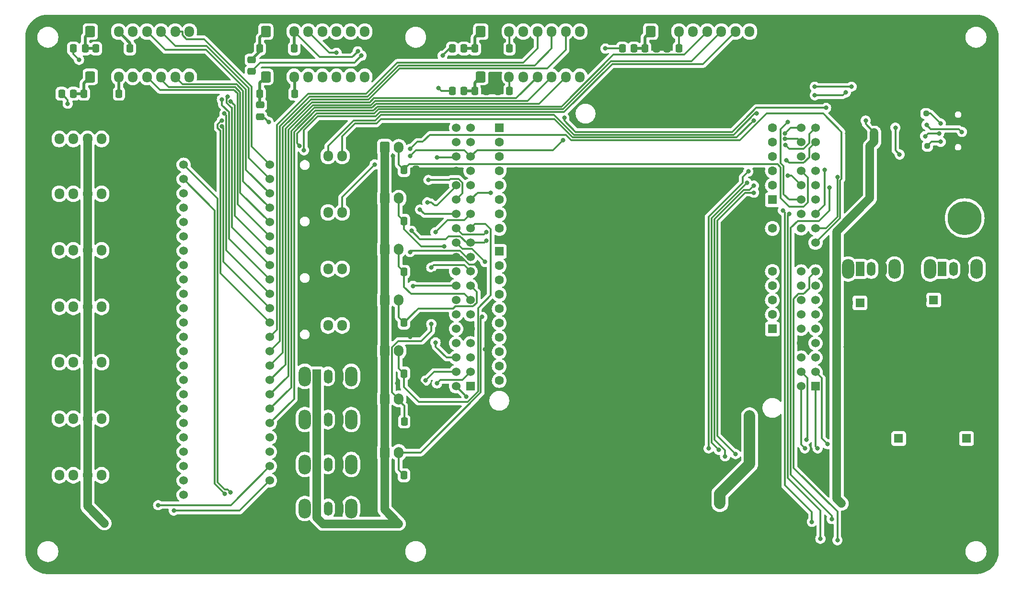
<source format=gbr>
%TF.GenerationSoftware,KiCad,Pcbnew,8.0.5*%
%TF.CreationDate,2024-09-21T15:40:11-07:00*%
%TF.ProjectId,MRIRobot_PCB,4d524952-6f62-46f7-945f-5043422e6b69,rev?*%
%TF.SameCoordinates,Original*%
%TF.FileFunction,Copper,L2,Bot*%
%TF.FilePolarity,Positive*%
%FSLAX46Y46*%
G04 Gerber Fmt 4.6, Leading zero omitted, Abs format (unit mm)*
G04 Created by KiCad (PCBNEW 8.0.5) date 2024-09-21 15:40:11*
%MOMM*%
%LPD*%
G01*
G04 APERTURE LIST*
G04 Aperture macros list*
%AMRoundRect*
0 Rectangle with rounded corners*
0 $1 Rounding radius*
0 $2 $3 $4 $5 $6 $7 $8 $9 X,Y pos of 4 corners*
0 Add a 4 corners polygon primitive as box body*
4,1,4,$2,$3,$4,$5,$6,$7,$8,$9,$2,$3,0*
0 Add four circle primitives for the rounded corners*
1,1,$1+$1,$2,$3*
1,1,$1+$1,$4,$5*
1,1,$1+$1,$6,$7*
1,1,$1+$1,$8,$9*
0 Add four rect primitives between the rounded corners*
20,1,$1+$1,$2,$3,$4,$5,0*
20,1,$1+$1,$4,$5,$6,$7,0*
20,1,$1+$1,$6,$7,$8,$9,0*
20,1,$1+$1,$8,$9,$2,$3,0*%
G04 Aperture macros list end*
%TA.AperFunction,ComponentPad*%
%ADD10RoundRect,0.250000X-0.600000X-0.750000X0.600000X-0.750000X0.600000X0.750000X-0.600000X0.750000X0*%
%TD*%
%TA.AperFunction,ComponentPad*%
%ADD11O,1.700000X2.000000*%
%TD*%
%TA.AperFunction,ComponentPad*%
%ADD12R,1.605000X1.605000*%
%TD*%
%TA.AperFunction,ComponentPad*%
%ADD13C,1.605000*%
%TD*%
%TA.AperFunction,ComponentPad*%
%ADD14R,1.530000X1.530000*%
%TD*%
%TA.AperFunction,ComponentPad*%
%ADD15C,1.530000*%
%TD*%
%TA.AperFunction,ComponentPad*%
%ADD16RoundRect,0.250000X-0.600000X-0.725000X0.600000X-0.725000X0.600000X0.725000X-0.600000X0.725000X0*%
%TD*%
%TA.AperFunction,ComponentPad*%
%ADD17O,1.700000X1.950000*%
%TD*%
%TA.AperFunction,ComponentPad*%
%ADD18O,2.200000X3.500000*%
%TD*%
%TA.AperFunction,ComponentPad*%
%ADD19R,1.500000X2.500000*%
%TD*%
%TA.AperFunction,ComponentPad*%
%ADD20O,1.500000X2.500000*%
%TD*%
%TA.AperFunction,ComponentPad*%
%ADD21O,2.100000X1.000000*%
%TD*%
%TA.AperFunction,ComponentPad*%
%ADD22O,1.800000X1.000000*%
%TD*%
%TA.AperFunction,ComponentPad*%
%ADD23R,1.600000X1.600000*%
%TD*%
%TA.AperFunction,ComponentPad*%
%ADD24C,1.600000*%
%TD*%
%TA.AperFunction,ComponentPad*%
%ADD25RoundRect,1.500000X-1.500000X-1.500000X1.500000X-1.500000X1.500000X1.500000X-1.500000X1.500000X0*%
%TD*%
%TA.AperFunction,ComponentPad*%
%ADD26C,6.000000*%
%TD*%
%TA.AperFunction,ComponentPad*%
%ADD27C,1.524000*%
%TD*%
%TA.AperFunction,ComponentPad*%
%ADD28RoundRect,0.381000X-0.381000X-0.381000X0.381000X-0.381000X0.381000X0.381000X-0.381000X0.381000X0*%
%TD*%
%TA.AperFunction,SMDPad,CuDef*%
%ADD29RoundRect,0.250000X-0.337500X-0.475000X0.337500X-0.475000X0.337500X0.475000X-0.337500X0.475000X0*%
%TD*%
%TA.AperFunction,SMDPad,CuDef*%
%ADD30RoundRect,0.250000X0.337500X0.475000X-0.337500X0.475000X-0.337500X-0.475000X0.337500X-0.475000X0*%
%TD*%
%TA.AperFunction,SMDPad,CuDef*%
%ADD31RoundRect,0.237500X0.237500X-0.300000X0.237500X0.300000X-0.237500X0.300000X-0.237500X-0.300000X0*%
%TD*%
%TA.AperFunction,SMDPad,CuDef*%
%ADD32RoundRect,0.250000X0.475000X-0.337500X0.475000X0.337500X-0.475000X0.337500X-0.475000X-0.337500X0*%
%TD*%
%TA.AperFunction,SMDPad,CuDef*%
%ADD33RoundRect,0.237500X0.250000X0.237500X-0.250000X0.237500X-0.250000X-0.237500X0.250000X-0.237500X0*%
%TD*%
%TA.AperFunction,ViaPad*%
%ADD34C,0.800000*%
%TD*%
%TA.AperFunction,Conductor*%
%ADD35C,0.300000*%
%TD*%
%TA.AperFunction,Conductor*%
%ADD36C,1.500000*%
%TD*%
%TA.AperFunction,Conductor*%
%ADD37C,2.000000*%
%TD*%
%TA.AperFunction,Conductor*%
%ADD38C,0.500000*%
%TD*%
G04 APERTURE END LIST*
D10*
%TO.P,J14,1,Pin_1*%
%TO.N,+3.3V*%
X117500000Y-100500000D03*
D11*
%TO.P,J14,2,Pin_2*%
%TO.N,/Home1*%
X120000000Y-100500000D03*
%TD*%
D12*
%TO.P,U1,CN5_1,D8*%
%TO.N,unconnected-(U1F-D8-PadCN5_1)*%
X137760000Y-109880000D03*
D13*
%TO.P,U1,CN5_2,D9*%
%TO.N,unconnected-(U1F-D9-PadCN5_2)*%
X137760000Y-112420000D03*
%TO.P,U1,CN5_3,D10*%
%TO.N,unconnected-(U1F-D10-PadCN5_3)*%
X137760000Y-114960000D03*
%TO.P,U1,CN5_4,D11*%
%TO.N,unconnected-(U1F-D11-PadCN5_4)*%
X137760000Y-117500000D03*
%TO.P,U1,CN5_5,D12*%
%TO.N,unconnected-(U1F-D12-PadCN5_5)*%
X137760000Y-120040000D03*
%TO.P,U1,CN5_6,D13*%
%TO.N,unconnected-(U1F-D13-PadCN5_6)*%
X137760000Y-122580000D03*
%TO.P,U1,CN5_7,CN5_GND*%
%TO.N,unconnected-(U1F-CN5_GND-PadCN5_7)*%
X137760000Y-125120000D03*
%TO.P,U1,CN5_8,AREF*%
%TO.N,unconnected-(U1F-AREF-PadCN5_8)*%
X137760000Y-127660000D03*
%TO.P,U1,CN5_9,D14*%
%TO.N,unconnected-(U1F-D14-PadCN5_9)*%
X137760000Y-130200000D03*
%TO.P,U1,CN5_10,D15*%
%TO.N,unconnected-(U1F-D15-PadCN5_10)*%
X137760000Y-132740000D03*
D12*
%TO.P,U1,CN6_1*%
%TO.N,N/C*%
X186020000Y-123600000D03*
D13*
%TO.P,U1,CN6_2,CN6_IOREF*%
%TO.N,unconnected-(U1C-CN6_IOREF-PadCN6_2)*%
X186020000Y-121060000D03*
%TO.P,U1,CN6_3,CN6_RESET*%
%TO.N,unconnected-(U1C-CN6_RESET-PadCN6_3)*%
X186020000Y-118520000D03*
%TO.P,U1,CN6_4,CN6_+3V3*%
%TO.N,+3.3V*%
X186020000Y-115980000D03*
%TO.P,U1,CN6_5,CN6_+5V*%
%TO.N,+5V*%
X186020000Y-113440000D03*
%TO.P,U1,CN6_6,CN6_GND*%
%TO.N,GND*%
X186020000Y-110900000D03*
%TO.P,U1,CN6_7,CN6_GND*%
X186020000Y-108360000D03*
%TO.P,U1,CN6_8,CN6_VIN*%
%TO.N,unconnected-(U1C-CN6_VIN-PadCN6_8)*%
X186020000Y-105820000D03*
D14*
%TO.P,U1,CN7_1,PC10*%
%TO.N,/UART3TX*%
X193640000Y-133760000D03*
D15*
%TO.P,U1,CN7_2,PC11*%
%TO.N,/UART3RX*%
X191100000Y-133760000D03*
%TO.P,U1,CN7_3,PC12*%
%TO.N,/UART5TX*%
X193640000Y-131220000D03*
%TO.P,U1,CN7_4,PD2*%
%TO.N,/UART5RX*%
X191100000Y-131220000D03*
%TO.P,U1,CN7_5,VDD*%
%TO.N,unconnected-(U1A-VDD-PadCN7_5)*%
X193640000Y-128680000D03*
%TO.P,U1,CN7_6,E5V*%
%TO.N,unconnected-(U1A-E5V-PadCN7_6)*%
X191100000Y-128680000D03*
%TO.P,U1,CN7_7,BOOT0*%
%TO.N,unconnected-(U1A-BOOT0-PadCN7_7)*%
X193640000Y-126140000D03*
%TO.P,U1,CN7_8,CN7_GND*%
%TO.N,GND*%
X191100000Y-126140000D03*
%TO.P,U1,CN7_9*%
%TO.N,N/C*%
X193640000Y-123600000D03*
%TO.P,U1,CN7_10*%
X191100000Y-123600000D03*
%TO.P,U1,CN7_11*%
X193640000Y-121060000D03*
%TO.P,U1,CN7_12,CN7_IOREF*%
%TO.N,unconnected-(U1A-CN7_IOREF-PadCN7_12)*%
X191100000Y-121060000D03*
%TO.P,U1,CN7_13,PA13*%
%TO.N,unconnected-(U1A-PA13-PadCN7_13)*%
X193640000Y-118520000D03*
%TO.P,U1,CN7_14,CN7_RESET*%
%TO.N,unconnected-(U1A-CN7_RESET-PadCN7_14)*%
X191100000Y-118520000D03*
%TO.P,U1,CN7_15,PA14*%
%TO.N,unconnected-(U1A-PA14-PadCN7_15)*%
X193640000Y-115980000D03*
%TO.P,U1,CN7_16,CN7_+3V3*%
%TO.N,+3.3V*%
X191100000Y-115980000D03*
%TO.P,U1,CN7_17,PA15*%
%TO.N,/LED3*%
X193640000Y-113440000D03*
%TO.P,U1,CN7_18,CN7_+5V*%
%TO.N,+5V*%
X191100000Y-113440000D03*
%TO.P,U1,CN7_19,CN7_GND*%
%TO.N,GND*%
X193640000Y-110900000D03*
%TO.P,U1,CN7_20,CN7_GND*%
X191100000Y-110900000D03*
%TO.P,U1,CN7_21,PB7*%
%TO.N,/U_PWM5*%
X193640000Y-108360000D03*
%TO.P,U1,CN7_22,CN7_GND*%
%TO.N,GND*%
X191100000Y-108360000D03*
%TO.P,U1,CN7_23,PC13*%
%TO.N,/U_Dir0*%
X193640000Y-105820000D03*
%TO.P,U1,CN7_24,CN7_VIN*%
%TO.N,unconnected-(U1A-CN7_VIN-PadCN7_24)*%
X191100000Y-105820000D03*
%TO.P,U1,CN7_25,PC14*%
%TO.N,/U_Dir1*%
X193640000Y-103280000D03*
%TO.P,U1,CN7_26*%
%TO.N,N/C*%
X191100000Y-103280000D03*
%TO.P,U1,CN7_27,PC15*%
%TO.N,/U_Dir2*%
X193640000Y-100740000D03*
%TO.P,U1,CN7_28,PA0*%
%TO.N,/UART4TX*%
X191100000Y-100740000D03*
%TO.P,U1,CN7_29,PH0*%
%TO.N,/LED1*%
X193640000Y-98200000D03*
%TO.P,U1,CN7_30,PA1*%
%TO.N,/UART4RX*%
X191100000Y-98200000D03*
%TO.P,U1,CN7_31,PH1*%
%TO.N,/LED0*%
X193640000Y-95660000D03*
%TO.P,U1,CN7_32,PA4*%
%TO.N,/Home0*%
X191100000Y-95660000D03*
%TO.P,U1,CN7_33,VBAT*%
%TO.N,unconnected-(U1A-VBAT-PadCN7_33)*%
X193640000Y-93120000D03*
%TO.P,U1,CN7_34,PB0*%
%TO.N,/LED2*%
X191100000Y-93120000D03*
%TO.P,U1,CN7_35,PC2*%
%TO.N,/SW2*%
X193640000Y-90580000D03*
%TO.P,U1,CN7_36,PC1/PB9*%
%TO.N,/SW1*%
X191100000Y-90580000D03*
%TO.P,U1,CN7_37,PC3*%
%TO.N,/SW3*%
X193640000Y-88040000D03*
%TO.P,U1,CN7_38,PC0/PB8*%
%TO.N,/SW0*%
X191100000Y-88040000D03*
D12*
%TO.P,U1,CN8_1,A0*%
%TO.N,unconnected-(U1E-A0-PadCN8_1)*%
X186020000Y-100740000D03*
D13*
%TO.P,U1,CN8_2,A1*%
%TO.N,unconnected-(U1E-A1-PadCN8_2)*%
X186020000Y-98200000D03*
%TO.P,U1,CN8_3,A2*%
%TO.N,unconnected-(U1E-A2-PadCN8_3)*%
X186020000Y-95660000D03*
%TO.P,U1,CN8_4,A3*%
%TO.N,unconnected-(U1E-A3-PadCN8_4)*%
X186020000Y-93120000D03*
%TO.P,U1,CN8_5,A4*%
%TO.N,unconnected-(U1E-A4-PadCN8_5)*%
X186020000Y-90580000D03*
%TO.P,U1,CN8_6,A5*%
%TO.N,unconnected-(U1E-A5-PadCN8_6)*%
X186020000Y-88040000D03*
D12*
%TO.P,U1,CN9_1,D0*%
%TO.N,unconnected-(U1D-D0-PadCN9_1)*%
X137760000Y-88040000D03*
D13*
%TO.P,U1,CN9_2,D1*%
%TO.N,unconnected-(U1D-D1-PadCN9_2)*%
X137760000Y-90580000D03*
%TO.P,U1,CN9_3,D2*%
%TO.N,unconnected-(U1D-D2-PadCN9_3)*%
X137760000Y-93120000D03*
%TO.P,U1,CN9_4,D3*%
%TO.N,unconnected-(U1D-D3-PadCN9_4)*%
X137760000Y-95660000D03*
%TO.P,U1,CN9_5,D4*%
%TO.N,unconnected-(U1D-D4-PadCN9_5)*%
X137760000Y-98200000D03*
%TO.P,U1,CN9_6,D5*%
%TO.N,unconnected-(U1D-D5-PadCN9_6)*%
X137760000Y-100740000D03*
%TO.P,U1,CN9_7,D6*%
%TO.N,unconnected-(U1D-D6-PadCN9_7)*%
X137760000Y-103280000D03*
%TO.P,U1,CN9_8,D7*%
%TO.N,unconnected-(U1D-D7-PadCN9_8)*%
X137760000Y-105820000D03*
D14*
%TO.P,U1,CN10_1,PC9*%
%TO.N,/U_PWM3*%
X132680000Y-133760000D03*
D15*
%TO.P,U1,CN10_2,PC8*%
%TO.N,/U_PWM2*%
X130140000Y-133760000D03*
%TO.P,U1,CN10_3,PB8*%
%TO.N,/U_PWM6*%
X132680000Y-131220000D03*
%TO.P,U1,CN10_4,PC6*%
%TO.N,/UART6TX*%
X130140000Y-131220000D03*
%TO.P,U1,CN10_5,PB9*%
%TO.N,/U_En3*%
X132680000Y-128680000D03*
%TO.P,U1,CN10_6,PC5*%
%TO.N,/U_Dir4*%
X130140000Y-128680000D03*
%TO.P,U1,CN10_7,AVDD*%
%TO.N,unconnected-(U1B-AVDD-PadCN10_7)*%
X132680000Y-126140000D03*
%TO.P,U1,CN10_8,U5V*%
%TO.N,unconnected-(U1B-U5V-PadCN10_8)*%
X130140000Y-126140000D03*
%TO.P,U1,CN10_9,CN10_GND*%
%TO.N,GND*%
X132680000Y-123600000D03*
%TO.P,U1,CN10_10*%
%TO.N,N/C*%
X130140000Y-123600000D03*
%TO.P,U1,CN10_11,PA5*%
%TO.N,/Home1*%
X132680000Y-121060000D03*
%TO.P,U1,CN10_12,PA12*%
%TO.N,/Home6*%
X130140000Y-121060000D03*
%TO.P,U1,CN10_13,PA6*%
%TO.N,/Home2*%
X132680000Y-118520000D03*
%TO.P,U1,CN10_14,PA11*%
%TO.N,/Home5*%
X130140000Y-118520000D03*
%TO.P,U1,CN10_15,PA7*%
%TO.N,/Home3*%
X132680000Y-115980000D03*
%TO.P,U1,CN10_16,PB12*%
%TO.N,/U_En5*%
X130140000Y-115980000D03*
%TO.P,U1,CN10_17,PB6*%
%TO.N,/U_PWM4*%
X132680000Y-113440000D03*
%TO.P,U1,CN10_18*%
%TO.N,N/C*%
X130140000Y-113440000D03*
%TO.P,U1,CN10_19,PC7*%
%TO.N,/UART6RX*%
X132680000Y-110900000D03*
%TO.P,U1,CN10_20,CN10_GND*%
%TO.N,GND*%
X130140000Y-110900000D03*
%TO.P,U1,CN10_21,PA9*%
%TO.N,/UART1TX*%
X132680000Y-108360000D03*
%TO.P,U1,CN10_22,PB2*%
%TO.N,/U_En1*%
X130140000Y-108360000D03*
%TO.P,U1,CN10_23,PA8*%
%TO.N,/Home4*%
X132680000Y-105820000D03*
%TO.P,U1,CN10_24,PB1*%
%TO.N,/U_En0*%
X130140000Y-105820000D03*
%TO.P,U1,CN10_25,PB10*%
%TO.N,/U_En4*%
X132680000Y-103280000D03*
%TO.P,U1,CN10_26,PB15*%
%TO.N,/U_Dir5*%
X130140000Y-103280000D03*
%TO.P,U1,CN10_27,PB4*%
%TO.N,/U_PWM0*%
X132680000Y-100740000D03*
%TO.P,U1,CN10_28,PB14*%
%TO.N,/U_Dir6*%
X130140000Y-100740000D03*
%TO.P,U1,CN10_29,PB5*%
%TO.N,/U_PWM1*%
X132680000Y-98200000D03*
%TO.P,U1,CN10_30,PB13*%
%TO.N,/U_En6*%
X130140000Y-98200000D03*
%TO.P,U1,CN10_31,PB3*%
%TO.N,/U_En2*%
X132680000Y-95660000D03*
%TO.P,U1,CN10_32,AGND*%
%TO.N,GND*%
X130140000Y-95660000D03*
%TO.P,U1,CN10_33,PA10*%
%TO.N,/UART1RX*%
X132680000Y-93120000D03*
%TO.P,U1,CN10_34,PC4*%
%TO.N,/U_Dir3*%
X130140000Y-93120000D03*
%TO.P,U1,CN10_35,PA2*%
%TO.N,unconnected-(U1B-PA2-PadCN10_35)*%
X132680000Y-90580000D03*
%TO.P,U1,CN10_36*%
%TO.N,N/C*%
X130140000Y-90580000D03*
%TO.P,U1,CN10_37,PA3*%
%TO.N,unconnected-(U1B-PA3-PadCN10_37)*%
X132680000Y-88040000D03*
%TO.P,U1,CN10_38*%
%TO.N,N/C*%
X130140000Y-88040000D03*
%TD*%
D16*
%TO.P,J27,1,Pin_1*%
%TO.N,/U_Ana6*%
X65500000Y-71000000D03*
D17*
%TO.P,J27,2,Pin_2*%
%TO.N,GND*%
X68000000Y-71000000D03*
%TO.P,J27,3,Pin_3*%
%TO.N,/U_En6*%
X70500000Y-71000000D03*
%TO.P,J27,4,Pin_4*%
%TO.N,/U_Dir6*%
X73000000Y-71000000D03*
%TO.P,J27,5,Pin_5*%
%TO.N,/U_EncA6*%
X75500000Y-71000000D03*
%TO.P,J27,6,Pin_6*%
%TO.N,/U_EncB6*%
X78000000Y-71000000D03*
%TO.P,J27,7,Pin_7*%
%TO.N,/U_EncI6*%
X80500000Y-71000000D03*
%TO.P,J27,8,Pin_8*%
%TO.N,unconnected-(J27-Pin_8-Pad8)*%
X83000000Y-71000000D03*
%TD*%
D18*
%TO.P,SW6,*%
%TO.N,*%
X103400000Y-155390000D03*
X111600000Y-155390000D03*
D19*
%TO.P,SW6,1,A*%
%TO.N,+3.3V*%
X105500000Y-155390000D03*
D20*
%TO.P,SW6,2,B*%
%TO.N,/SW3*%
X107500000Y-155390000D03*
%TO.P,SW6,3,C*%
%TO.N,GND*%
X109500000Y-155390000D03*
%TD*%
D18*
%TO.P,SW3,*%
%TO.N,*%
X103400000Y-132000000D03*
X111600000Y-132000000D03*
D19*
%TO.P,SW3,1,A*%
%TO.N,+3.3V*%
X105500000Y-132000000D03*
D20*
%TO.P,SW3,2,B*%
%TO.N,/SW0*%
X107500000Y-132000000D03*
%TO.P,SW3,3,C*%
%TO.N,GND*%
X109500000Y-132000000D03*
%TD*%
D21*
%TO.P,J4,S1,SHIELD*%
%TO.N,GND*%
X218320000Y-92890000D03*
D22*
X222500000Y-92890000D03*
D21*
X218320000Y-84250000D03*
D22*
X222500000Y-84250000D03*
%TD*%
D10*
%TO.P,J10,1,Pin_1*%
%TO.N,+3.3V*%
X117500000Y-91500000D03*
D11*
%TO.P,J10,2,Pin_2*%
%TO.N,/Home0*%
X120000000Y-91500000D03*
%TD*%
D18*
%TO.P,SW2,*%
%TO.N,*%
X213900000Y-113000000D03*
X222100000Y-113000000D03*
D19*
%TO.P,SW2,1,A*%
%TO.N,+24V*%
X216000000Y-113000000D03*
D20*
%TO.P,SW2,2,B*%
%TO.N,/24V_3.3V*%
X218000000Y-113000000D03*
%TO.P,SW2,3,C*%
%TO.N,GND*%
X220000000Y-113000000D03*
%TD*%
D23*
%TO.P,C11,1*%
%TO.N,Net-(D5-A)*%
X220317621Y-143000000D03*
D24*
%TO.P,C11,2*%
%TO.N,GND*%
X222817621Y-143000000D03*
%TD*%
D23*
%TO.P,C3,1*%
%TO.N,/24V_3.3V*%
X214500000Y-118500000D03*
D24*
%TO.P,C3,2*%
%TO.N,GND*%
X212500000Y-118500000D03*
%TD*%
D16*
%TO.P,J24,1,Pin_1*%
%TO.N,/U_Ana5*%
X65500000Y-79000000D03*
D17*
%TO.P,J24,2,Pin_2*%
%TO.N,GND*%
X68000000Y-79000000D03*
%TO.P,J24,3,Pin_3*%
%TO.N,/U_En5*%
X70500000Y-79000000D03*
%TO.P,J24,4,Pin_4*%
%TO.N,/U_Dir5*%
X73000000Y-79000000D03*
%TO.P,J24,5,Pin_5*%
%TO.N,/U_EncA5*%
X75500000Y-79000000D03*
%TO.P,J24,6,Pin_6*%
%TO.N,/U_EncB5*%
X78000000Y-79000000D03*
%TO.P,J24,7,Pin_7*%
%TO.N,/U_EncI5*%
X80500000Y-79000000D03*
%TO.P,J24,8,Pin_8*%
%TO.N,unconnected-(J24-Pin_8-Pad8)*%
X83000000Y-79000000D03*
%TD*%
D16*
%TO.P,J6,1,Pin_1*%
%TO.N,GND*%
X57500000Y-129500000D03*
D17*
%TO.P,J6,2,Pin_2*%
%TO.N,/I4*%
X60000000Y-129500000D03*
%TO.P,J6,3,Pin_3*%
%TO.N,/A4*%
X62500000Y-129500000D03*
%TO.P,J6,4,Pin_4*%
%TO.N,+5V*%
X65000000Y-129500000D03*
%TO.P,J6,5,Pin_5*%
%TO.N,/B4*%
X67500000Y-129500000D03*
%TD*%
D10*
%TO.P,J12,1,Pin_1*%
%TO.N,+3.3V*%
X117500000Y-127500000D03*
D11*
%TO.P,J12,2,Pin_2*%
%TO.N,/Home4*%
X120000000Y-127500000D03*
%TD*%
D23*
%TO.P,C10,1*%
%TO.N,Net-(D4-A)*%
X208317621Y-143000000D03*
D24*
%TO.P,C10,2*%
%TO.N,GND*%
X210817621Y-143000000D03*
%TD*%
D16*
%TO.P,J23,1,Pin_1*%
%TO.N,GND*%
X105000000Y-103000000D03*
D17*
%TO.P,J23,2,Pin_2*%
%TO.N,/UART1TX*%
X107500000Y-103000000D03*
%TO.P,J23,3,Pin_3*%
%TO.N,/UART1RX*%
X110000000Y-103000000D03*
%TD*%
D16*
%TO.P,J2,1,Pin_1*%
%TO.N,GND*%
X57500000Y-99700000D03*
D17*
%TO.P,J2,2,Pin_2*%
%TO.N,/I1*%
X60000000Y-99700000D03*
%TO.P,J2,3,Pin_3*%
%TO.N,/A1*%
X62500000Y-99700000D03*
%TO.P,J2,4,Pin_4*%
%TO.N,+5V*%
X65000000Y-99700000D03*
%TO.P,J2,5,Pin_5*%
%TO.N,/B1*%
X67500000Y-99700000D03*
%TD*%
D16*
%TO.P,J18,1,Pin_1*%
%TO.N,/U_Ana1*%
X134500000Y-79000000D03*
D17*
%TO.P,J18,2,Pin_2*%
%TO.N,GND*%
X137000000Y-79000000D03*
%TO.P,J18,3,Pin_3*%
%TO.N,/U_En1*%
X139500000Y-79000000D03*
%TO.P,J18,4,Pin_4*%
%TO.N,/U_Dir1*%
X142000000Y-79000000D03*
%TO.P,J18,5,Pin_5*%
%TO.N,/U_EncA1*%
X144500000Y-79000000D03*
%TO.P,J18,6,Pin_6*%
%TO.N,/U_EncB1*%
X147000000Y-79000000D03*
%TO.P,J18,7,Pin_7*%
%TO.N,/U_EncI1*%
X149500000Y-79000000D03*
%TO.P,J18,8,Pin_8*%
%TO.N,unconnected-(J18-Pin_8-Pad8)*%
X152000000Y-79000000D03*
%TD*%
D25*
%TO.P,J9,1,Pin_1*%
%TO.N,GND*%
X212800000Y-104000000D03*
D26*
%TO.P,J9,2,Pin_2*%
%TO.N,+24V*%
X220000000Y-104000000D03*
%TD*%
D16*
%TO.P,J17,1,Pin_1*%
%TO.N,/U_Ana0*%
X164500000Y-71000000D03*
D17*
%TO.P,J17,2,Pin_2*%
%TO.N,GND*%
X167000000Y-71000000D03*
%TO.P,J17,3,Pin_3*%
%TO.N,/U_En0*%
X169500000Y-71000000D03*
%TO.P,J17,4,Pin_4*%
%TO.N,/U_Dir0*%
X172000000Y-71000000D03*
%TO.P,J17,5,Pin_5*%
%TO.N,/U_EncA0*%
X174500000Y-71000000D03*
%TO.P,J17,6,Pin_6*%
%TO.N,/U_EncB0*%
X177000000Y-71000000D03*
%TO.P,J17,7,Pin_7*%
%TO.N,/U_EncI0*%
X179500000Y-71000000D03*
%TO.P,J17,8,Pin_8*%
%TO.N,unconnected-(J17-Pin_8-Pad8)*%
X182000000Y-71000000D03*
%TD*%
D16*
%TO.P,J26,1,Pin_1*%
%TO.N,GND*%
X104999999Y-123000000D03*
D17*
%TO.P,J26,2,Pin_2*%
%TO.N,/UART5TX*%
X107499999Y-123000000D03*
%TO.P,J26,3,Pin_3*%
%TO.N,/UART5RX*%
X109999999Y-123000000D03*
%TD*%
D18*
%TO.P,SW4,*%
%TO.N,*%
X103400000Y-139647500D03*
X111600000Y-139647500D03*
D19*
%TO.P,SW4,1,A*%
%TO.N,+3.3V*%
X105500000Y-139647500D03*
D20*
%TO.P,SW4,2,B*%
%TO.N,/SW1*%
X107500000Y-139647500D03*
%TO.P,SW4,3,C*%
%TO.N,GND*%
X109500000Y-139647500D03*
%TD*%
D16*
%TO.P,J20,1,Pin_1*%
%TO.N,/U_Ana3*%
X96500000Y-79000000D03*
D17*
%TO.P,J20,2,Pin_2*%
%TO.N,GND*%
X99000000Y-79000000D03*
%TO.P,J20,3,Pin_3*%
%TO.N,/U_En3*%
X101500000Y-79000000D03*
%TO.P,J20,4,Pin_4*%
%TO.N,/U_Dir3*%
X104000000Y-79000000D03*
%TO.P,J20,5,Pin_5*%
%TO.N,/U_EncA3*%
X106500000Y-79000000D03*
%TO.P,J20,6,Pin_6*%
%TO.N,/U_EncB3*%
X109000000Y-79000000D03*
%TO.P,J20,7,Pin_7*%
%TO.N,/U_EncI3*%
X111500000Y-79000000D03*
%TO.P,J20,8,Pin_8*%
%TO.N,unconnected-(J20-Pin_8-Pad8)*%
X114000000Y-79000000D03*
%TD*%
D10*
%TO.P,J13,1,Pin_1*%
%TO.N,+3.3V*%
X117500000Y-145500000D03*
D11*
%TO.P,J13,2,Pin_2*%
%TO.N,/Home6*%
X120000000Y-145500000D03*
%TD*%
D27*
%TO.P,U3,1,D1*%
%TO.N,/UART3RX*%
X81980000Y-94565000D03*
%TO.P,U3,2,D2*%
%TO.N,/UART3TX*%
X81980000Y-97105000D03*
%TO.P,U3,3,D3*%
%TO.N,/I0_shift*%
X81980000Y-99645000D03*
%TO.P,U3,4,D4*%
%TO.N,/B0_shift*%
X81980000Y-102185000D03*
%TO.P,U3,5,D5*%
%TO.N,/A0_shift*%
X81980000Y-104725000D03*
%TO.P,U3,6,D6*%
%TO.N,/I1_shift*%
X81980000Y-107265000D03*
%TO.P,U3,7,D7*%
%TO.N,/B1_shift*%
X81980000Y-109805000D03*
%TO.P,U3,8,D8*%
%TO.N,/A1_shift*%
X81980000Y-112345000D03*
%TO.P,U3,9,D9*%
%TO.N,/I2_shift*%
X81980000Y-114885000D03*
%TO.P,U3,10,D10*%
%TO.N,/B2_shift*%
X81980000Y-117425000D03*
%TO.P,U3,11,D11*%
%TO.N,/A2_shift*%
X81980000Y-119965000D03*
%TO.P,U3,12,D12*%
%TO.N,/I3_shift*%
X81980000Y-122505000D03*
%TO.P,U3,13,D13*%
%TO.N,/B3_shift*%
X81980000Y-125045000D03*
%TO.P,U3,14,D14*%
%TO.N,/A3_shift*%
X81980000Y-127585000D03*
%TO.P,U3,15,A1*%
%TO.N,unconnected-(U3-A1-Pad15)*%
X81980000Y-130125000D03*
%TO.P,U3,16,A2*%
%TO.N,unconnected-(U3-A2-Pad16)*%
X81980000Y-132665000D03*
%TO.P,U3,17,D17*%
%TO.N,/I4_shift*%
X81980000Y-135205000D03*
%TO.P,U3,18,D18*%
%TO.N,/B4_shift*%
X81980000Y-137745000D03*
%TO.P,U3,19,D19*%
%TO.N,/A4_shift*%
X81980000Y-140285000D03*
%TO.P,U3,20,D20*%
%TO.N,/I5_shift*%
X81980000Y-142825000D03*
%TO.P,U3,21,D21*%
%TO.N,/B5_shift*%
X81980000Y-145365000D03*
%TO.P,U3,22,D22*%
%TO.N,/A5_shift*%
X81980000Y-147905000D03*
%TO.P,U3,23,D23*%
%TO.N,/I6_shift*%
X81980000Y-150445000D03*
%TO.P,U3,24,VIN*%
%TO.N,+5V*%
X81980000Y-152985000D03*
D28*
%TO.P,U3,25,GND*%
%TO.N,GND*%
X97220000Y-152985000D03*
D27*
%TO.P,U3,26,D26*%
%TO.N,/B6_shift*%
X97220000Y-150445000D03*
%TO.P,U3,27,D27*%
%TO.N,/A6_shift*%
X97220000Y-147905000D03*
%TO.P,U3,28,D28*%
%TO.N,/U_EncI0*%
X97220000Y-145365000D03*
%TO.P,U3,29,D29*%
%TO.N,/U_EncB0*%
X97220000Y-142825000D03*
%TO.P,U3,30,D30*%
%TO.N,/U_EncA0*%
X97220000Y-140285000D03*
%TO.P,U3,31,D31*%
%TO.N,/U_EncI1*%
X97220000Y-137745000D03*
%TO.P,U3,32,D32*%
%TO.N,/U_EncB1*%
X97220000Y-135205000D03*
%TO.P,U3,33,D33*%
%TO.N,/U_EncA1*%
X97220000Y-132665000D03*
%TO.P,U3,34,D34*%
%TO.N,/U_EncI2*%
X97220000Y-130125000D03*
%TO.P,U3,35,D35*%
%TO.N,/U_EncB2*%
X97220000Y-127585000D03*
%TO.P,U3,36,D36*%
%TO.N,/U_EncA2*%
X97220000Y-125045000D03*
%TO.P,U3,37,D37*%
%TO.N,/U_EncB3*%
X97220000Y-122505000D03*
%TO.P,U3,38,D38*%
%TO.N,/U_EncA3*%
X97220000Y-119965000D03*
%TO.P,U3,39,D39*%
%TO.N,/U_EncI3*%
X97220000Y-117425000D03*
%TO.P,U3,40,D40*%
%TO.N,/U_EncA4*%
X97220000Y-114885000D03*
%TO.P,U3,41,D41*%
%TO.N,/U_EncB4*%
X97220000Y-112345000D03*
%TO.P,U3,42,D42*%
%TO.N,/U_EncI4*%
X97220000Y-109805000D03*
%TO.P,U3,43,D43*%
%TO.N,/U_EncA5*%
X97220000Y-107265000D03*
%TO.P,U3,44,D44*%
%TO.N,/U_EncB5*%
X97220000Y-104725000D03*
%TO.P,U3,45,D45*%
%TO.N,/U_EncI5*%
X97220000Y-102185000D03*
%TO.P,U3,46,D46*%
%TO.N,/U_EncA6*%
X97220000Y-99645000D03*
%TO.P,U3,47,D47*%
%TO.N,/U_EncB6*%
X97220000Y-97105000D03*
%TO.P,U3,48,D48*%
%TO.N,/U_EncI6*%
X97220000Y-94565000D03*
%TD*%
D23*
%TO.P,C2,1*%
%TO.N,/24V_5V*%
X201500000Y-119000000D03*
D24*
%TO.P,C2,2*%
%TO.N,GND*%
X199500000Y-119000000D03*
%TD*%
D10*
%TO.P,J11,1,Pin_1*%
%TO.N,+3.3V*%
X117500000Y-109500000D03*
D11*
%TO.P,J11,2,Pin_2*%
%TO.N,/Home2*%
X120000000Y-109500000D03*
%TD*%
D16*
%TO.P,J22,1,Pin_1*%
%TO.N,GND*%
X105000000Y-93000000D03*
D17*
%TO.P,J22,2,Pin_2*%
%TO.N,/UART4TX*%
X107500000Y-93000000D03*
%TO.P,J22,3,Pin_3*%
%TO.N,/UART4RX*%
X110000000Y-93000000D03*
%TD*%
D16*
%TO.P,J21,1,Pin_1*%
%TO.N,/U_Ana4*%
X96500000Y-71000000D03*
D17*
%TO.P,J21,2,Pin_2*%
%TO.N,GND*%
X99000000Y-71000000D03*
%TO.P,J21,3,Pin_3*%
%TO.N,/U_En4*%
X101500000Y-71000000D03*
%TO.P,J21,4,Pin_4*%
%TO.N,/U_Dir4*%
X104000000Y-71000000D03*
%TO.P,J21,5,Pin_5*%
%TO.N,/U_EncA4*%
X106500000Y-71000000D03*
%TO.P,J21,6,Pin_6*%
%TO.N,/U_EncB4*%
X109000000Y-71000000D03*
%TO.P,J21,7,Pin_7*%
%TO.N,/U_EncI4*%
X111500000Y-71000000D03*
%TO.P,J21,8,Pin_8*%
%TO.N,unconnected-(J21-Pin_8-Pad8)*%
X114000000Y-71000000D03*
%TD*%
D16*
%TO.P,J8,1,Pin_1*%
%TO.N,GND*%
X57500000Y-149500000D03*
D17*
%TO.P,J8,2,Pin_2*%
%TO.N,/I6*%
X60000000Y-149500000D03*
%TO.P,J8,3,Pin_3*%
%TO.N,/A6*%
X62500000Y-149500000D03*
%TO.P,J8,4,Pin_4*%
%TO.N,+5V*%
X65000000Y-149500000D03*
%TO.P,J8,5,Pin_5*%
%TO.N,/B6*%
X67500000Y-149500000D03*
%TD*%
D16*
%TO.P,J1,1,Pin_1*%
%TO.N,GND*%
X57500000Y-90000000D03*
D17*
%TO.P,J1,2,Pin_2*%
%TO.N,/I0*%
X60000000Y-90000000D03*
%TO.P,J1,3,Pin_3*%
%TO.N,/A0*%
X62500000Y-90000000D03*
%TO.P,J1,4,Pin_4*%
%TO.N,+5V*%
X65000000Y-90000000D03*
%TO.P,J1,5,Pin_5*%
%TO.N,/B0*%
X67500000Y-90000000D03*
%TD*%
D16*
%TO.P,J7,1,Pin_1*%
%TO.N,GND*%
X57500000Y-139500000D03*
D17*
%TO.P,J7,2,Pin_2*%
%TO.N,/I5*%
X60000000Y-139500000D03*
%TO.P,J7,3,Pin_3*%
%TO.N,/A5*%
X62500000Y-139500000D03*
%TO.P,J7,4,Pin_4*%
%TO.N,+5V*%
X65000000Y-139500000D03*
%TO.P,J7,5,Pin_5*%
%TO.N,/B5*%
X67500000Y-139500000D03*
%TD*%
D10*
%TO.P,J15,1,Pin_1*%
%TO.N,+3.3V*%
X117500000Y-118500000D03*
D11*
%TO.P,J15,2,Pin_2*%
%TO.N,/Home3*%
X120000000Y-118500000D03*
%TD*%
D10*
%TO.P,J16,1,Pin_1*%
%TO.N,+3.3V*%
X117500000Y-136000000D03*
D11*
%TO.P,J16,2,Pin_2*%
%TO.N,/Home5*%
X120000000Y-136000000D03*
%TD*%
D16*
%TO.P,J5,1,Pin_1*%
%TO.N,GND*%
X57500000Y-119700000D03*
D17*
%TO.P,J5,2,Pin_2*%
%TO.N,/I3*%
X60000000Y-119700000D03*
%TO.P,J5,3,Pin_3*%
%TO.N,/A3*%
X62500000Y-119700000D03*
%TO.P,J5,4,Pin_4*%
%TO.N,+5V*%
X65000000Y-119700000D03*
%TO.P,J5,5,Pin_5*%
%TO.N,/B3*%
X67500000Y-119700000D03*
%TD*%
D18*
%TO.P,SW5,*%
%TO.N,*%
X103400000Y-147592500D03*
X111600000Y-147592500D03*
D19*
%TO.P,SW5,1,A*%
%TO.N,+3.3V*%
X105500000Y-147592500D03*
D20*
%TO.P,SW5,2,B*%
%TO.N,/SW2*%
X107500000Y-147592500D03*
%TO.P,SW5,3,C*%
%TO.N,GND*%
X109500000Y-147592500D03*
%TD*%
D16*
%TO.P,J19,1,Pin_1*%
%TO.N,/U_Ana2*%
X134500000Y-71000000D03*
D17*
%TO.P,J19,2,Pin_2*%
%TO.N,GND*%
X137000000Y-71000000D03*
%TO.P,J19,3,Pin_3*%
%TO.N,/U_En2*%
X139500000Y-71000000D03*
%TO.P,J19,4,Pin_4*%
%TO.N,/U_Dir2*%
X142000000Y-71000000D03*
%TO.P,J19,5,Pin_5*%
%TO.N,/U_EncA2*%
X144500000Y-71000000D03*
%TO.P,J19,6,Pin_6*%
%TO.N,/U_EncB2*%
X147000000Y-71000000D03*
%TO.P,J19,7,Pin_7*%
%TO.N,/U_EncI2*%
X149500000Y-71000000D03*
%TO.P,J19,8,Pin_8*%
%TO.N,unconnected-(J19-Pin_8-Pad8)*%
X152000000Y-71000000D03*
%TD*%
D18*
%TO.P,SW1,*%
%TO.N,*%
X199400000Y-113000000D03*
X207600000Y-113000000D03*
D19*
%TO.P,SW1,1,A*%
%TO.N,+24V*%
X201500000Y-113000000D03*
D20*
%TO.P,SW1,2,B*%
%TO.N,/24V_5V*%
X203500000Y-113000000D03*
%TO.P,SW1,3,C*%
%TO.N,GND*%
X205500000Y-113000000D03*
%TD*%
D16*
%TO.P,J3,1,Pin_1*%
%TO.N,GND*%
X57500000Y-109700000D03*
D17*
%TO.P,J3,2,Pin_2*%
%TO.N,/I2*%
X60000000Y-109700000D03*
%TO.P,J3,3,Pin_3*%
%TO.N,/A2*%
X62500000Y-109700000D03*
%TO.P,J3,4,Pin_4*%
%TO.N,+5V*%
X65000000Y-109700000D03*
%TO.P,J3,5,Pin_5*%
%TO.N,/B2*%
X67500000Y-109700000D03*
%TD*%
D16*
%TO.P,J25,1,Pin_1*%
%TO.N,GND*%
X104999999Y-113000000D03*
D17*
%TO.P,J25,2,Pin_2*%
%TO.N,/UART6TX*%
X107499999Y-113000000D03*
%TO.P,J25,3,Pin_3*%
%TO.N,/UART6RX*%
X109999999Y-113000000D03*
%TD*%
D29*
%TO.P,R53,1*%
%TO.N,/Home5*%
X120962500Y-140000000D03*
%TO.P,R53,2*%
%TO.N,GND*%
X123037500Y-140000000D03*
%TD*%
D30*
%TO.P,R73,1*%
%TO.N,/U_En4*%
X101537500Y-74000000D03*
%TO.P,R73,2*%
%TO.N,GND*%
X99462500Y-74000000D03*
%TD*%
D29*
%TO.P,R76,1*%
%TO.N,/U_PWM5*%
X60425000Y-82000000D03*
%TO.P,R76,2*%
%TO.N,/U_Ana5*%
X62500000Y-82000000D03*
%TD*%
%TO.P,C7,1*%
%TO.N,/U_Ana1*%
X133425000Y-81500000D03*
%TO.P,C7,2*%
%TO.N,GND*%
X135500000Y-81500000D03*
%TD*%
D30*
%TO.P,R55,1*%
%TO.N,/U_En0*%
X169500000Y-74000000D03*
%TO.P,R55,2*%
%TO.N,GND*%
X167425000Y-74000000D03*
%TD*%
D31*
%TO.P,C1,1*%
%TO.N,+3.3V*%
X204000000Y-88862500D03*
%TO.P,C1,2*%
%TO.N,GND*%
X204000000Y-87137500D03*
%TD*%
D29*
%TO.P,C14,1*%
%TO.N,/U_Ana4*%
X95462500Y-74000000D03*
%TO.P,C14,2*%
%TO.N,GND*%
X97537500Y-74000000D03*
%TD*%
D30*
%TO.P,R61,1*%
%TO.N,/U_En1*%
X139575000Y-81500000D03*
%TO.P,R61,2*%
%TO.N,GND*%
X137500000Y-81500000D03*
%TD*%
D29*
%TO.P,R47,1*%
%TO.N,/Home0*%
X120925000Y-95500000D03*
%TO.P,R47,2*%
%TO.N,GND*%
X123000000Y-95500000D03*
%TD*%
%TO.P,R60,1*%
%TO.N,/U_PWM1*%
X129425000Y-81500000D03*
%TO.P,R60,2*%
%TO.N,/U_Ana1*%
X131500000Y-81500000D03*
%TD*%
D32*
%TO.P,R66,1*%
%TO.N,/U_PWM3*%
X95500000Y-86037500D03*
%TO.P,R66,2*%
%TO.N,/U_Ana3*%
X95500000Y-83962500D03*
%TD*%
D33*
%TO.P,R13,1*%
%TO.N,Net-(J4-CC2)*%
X213162500Y-85500000D03*
%TO.P,R13,2*%
%TO.N,GND*%
X211337500Y-85500000D03*
%TD*%
D29*
%TO.P,C12,1*%
%TO.N,/U_Ana2*%
X133462500Y-74000000D03*
%TO.P,C12,2*%
%TO.N,GND*%
X135537500Y-74000000D03*
%TD*%
D30*
%TO.P,R77,1*%
%TO.N,/U_En5*%
X70575000Y-82000000D03*
%TO.P,R77,2*%
%TO.N,GND*%
X68500000Y-82000000D03*
%TD*%
D29*
%TO.P,C16,1*%
%TO.N,/U_Ana6*%
X66500000Y-74000000D03*
%TO.P,C16,2*%
%TO.N,GND*%
X68575000Y-74000000D03*
%TD*%
%TO.P,R64,1*%
%TO.N,/U_PWM2*%
X129462500Y-74000000D03*
%TO.P,R64,2*%
%TO.N,/U_Ana2*%
X131537500Y-74000000D03*
%TD*%
%TO.P,R78,1*%
%TO.N,/U_PWM6*%
X62500000Y-74000000D03*
%TO.P,R78,2*%
%TO.N,/U_Ana6*%
X64575000Y-74000000D03*
%TD*%
%TO.P,R52,1*%
%TO.N,/Home3*%
X120925000Y-122500000D03*
%TO.P,R52,2*%
%TO.N,GND*%
X123000000Y-122500000D03*
%TD*%
%TO.P,C6,1*%
%TO.N,/U_Ana0*%
X163500000Y-74000000D03*
%TO.P,C6,2*%
%TO.N,GND*%
X165575000Y-74000000D03*
%TD*%
D33*
%TO.P,R14,1*%
%TO.N,Net-(J4-CC1)*%
X213412500Y-91250000D03*
%TO.P,R14,2*%
%TO.N,GND*%
X211587500Y-91250000D03*
%TD*%
D30*
%TO.P,R79,1*%
%TO.N,/U_En6*%
X72500000Y-74000000D03*
%TO.P,R79,2*%
%TO.N,GND*%
X70425000Y-74000000D03*
%TD*%
D29*
%TO.P,C13,1*%
%TO.N,/U_Ana3*%
X95462500Y-82000000D03*
%TO.P,C13,2*%
%TO.N,GND*%
X97537500Y-82000000D03*
%TD*%
%TO.P,R49,1*%
%TO.N,/Home4*%
X120925000Y-131500000D03*
%TO.P,R49,2*%
%TO.N,GND*%
X123000000Y-131500000D03*
%TD*%
%TO.P,R48,1*%
%TO.N,/Home2*%
X120925000Y-113500000D03*
%TO.P,R48,2*%
%TO.N,GND*%
X123000000Y-113500000D03*
%TD*%
D30*
%TO.P,R65,1*%
%TO.N,/U_En2*%
X139575000Y-74000000D03*
%TO.P,R65,2*%
%TO.N,GND*%
X137500000Y-74000000D03*
%TD*%
D29*
%TO.P,C15,1*%
%TO.N,/U_Ana5*%
X64387500Y-82000000D03*
%TO.P,C15,2*%
%TO.N,GND*%
X66462500Y-82000000D03*
%TD*%
D32*
%TO.P,R72,1*%
%TO.N,/U_PWM4*%
X94000000Y-78037500D03*
%TO.P,R72,2*%
%TO.N,/U_Ana4*%
X94000000Y-75962500D03*
%TD*%
D29*
%TO.P,R51,1*%
%TO.N,/Home1*%
X120925000Y-104500000D03*
%TO.P,R51,2*%
%TO.N,GND*%
X123000000Y-104500000D03*
%TD*%
%TO.P,R50,1*%
%TO.N,/Home6*%
X120925000Y-149500000D03*
%TO.P,R50,2*%
%TO.N,GND*%
X123000000Y-149500000D03*
%TD*%
%TO.P,R54,1*%
%TO.N,/U_PWM0*%
X159500000Y-74000000D03*
%TO.P,R54,2*%
%TO.N,/U_Ana0*%
X161575000Y-74000000D03*
%TD*%
D30*
%TO.P,R67,1*%
%TO.N,/U_En3*%
X101575000Y-82000000D03*
%TO.P,R67,2*%
%TO.N,GND*%
X99500000Y-82000000D03*
%TD*%
D34*
%TO.N,GND*%
X208000000Y-117500000D03*
X221500000Y-117500000D03*
X206000000Y-118000000D03*
X219000000Y-118000000D03*
X177500000Y-96500000D03*
X181000000Y-105500000D03*
X181000000Y-112000000D03*
X145000000Y-96000000D03*
X141000000Y-99500000D03*
X135000000Y-138000000D03*
X132500000Y-141000000D03*
X125000000Y-140500000D03*
X194000000Y-148500000D03*
X185500000Y-128500000D03*
X185500000Y-134000000D03*
X185000000Y-150000000D03*
X217000000Y-136000000D03*
X204500000Y-135000000D03*
X200500000Y-140500000D03*
X206000000Y-152000000D03*
X199500000Y-149500000D03*
X223500000Y-156500000D03*
X216000000Y-154000000D03*
X223500000Y-135000000D03*
X202000000Y-106000000D03*
X212500000Y-73000000D03*
X205500000Y-78500000D03*
X195500000Y-71000000D03*
X158000000Y-71500000D03*
X180000000Y-78000000D03*
X61000000Y-77500000D03*
X89000000Y-72500000D03*
X67000000Y-86000000D03*
X85500000Y-93500000D03*
X57500000Y-95000000D03*
X57500000Y-105500000D03*
X57500000Y-115000000D03*
X57500000Y-125000000D03*
X57500000Y-135000000D03*
X57500000Y-145500000D03*
X86500000Y-164500000D03*
X67000000Y-163500000D03*
X100500000Y-146500000D03*
X97500000Y-156000000D03*
X167500000Y-81500000D03*
X189500000Y-76500000D03*
X79500000Y-151250000D03*
X78500000Y-105500000D03*
X204000000Y-85500000D03*
X224750000Y-139750000D03*
X79750000Y-89250000D03*
X79250000Y-95500000D03*
X199500000Y-123000000D03*
X79750000Y-131250000D03*
X199000000Y-126750000D03*
X209000000Y-151000000D03*
X79250000Y-115500000D03*
X79750000Y-92250000D03*
X78037500Y-111000000D03*
X79000000Y-135250000D03*
X207000000Y-119000000D03*
X211750000Y-127000000D03*
X124500000Y-138000000D03*
X212750000Y-140250000D03*
X79500000Y-124250000D03*
X78750000Y-156000000D03*
X135125000Y-113625000D03*
X199250000Y-89000000D03*
X79750000Y-145500000D03*
X115250000Y-123250000D03*
X119750000Y-133250000D03*
X79500000Y-148500000D03*
X80000000Y-128750000D03*
X79750000Y-119250000D03*
X208250000Y-86000000D03*
X135250000Y-127250000D03*
X118500000Y-89250000D03*
X220500000Y-129000000D03*
X79750000Y-141750000D03*
X126250000Y-113750000D03*
X127500000Y-123500000D03*
X121750000Y-128250000D03*
X221000000Y-152500000D03*
X121000000Y-97500000D03*
X125250000Y-134250000D03*
X204000000Y-129500000D03*
X77962500Y-101500000D03*
X79500000Y-121500000D03*
X77000000Y-97000000D03*
X79500000Y-109250000D03*
X213250000Y-122000000D03*
X122000000Y-125000000D03*
X125500000Y-129500000D03*
X119000000Y-93000000D03*
X219500000Y-119000000D03*
X79750000Y-139000000D03*
%TO.N,+5V*%
X207750000Y-88000000D03*
X208500000Y-92750000D03*
X68000000Y-158000000D03*
%TO.N,+3.3V*%
X120000000Y-158090000D03*
X176750000Y-154500000D03*
X198250000Y-154500000D03*
X202500000Y-86750000D03*
X204000000Y-88862500D03*
X182000000Y-139000000D03*
%TO.N,/U_En1*%
X135250000Y-111750000D03*
%TO.N,/U_Dir1*%
X195500000Y-84500000D03*
X195250000Y-95500000D03*
X149250000Y-86250000D03*
%TO.N,/U_Dir3*%
X126750000Y-93250000D03*
%TO.N,/U_EncA3*%
X88750000Y-87750000D03*
%TO.N,/U_EncB3*%
X88750000Y-86750000D03*
%TO.N,/U_En4*%
X112750000Y-74500000D03*
X126500000Y-106500000D03*
%TO.N,/U_Dir4*%
X109000000Y-74750000D03*
X126500000Y-126000000D03*
%TO.N,/U_EncA4*%
X88750000Y-83000000D03*
%TO.N,/U_EncB4*%
X89750000Y-82500000D03*
%TO.N,/U_En5*%
X122500000Y-116000000D03*
%TO.N,/U_Dir5*%
X123750000Y-102500000D03*
%TO.N,/U_En6*%
X125039213Y-101210787D03*
%TO.N,/U_Dir6*%
X125250000Y-97250000D03*
%TO.N,/Home1*%
X128000000Y-109000000D03*
%TO.N,/Home5*%
X125750000Y-122750000D03*
%TO.N,/Home6*%
X134750000Y-121500000D03*
%TO.N,/A6_shift*%
X77484335Y-154798754D03*
%TO.N,/B6_shift*%
X80250000Y-155750000D03*
%TO.N,/U_PWM3*%
X97000000Y-87000000D03*
%TO.N,/U_PWM2*%
X127750000Y-75250000D03*
X131940331Y-135560331D03*
%TO.N,/U_PWM1*%
X127000000Y-81000000D03*
%TO.N,/U_PWM4*%
X113411437Y-75250000D03*
X125750000Y-112750000D03*
%TO.N,/U_PWM5*%
X61500000Y-83750000D03*
X122000000Y-91750000D03*
%TO.N,/U_PWM6*%
X126750000Y-133250000D03*
X63500000Y-76000000D03*
%TO.N,/UART3RX*%
X191750000Y-144750000D03*
X90250000Y-152500000D03*
%TO.N,/UART3TX*%
X89250000Y-152750000D03*
X194000000Y-144750000D03*
%TO.N,Net-(J4-CC1)*%
X215750000Y-90500000D03*
%TO.N,/LED0*%
X194500000Y-160750000D03*
X189000000Y-103250000D03*
%TO.N,/LED1*%
X196500000Y-157250000D03*
X196125000Y-98625000D03*
%TO.N,/LED2*%
X193000000Y-157750000D03*
X187875000Y-102625000D03*
%TO.N,/LED3*%
X197500000Y-161000000D03*
%TO.N,Net-(J4-CC2)*%
X215750000Y-87250000D03*
%TO.N,/U_Dir0*%
X197500000Y-96750000D03*
%TO.N,/U_EncI0*%
X103250000Y-92000000D03*
%TO.N,/U_En0*%
X135500000Y-106500000D03*
%TO.N,/U_EncB0*%
X102500000Y-91250000D03*
%TO.N,/USB_DP1*%
X215489369Y-89000000D03*
X213000000Y-89500000D03*
%TO.N,/USB_DM1*%
X213250000Y-87500000D03*
X219500000Y-88750000D03*
%TO.N,/U_EncI3*%
X89193377Y-85504039D03*
%TO.N,/U_EncI4*%
X90304702Y-83332053D03*
%TO.N,/UART4RX*%
X188750000Y-96500000D03*
X182719669Y-86719669D03*
%TO.N,/UART4TX*%
X183250000Y-85500000D03*
X188750000Y-87000000D03*
%TO.N,/UART1TX*%
X193500000Y-82250000D03*
X135500000Y-108000000D03*
X122250000Y-106250000D03*
X199000000Y-81750000D03*
%TO.N,/UART1RX*%
X149000000Y-90250000D03*
X115750000Y-94500000D03*
X193500000Y-80750000D03*
X200000000Y-80750000D03*
X122000000Y-93000000D03*
%TO.N,/UART6TX*%
X124750000Y-132750000D03*
%TO.N,/UART6RX*%
X122000000Y-110000000D03*
%TO.N,/SW0*%
X174750000Y-144750000D03*
X188250000Y-89000000D03*
X181750000Y-95750000D03*
%TO.N,/SW1*%
X176500000Y-145000000D03*
X181500000Y-97750000D03*
X188250000Y-90000000D03*
%TO.N,/UART5RX*%
X192000000Y-143182379D03*
%TO.N,/UART5TX*%
X195750000Y-144000000D03*
%TO.N,/SW2*%
X188500000Y-93750000D03*
X179500000Y-145750000D03*
X182750000Y-99500000D03*
%TO.N,/SW3*%
X188280331Y-91030331D03*
X177655331Y-146155331D03*
X182750000Y-98250000D03*
%TO.N,/U_PWM0*%
X136250000Y-99500000D03*
X156500000Y-74000000D03*
%TD*%
D35*
%TO.N,GND*%
X125600000Y-110900000D02*
X123000000Y-113500000D01*
X130140000Y-110900000D02*
X131103151Y-110900000D01*
X123000000Y-113500000D02*
X123250000Y-113750000D01*
X123000000Y-131500000D02*
X123000000Y-132225000D01*
X132453151Y-112250000D02*
X133750000Y-112250000D01*
X123000000Y-132225000D02*
X125025000Y-134250000D01*
X131103151Y-110900000D02*
X132453151Y-112250000D01*
X133750000Y-112250000D02*
X135125000Y-113625000D01*
X135125000Y-113625000D02*
X135250000Y-113750000D01*
X123250000Y-113750000D02*
X126250000Y-113750000D01*
X125025000Y-134250000D02*
X125250000Y-134250000D01*
X130140000Y-110900000D02*
X125600000Y-110900000D01*
D36*
%TO.N,+5V*%
X68000000Y-158000000D02*
X65000000Y-155000000D01*
X65000000Y-155000000D02*
X65000000Y-149500000D01*
D35*
X207750000Y-92000000D02*
X208500000Y-92750000D01*
D36*
X65000000Y-149500000D02*
X65000000Y-90000000D01*
D35*
X207750000Y-88000000D02*
X207750000Y-92000000D01*
D36*
%TO.N,+3.3V*%
X204000000Y-90500000D02*
X204000000Y-88862500D01*
X120000000Y-158090000D02*
X117500000Y-155590000D01*
X105500000Y-155390000D02*
X105500000Y-132000000D01*
X117500000Y-145500000D02*
X117500000Y-91500000D01*
X197350000Y-106400000D02*
X203250000Y-100500000D01*
D37*
X182000000Y-147500000D02*
X182000000Y-139000000D01*
D36*
X117500000Y-155590000D02*
X117500000Y-145500000D01*
X197350000Y-153600000D02*
X197350000Y-106400000D01*
X120000000Y-158090000D02*
X106590000Y-158090000D01*
X105500000Y-157000000D02*
X105500000Y-155390000D01*
X203250000Y-91250000D02*
X204000000Y-90500000D01*
X203250000Y-100500000D02*
X203250000Y-91250000D01*
D37*
X176750000Y-154500000D02*
X176750000Y-152750000D01*
D36*
X198250000Y-154500000D02*
X197350000Y-153600000D01*
X106590000Y-158090000D02*
X105500000Y-157000000D01*
D37*
X176750000Y-152750000D02*
X182000000Y-147500000D01*
D35*
X202500000Y-87362500D02*
X204000000Y-88862500D01*
X202500000Y-86750000D02*
X202500000Y-87362500D01*
D38*
%TO.N,/U_Ana3*%
X95462500Y-82000000D02*
X95462500Y-83925000D01*
X95462500Y-82000000D02*
X95462500Y-80037500D01*
X95462500Y-80037500D02*
X96500000Y-79000000D01*
X95462500Y-83925000D02*
X95500000Y-83962500D01*
%TO.N,/U_Ana2*%
X131537500Y-74000000D02*
X133462500Y-74000000D01*
X133462500Y-72037500D02*
X134500000Y-71000000D01*
X133462500Y-74000000D02*
X133462500Y-72037500D01*
%TO.N,/U_Ana1*%
X131500000Y-81500000D02*
X133425000Y-81500000D01*
X133425000Y-81500000D02*
X133425000Y-80075000D01*
X133425000Y-80075000D02*
X134500000Y-79000000D01*
%TO.N,/U_Ana4*%
X95462500Y-74500000D02*
X94000000Y-75962500D01*
X95462500Y-72037500D02*
X96500000Y-71000000D01*
X95462500Y-74000000D02*
X95462500Y-74500000D01*
X95462500Y-74000000D02*
X95462500Y-72037500D01*
%TO.N,/U_Ana5*%
X62500000Y-82000000D02*
X64387500Y-82000000D01*
X64387500Y-82000000D02*
X64387500Y-80112500D01*
X64387500Y-80112500D02*
X65500000Y-79000000D01*
%TO.N,/U_Ana6*%
X64575000Y-74000000D02*
X66500000Y-74000000D01*
X64575000Y-74000000D02*
X64575000Y-71925000D01*
X64575000Y-71925000D02*
X65500000Y-71000000D01*
D35*
%TO.N,/U_En1*%
X135250000Y-111750000D02*
X132975000Y-109475000D01*
X131255000Y-109475000D02*
X130140000Y-108360000D01*
X139575000Y-79075000D02*
X139500000Y-79000000D01*
X139575000Y-81500000D02*
X139575000Y-79075000D01*
X132975000Y-109475000D02*
X131255000Y-109475000D01*
%TO.N,/U_Dir1*%
X151250000Y-88750000D02*
X167250000Y-88750000D01*
X167250000Y-88750000D02*
X178921571Y-88750000D01*
X149250000Y-86250000D02*
X149250000Y-86750000D01*
X149250000Y-86750000D02*
X151250000Y-88750000D01*
X183171571Y-84500000D02*
X195500000Y-84500000D01*
X195250000Y-101670000D02*
X193640000Y-103280000D01*
X195250000Y-95500000D02*
X195250000Y-101670000D01*
X181085786Y-86585785D02*
X183171571Y-84500000D01*
X178921571Y-88750000D02*
X181085786Y-86585785D01*
%TO.N,/U_EncA1*%
X100000000Y-88164212D02*
X100000000Y-129885000D01*
X115621320Y-82750000D02*
X114871320Y-83500000D01*
X114871320Y-83500000D02*
X104664212Y-83500000D01*
X144500000Y-79000000D02*
X140750000Y-82750000D01*
X140750000Y-82750000D02*
X115621320Y-82750000D01*
X100000000Y-129885000D02*
X97220000Y-132665000D01*
X104664212Y-83500000D02*
X100000000Y-88164212D01*
%TO.N,/U_EncB1*%
X147000000Y-79000000D02*
X142750000Y-83250000D01*
X115078427Y-84000000D02*
X104871318Y-84000000D01*
X100500000Y-88371318D02*
X100500000Y-131925000D01*
X100500000Y-131925000D02*
X97220000Y-135205000D01*
X142750000Y-83250000D02*
X115828427Y-83250000D01*
X115828427Y-83250000D02*
X115078427Y-84000000D01*
X104871318Y-84000000D02*
X100500000Y-88371318D01*
%TO.N,/U_En2*%
X139575000Y-74000000D02*
X139575000Y-71075000D01*
X139575000Y-71075000D02*
X139500000Y-71000000D01*
%TO.N,/U_EncA2*%
X142000000Y-76500000D02*
X119750000Y-76500000D01*
X144500000Y-71000000D02*
X144500000Y-74000000D01*
X119750000Y-76500000D02*
X114250000Y-82000000D01*
X98500000Y-123765000D02*
X97220000Y-125045000D01*
X144500000Y-74000000D02*
X142000000Y-76500000D01*
X104000000Y-82000000D02*
X98500000Y-87500000D01*
X98500000Y-87500000D02*
X98500000Y-123765000D01*
X114250000Y-82000000D02*
X104000000Y-82000000D01*
%TO.N,/U_EncB2*%
X99000000Y-125805000D02*
X97220000Y-127585000D01*
X104250000Y-82500000D02*
X99000000Y-87750000D01*
X119957107Y-77000000D02*
X114457107Y-82500000D01*
X99000000Y-87750000D02*
X99000000Y-125805000D01*
X144000000Y-77000000D02*
X119957107Y-77000000D01*
X147000000Y-74000000D02*
X144000000Y-77000000D01*
X114457107Y-82500000D02*
X104250000Y-82500000D01*
X147000000Y-71000000D02*
X147000000Y-74000000D01*
D38*
%TO.N,/U_En3*%
X101575000Y-82000000D02*
X101575000Y-79075000D01*
X101575000Y-79075000D02*
X101500000Y-79000000D01*
D35*
%TO.N,/U_Dir3*%
X126750000Y-93250000D02*
X130010000Y-93250000D01*
X130010000Y-93250000D02*
X130140000Y-93120000D01*
%TO.N,/U_EncA3*%
X88750000Y-87750000D02*
X89000000Y-88000000D01*
X89000000Y-88000000D02*
X89000000Y-111745000D01*
X89000000Y-111745000D02*
X97220000Y-119965000D01*
%TO.N,/U_EncB3*%
X88689339Y-86750000D02*
X88000000Y-87439339D01*
X88750000Y-86750000D02*
X88689339Y-86750000D01*
X88000000Y-88060661D02*
X88500000Y-88560661D01*
X88500000Y-113785000D02*
X97220000Y-122505000D01*
X88500000Y-88560661D02*
X88500000Y-113785000D01*
X88000000Y-87439339D02*
X88000000Y-88060661D01*
%TO.N,/U_En4*%
X112750000Y-74560661D02*
X111810661Y-75500000D01*
D38*
X101537500Y-74000000D02*
X101537500Y-71037500D01*
D35*
X111810661Y-75500000D02*
X106000000Y-75500000D01*
X131565000Y-104395000D02*
X132680000Y-103280000D01*
X128605000Y-104395000D02*
X131565000Y-104395000D01*
X112750000Y-74500000D02*
X112750000Y-74560661D01*
X106000000Y-75500000D02*
X101500000Y-71000000D01*
X126500000Y-106500000D02*
X128605000Y-104395000D01*
D38*
X101537500Y-71037500D02*
X101500000Y-71000000D01*
D35*
%TO.N,/U_Dir4*%
X107750000Y-74750000D02*
X104000000Y-71000000D01*
X109000000Y-74750000D02*
X107750000Y-74750000D01*
X130140000Y-128680000D02*
X128430000Y-128680000D01*
X126500000Y-126750000D02*
X126500000Y-126000000D01*
X128430000Y-128680000D02*
X126500000Y-126750000D01*
%TO.N,/U_EncA4*%
X90000000Y-107665000D02*
X97220000Y-114885000D01*
X90000000Y-85250000D02*
X90000000Y-107665000D01*
X88750000Y-84000000D02*
X90000000Y-85250000D01*
X88750000Y-83000000D02*
X88750000Y-84000000D01*
%TO.N,/U_EncB4*%
X89554702Y-82695298D02*
X89554702Y-83642714D01*
X90411988Y-84500000D02*
X90500000Y-84500000D01*
X89554702Y-83642714D02*
X90411988Y-84500000D01*
X90500000Y-84500000D02*
X90500000Y-105625000D01*
X90500000Y-105625000D02*
X97220000Y-112345000D01*
X89750000Y-82500000D02*
X89554702Y-82695298D01*
D38*
%TO.N,/U_En5*%
X70575000Y-79075000D02*
X70500000Y-79000000D01*
D35*
X122520000Y-115980000D02*
X130140000Y-115980000D01*
X122500000Y-116000000D02*
X122520000Y-115980000D01*
D38*
X70575000Y-82000000D02*
X70575000Y-79075000D01*
D35*
%TO.N,/U_Dir5*%
X123750000Y-102500000D02*
X124530000Y-103280000D01*
X124530000Y-103280000D02*
X130140000Y-103280000D01*
%TO.N,/U_EncA5*%
X91500000Y-101545000D02*
X97220000Y-107265000D01*
X77825000Y-81325000D02*
X90867894Y-81325000D01*
X90867894Y-81325000D02*
X91500000Y-81957106D01*
X75500000Y-79000000D02*
X77825000Y-81325000D01*
X91500000Y-81957106D02*
X91500000Y-101545000D01*
%TO.N,/U_EncB5*%
X92000000Y-99505000D02*
X97220000Y-104725000D01*
X92000000Y-81750000D02*
X92000000Y-99505000D01*
X79325000Y-80825000D02*
X91075000Y-80825000D01*
X78000000Y-79000000D02*
X78000000Y-79500000D01*
X78000000Y-79500000D02*
X79325000Y-80825000D01*
X91075000Y-80825000D02*
X92000000Y-81750000D01*
%TO.N,/U_En6*%
X130140000Y-98360000D02*
X130140000Y-98200000D01*
D38*
X72500000Y-74000000D02*
X72500000Y-73000000D01*
X72500000Y-73000000D02*
X70500000Y-71000000D01*
D35*
X125039213Y-101210787D02*
X125753680Y-101210787D01*
X126292893Y-101750000D02*
X126750000Y-101750000D01*
X125753680Y-101210787D02*
X126292893Y-101750000D01*
X126750000Y-101750000D02*
X130140000Y-98360000D01*
%TO.N,/U_Dir6*%
X130601849Y-97085000D02*
X131255000Y-97738151D01*
X125250000Y-97250000D02*
X129000000Y-97250000D01*
X129000000Y-97250000D02*
X129165000Y-97085000D01*
X129165000Y-97085000D02*
X130601849Y-97085000D01*
X131255000Y-97738151D02*
X131255000Y-99625000D01*
X131255000Y-99625000D02*
X130140000Y-100740000D01*
%TO.N,/U_EncA6*%
X93000000Y-81250000D02*
X93000000Y-95425000D01*
X85978553Y-74228553D02*
X93000000Y-81250000D01*
X93000000Y-95425000D02*
X97220000Y-99645000D01*
X78728553Y-74228553D02*
X85978553Y-74228553D01*
X75500000Y-71000000D02*
X78728553Y-74228553D01*
%TO.N,/U_EncB6*%
X78000000Y-71000000D02*
X80500000Y-73500000D01*
X86000000Y-73500000D02*
X93500000Y-81000000D01*
X80500000Y-73500000D02*
X86000000Y-73500000D01*
X93500000Y-93385000D02*
X97220000Y-97105000D01*
X93500000Y-81000000D02*
X93500000Y-93385000D01*
%TO.N,/Home1*%
X123939339Y-109000000D02*
X128000000Y-109000000D01*
X120925000Y-104500000D02*
X120925000Y-105985661D01*
X120000000Y-103575000D02*
X120925000Y-104500000D01*
X120925000Y-105985661D02*
X123939339Y-109000000D01*
X120000000Y-100500000D02*
X120000000Y-103575000D01*
%TO.N,/Home2*%
X120925000Y-113500000D02*
X120925000Y-116175000D01*
X120000000Y-112575000D02*
X120925000Y-113500000D01*
X120000000Y-109500000D02*
X120000000Y-112575000D01*
X120925000Y-116175000D02*
X122155000Y-117405000D01*
X122155000Y-117405000D02*
X131565000Y-117405000D01*
X131565000Y-117405000D02*
X132680000Y-118520000D01*
%TO.N,/Home3*%
X133141849Y-119635000D02*
X133795000Y-118981849D01*
X120000000Y-118500000D02*
X120000000Y-121575000D01*
X133795000Y-117095000D02*
X132680000Y-115980000D01*
X120000000Y-121575000D02*
X120925000Y-122500000D01*
X120925000Y-122500000D02*
X123425000Y-120000000D01*
X133795000Y-118981849D02*
X133795000Y-117095000D01*
X129623151Y-120000000D02*
X129988151Y-119635000D01*
X123425000Y-120000000D02*
X129623151Y-120000000D01*
X129988151Y-119635000D02*
X133141849Y-119635000D01*
%TO.N,/Home4*%
X120925000Y-131500000D02*
X120925000Y-133925000D01*
X134000000Y-119893956D02*
X136250000Y-117643956D01*
X136250000Y-117643956D02*
X136250000Y-106000000D01*
X134000000Y-134670000D02*
X134000000Y-119893956D01*
X132170000Y-136500000D02*
X134000000Y-134670000D01*
X120000000Y-130575000D02*
X120925000Y-131500000D01*
X135305000Y-105055000D02*
X133445000Y-105055000D01*
X120000000Y-127500000D02*
X120000000Y-130575000D01*
X120925000Y-133925000D02*
X123500000Y-136500000D01*
X133445000Y-105055000D02*
X132680000Y-105820000D01*
X123500000Y-136500000D02*
X132170000Y-136500000D01*
X136250000Y-106000000D02*
X135305000Y-105055000D01*
%TO.N,/Home5*%
X118800000Y-134800000D02*
X120000000Y-136000000D01*
X120962500Y-137212500D02*
X120962500Y-140000000D01*
X125750000Y-122750000D02*
X125750000Y-124000000D01*
X125750000Y-124000000D02*
X124000000Y-125750000D01*
X120000000Y-136000000D02*
X120000000Y-136250000D01*
X124000000Y-125750000D02*
X119902944Y-125750000D01*
X120000000Y-136250000D02*
X120962500Y-137212500D01*
X118800000Y-126852944D02*
X118800000Y-134800000D01*
X119902944Y-125750000D02*
X118800000Y-126852944D01*
%TO.N,/Home6*%
X134750000Y-121500000D02*
X134500000Y-121750000D01*
X123877107Y-145500000D02*
X120000000Y-145500000D01*
X134500000Y-121750000D02*
X134500000Y-134877107D01*
X120000000Y-145500000D02*
X120000000Y-148575000D01*
X120000000Y-148575000D02*
X120925000Y-149500000D01*
X134500000Y-134877107D02*
X123877107Y-145500000D01*
D38*
%TO.N,/U_Ana0*%
X163500000Y-74000000D02*
X163500000Y-72000000D01*
X161575000Y-74000000D02*
X163500000Y-74000000D01*
X163500000Y-72000000D02*
X164500000Y-71000000D01*
D35*
%TO.N,/A6_shift*%
X77484335Y-154798754D02*
X90326246Y-154798754D01*
X90326246Y-154798754D02*
X97220000Y-147905000D01*
X77484335Y-154798754D02*
X77533089Y-154750000D01*
%TO.N,/B6_shift*%
X80250000Y-155750000D02*
X91915000Y-155750000D01*
X91915000Y-155750000D02*
X97220000Y-150445000D01*
%TO.N,/U_PWM3*%
X95500000Y-86037500D02*
X96037500Y-86037500D01*
X96037500Y-86037500D02*
X97000000Y-87000000D01*
%TO.N,/U_PWM2*%
X131940331Y-135560331D02*
X130140000Y-133760000D01*
X129462500Y-74000000D02*
X129000000Y-74000000D01*
X129000000Y-74000000D02*
X127750000Y-75250000D01*
%TO.N,/U_PWM1*%
X127500000Y-81500000D02*
X127000000Y-81000000D01*
X129425000Y-81500000D02*
X127500000Y-81500000D01*
%TO.N,/U_PWM4*%
X131565000Y-112325000D02*
X132680000Y-113440000D01*
X112161437Y-76500000D02*
X95537500Y-76500000D01*
X113411437Y-75250000D02*
X112161437Y-76500000D01*
X126175000Y-112325000D02*
X131565000Y-112325000D01*
X95537500Y-76500000D02*
X94000000Y-78037500D01*
X125750000Y-112750000D02*
X126175000Y-112325000D01*
%TO.N,/U_PWM5*%
X122000000Y-91750000D02*
X123250000Y-90500000D01*
X149500000Y-89250000D02*
X150500000Y-90250000D01*
X150500000Y-90250000D02*
X180250000Y-90250000D01*
X185000000Y-85500000D02*
X195000000Y-85500000D01*
X198250000Y-88750000D02*
X198250000Y-97060661D01*
X198000000Y-97310661D02*
X198000000Y-104000000D01*
X124250000Y-90500000D02*
X125500000Y-89250000D01*
X180250000Y-90250000D02*
X185000000Y-85500000D01*
X198000000Y-104000000D02*
X193640000Y-108360000D01*
X61500000Y-83075000D02*
X60425000Y-82000000D01*
X61500000Y-83750000D02*
X61500000Y-83075000D01*
X125500000Y-89250000D02*
X149500000Y-89250000D01*
X198250000Y-97060661D02*
X198000000Y-97310661D01*
X123250000Y-90500000D02*
X124250000Y-90500000D01*
X195000000Y-85500000D02*
X198250000Y-88750000D01*
%TO.N,/U_PWM6*%
X62500000Y-74000000D02*
X62500000Y-75000000D01*
X127355000Y-132645000D02*
X131255000Y-132645000D01*
X126750000Y-133250000D02*
X127355000Y-132645000D01*
X131255000Y-132645000D02*
X132680000Y-131220000D01*
X62500000Y-75000000D02*
X63500000Y-76000000D01*
%TO.N,/UART3RX*%
X88000000Y-100585000D02*
X81980000Y-94565000D01*
X90250000Y-152500000D02*
X89750000Y-152000000D01*
X89750000Y-152000000D02*
X89250000Y-152000000D01*
X191100000Y-144100000D02*
X191100000Y-133760000D01*
X88000000Y-150750000D02*
X88000000Y-100585000D01*
X191750000Y-144750000D02*
X191100000Y-144100000D01*
X89250000Y-152000000D02*
X88000000Y-150750000D01*
%TO.N,/UART3TX*%
X81980000Y-97105000D02*
X87500000Y-102625000D01*
X87500000Y-105750000D02*
X87500000Y-151000000D01*
X193640000Y-144390000D02*
X193640000Y-133760000D01*
X87500000Y-151000000D02*
X89250000Y-152750000D01*
X194000000Y-144750000D02*
X193640000Y-144390000D01*
X87500000Y-102625000D02*
X87500000Y-105750000D01*
%TO.N,Net-(J4-CC1)*%
X214162500Y-90500000D02*
X213412500Y-91250000D01*
X215750000Y-90500000D02*
X214162500Y-90500000D01*
%TO.N,/LED0*%
X188750000Y-103500000D02*
X189000000Y-103250000D01*
X194500000Y-160750000D02*
X194500000Y-155750000D01*
X194500000Y-155750000D02*
X188750000Y-150000000D01*
X188750000Y-150000000D02*
X188750000Y-103500000D01*
%TO.N,/LED1*%
X189250000Y-105750000D02*
X190500000Y-104500000D01*
X194250000Y-104500000D02*
X196125000Y-102625000D01*
X196125000Y-102625000D02*
X196125000Y-98625000D01*
X189250000Y-149439339D02*
X189250000Y-105750000D01*
X196500000Y-156689339D02*
X189250000Y-149439339D01*
X190500000Y-104500000D02*
X194250000Y-104500000D01*
X196500000Y-157250000D02*
X196500000Y-156689339D01*
%TO.N,/LED2*%
X193000000Y-156005331D02*
X188250000Y-151255331D01*
X188250000Y-103000000D02*
X187875000Y-102625000D01*
X188250000Y-151255331D02*
X188250000Y-103000000D01*
X193000000Y-157750000D02*
X193000000Y-156005331D01*
%TO.N,/LED3*%
X192525000Y-116441849D02*
X192525000Y-114555000D01*
X189750000Y-118293151D02*
X190638151Y-117405000D01*
X197500000Y-161000000D02*
X197500000Y-155939339D01*
X189750000Y-148189339D02*
X189750000Y-118293151D01*
X197500000Y-155939339D02*
X189750000Y-148189339D01*
X192525000Y-114555000D02*
X193640000Y-113440000D01*
X191561849Y-117405000D02*
X192525000Y-116441849D01*
X190638151Y-117405000D02*
X191561849Y-117405000D01*
%TO.N,Net-(J4-CC2)*%
X215750000Y-87250000D02*
X214000000Y-85500000D01*
X214000000Y-85500000D02*
X213162500Y-85500000D01*
%TO.N,/Home0*%
X192250000Y-96810000D02*
X191100000Y-95660000D01*
X121825000Y-94425000D02*
X186925000Y-94425000D01*
X187500000Y-100500000D02*
X189000000Y-102000000D01*
X120925000Y-95500000D02*
X120925000Y-94825000D01*
X187500000Y-95000000D02*
X187500000Y-100500000D01*
X186925000Y-94425000D02*
X187500000Y-95000000D01*
X189000000Y-102000000D02*
X191500000Y-102000000D01*
X192250000Y-101250000D02*
X192250000Y-96810000D01*
X120000000Y-91500000D02*
X120000000Y-94575000D01*
X191500000Y-102000000D02*
X192250000Y-101250000D01*
X120000000Y-94575000D02*
X120925000Y-95500000D01*
X121480456Y-94769544D02*
X121825000Y-94425000D01*
X120925000Y-94825000D02*
X120980456Y-94769544D01*
X120980456Y-94769544D02*
X121480456Y-94769544D01*
%TO.N,/U_Dir0*%
X197500000Y-103792894D02*
X195472894Y-105820000D01*
X197500000Y-96750000D02*
X197500000Y-103792894D01*
X195472894Y-105820000D02*
X193640000Y-105820000D01*
%TO.N,/U_EncA0*%
X101500000Y-88785530D02*
X101500000Y-136005000D01*
X157925000Y-75075000D02*
X148750000Y-84250000D01*
X170425000Y-75075000D02*
X157925000Y-75075000D01*
X116242641Y-84250000D02*
X115492641Y-85000000D01*
X174500000Y-71000000D02*
X170425000Y-75075000D01*
X101500000Y-136005000D02*
X97220000Y-140285000D01*
X148750000Y-84250000D02*
X116242641Y-84250000D01*
X105285530Y-85000000D02*
X101500000Y-88785530D01*
X115492641Y-85000000D02*
X105285530Y-85000000D01*
%TO.N,/U_EncI0*%
X157707106Y-76750000D02*
X149207106Y-85250000D01*
X105699742Y-86000000D02*
X103250000Y-88449742D01*
X116656855Y-85250000D02*
X115906855Y-86000000D01*
X149207106Y-85250000D02*
X116656855Y-85250000D01*
X103250000Y-88449742D02*
X103250000Y-92000000D01*
X179500000Y-71000000D02*
X173750000Y-76750000D01*
X115906855Y-86000000D02*
X105699742Y-86000000D01*
X173750000Y-76750000D02*
X157707106Y-76750000D01*
%TO.N,/U_En0*%
X169500000Y-74000000D02*
X169500000Y-71000000D01*
X135065000Y-106935000D02*
X131255000Y-106935000D01*
X131255000Y-106935000D02*
X130140000Y-105820000D01*
X135500000Y-106500000D02*
X135065000Y-106935000D01*
%TO.N,/U_EncB0*%
X105492636Y-85500000D02*
X102000000Y-88992636D01*
X116449748Y-84750000D02*
X115699748Y-85500000D01*
X115699748Y-85500000D02*
X105492636Y-85500000D01*
X171750000Y-76250000D02*
X157500000Y-76250000D01*
X157500000Y-76250000D02*
X149000000Y-84750000D01*
X102000000Y-88992636D02*
X102000000Y-90750000D01*
X102000000Y-90750000D02*
X102500000Y-91250000D01*
X177000000Y-71000000D02*
X171750000Y-76250000D01*
X149000000Y-84750000D02*
X116449748Y-84750000D01*
%TO.N,/U_EncI1*%
X101000000Y-133965000D02*
X97220000Y-137745000D01*
X105078424Y-84500000D02*
X101000000Y-88578424D01*
X116035534Y-83750000D02*
X115285534Y-84500000D01*
X101000000Y-88578424D02*
X101000000Y-133965000D01*
X149500000Y-79000000D02*
X144750000Y-83750000D01*
X144750000Y-83750000D02*
X116035534Y-83750000D01*
X115285534Y-84500000D02*
X105078424Y-84500000D01*
%TO.N,/U_EncI2*%
X149500000Y-71000000D02*
X149500000Y-74250000D01*
X114664213Y-83000000D02*
X104457106Y-83000000D01*
X99500000Y-127845000D02*
X97220000Y-130125000D01*
X99500000Y-87957106D02*
X99500000Y-127845000D01*
X146250000Y-77500000D02*
X120164213Y-77500000D01*
X104457106Y-83000000D02*
X99500000Y-87957106D01*
X120164213Y-77500000D02*
X114664213Y-83000000D01*
X149500000Y-74250000D02*
X146250000Y-77500000D01*
%TO.N,/USB_DP1*%
X213500000Y-89000000D02*
X213000000Y-89500000D01*
X215489369Y-89000000D02*
X213500000Y-89000000D01*
%TO.N,/USB_DM1*%
X214000000Y-88250000D02*
X213250000Y-87500000D01*
X219500000Y-88750000D02*
X219000000Y-88250000D01*
X219000000Y-88250000D02*
X214000000Y-88250000D01*
%TO.N,/U_EncI3*%
X89500000Y-85810662D02*
X89500000Y-109705000D01*
X89500000Y-109705000D02*
X97220000Y-117425000D01*
X89193377Y-85504039D02*
X89500000Y-85810662D01*
%TO.N,/U_EncI4*%
X91000000Y-84027351D02*
X91000000Y-103585000D01*
X91000000Y-103585000D02*
X97220000Y-109805000D01*
X90304702Y-83332053D02*
X91000000Y-84027351D01*
%TO.N,/UART4RX*%
X150750000Y-89750000D02*
X147500000Y-86500000D01*
X116071067Y-87250000D02*
X112250000Y-87250000D01*
X191100000Y-98200000D02*
X189400000Y-96500000D01*
X179689338Y-89750000D02*
X150750000Y-89750000D01*
X182719669Y-86719669D02*
X179689338Y-89750000D01*
X189400000Y-96500000D02*
X188750000Y-96500000D01*
X110000000Y-89500000D02*
X110000000Y-93000000D01*
X116821067Y-86500000D02*
X116071067Y-87250000D01*
X147500000Y-86500000D02*
X116821067Y-86500000D01*
X112250000Y-87250000D02*
X110000000Y-89500000D01*
%TO.N,/UART4TX*%
X183250000Y-85500000D02*
X182878677Y-85500000D01*
X188990000Y-100740000D02*
X191100000Y-100740000D01*
X187500000Y-88250000D02*
X187500000Y-94292893D01*
X179128677Y-89250000D02*
X150957106Y-89250000D01*
X107500000Y-91250000D02*
X107500000Y-93000000D01*
X147457106Y-85750000D02*
X116863961Y-85750000D01*
X112000000Y-86750000D02*
X107500000Y-91250000D01*
X182878677Y-85500000D02*
X179128677Y-89250000D01*
X116863961Y-85750000D02*
X115863961Y-86750000D01*
X115863961Y-86750000D02*
X112000000Y-86750000D01*
X188750000Y-87000000D02*
X187500000Y-88250000D01*
X150957106Y-89250000D02*
X147457106Y-85750000D01*
X187500000Y-94292893D02*
X188000000Y-94792893D01*
X188000000Y-99750000D02*
X188990000Y-100740000D01*
X188000000Y-94792893D02*
X188000000Y-99750000D01*
%TO.N,/UART1TX*%
X198500000Y-82250000D02*
X199000000Y-81750000D01*
X128250000Y-107750000D02*
X128806447Y-107193553D01*
X131972893Y-108360000D02*
X132680000Y-108360000D01*
X128806447Y-107193553D02*
X130806446Y-107193553D01*
X135500000Y-108000000D02*
X135140000Y-108360000D01*
X135140000Y-108360000D02*
X132680000Y-108360000D01*
X123750000Y-107750000D02*
X128250000Y-107750000D01*
X122250000Y-106250000D02*
X123750000Y-107750000D01*
X193500000Y-82250000D02*
X198500000Y-82250000D01*
X130806446Y-107193553D02*
X131972893Y-108360000D01*
%TO.N,/UART1RX*%
X132680000Y-93120000D02*
X133832500Y-91967500D01*
X122000000Y-93000000D02*
X122995000Y-92005000D01*
X193500000Y-80750000D02*
X200000000Y-80750000D01*
X122995000Y-92005000D02*
X131565000Y-92005000D01*
X133832500Y-91967500D02*
X147282500Y-91967500D01*
X110000000Y-100250000D02*
X115750000Y-94500000D01*
X110000000Y-103000000D02*
X110000000Y-100250000D01*
X131565000Y-92005000D02*
X132680000Y-93120000D01*
X147282500Y-91967500D02*
X149000000Y-90250000D01*
%TO.N,/U_EncI5*%
X91325000Y-80325000D02*
X92500000Y-81500000D01*
X81800000Y-80300000D02*
X81800000Y-80325000D01*
X92500000Y-81500000D02*
X92500000Y-97465000D01*
X81800000Y-80325000D02*
X91325000Y-80325000D01*
X92500000Y-97465000D02*
X97220000Y-102185000D01*
X80500000Y-79000000D02*
X81800000Y-80300000D01*
%TO.N,/UART6TX*%
X126280000Y-131220000D02*
X130140000Y-131220000D01*
X124750000Y-132750000D02*
X126280000Y-131220000D01*
%TO.N,/UART6RX*%
X122215000Y-109785000D02*
X130785000Y-109785000D01*
X131900000Y-110900000D02*
X132680000Y-110900000D01*
X122000000Y-110000000D02*
X122215000Y-109785000D01*
X130785000Y-109785000D02*
X131900000Y-110900000D01*
%TO.N,/SW0*%
X188250000Y-89000000D02*
X189210000Y-88040000D01*
X174750000Y-103750000D02*
X174750000Y-144750000D01*
X180750000Y-96750000D02*
X180750000Y-97750000D01*
X189210000Y-88040000D02*
X191100000Y-88040000D01*
X180750000Y-97750000D02*
X174750000Y-103750000D01*
X181750000Y-95750000D02*
X180750000Y-96750000D01*
%TO.N,/SW1*%
X190520000Y-90000000D02*
X191100000Y-90580000D01*
X175250000Y-104000000D02*
X181500000Y-97750000D01*
X175250000Y-143750000D02*
X175250000Y-104000000D01*
X188250000Y-90000000D02*
X190520000Y-90000000D01*
X176500000Y-145000000D02*
X175250000Y-143750000D01*
%TO.N,/UART5RX*%
X192215000Y-132335000D02*
X191100000Y-131220000D01*
X192215000Y-142967379D02*
X192215000Y-132335000D01*
X192000000Y-143182379D02*
X192215000Y-142967379D01*
%TO.N,/UART5TX*%
X194755000Y-143005000D02*
X194755000Y-132335000D01*
X194755000Y-132335000D02*
X193640000Y-131220000D01*
X195750000Y-144000000D02*
X194755000Y-143005000D01*
%TO.N,/SW2*%
X192525000Y-91695000D02*
X193640000Y-90580000D01*
X182750000Y-99500000D02*
X181164212Y-99500000D01*
X181164212Y-99500000D02*
X176250000Y-104414212D01*
X188500000Y-93750000D02*
X188985000Y-94235000D01*
X192525000Y-93271849D02*
X192525000Y-91695000D01*
X176250000Y-142500000D02*
X179500000Y-145750000D01*
X191561849Y-94235000D02*
X192525000Y-93271849D01*
X176250000Y-104414212D02*
X176250000Y-142500000D01*
X188985000Y-94235000D02*
X191561849Y-94235000D01*
%TO.N,/U_EncI6*%
X85575000Y-72325000D02*
X94000000Y-80750000D01*
X80500000Y-71000000D02*
X81800000Y-71000000D01*
X82502944Y-72325000D02*
X85575000Y-72325000D01*
X94000000Y-80750000D02*
X94000000Y-91345000D01*
X81800000Y-71622056D02*
X82502944Y-72325000D01*
X81800000Y-71000000D02*
X81800000Y-71622056D01*
X94000000Y-91345000D02*
X97220000Y-94565000D01*
%TO.N,/SW3*%
X180957106Y-99000000D02*
X175750000Y-104207106D01*
X175750000Y-143189339D02*
X177655331Y-145094670D01*
X188280331Y-91030331D02*
X189000000Y-91750000D01*
X175750000Y-104207106D02*
X175750000Y-143189339D01*
X192525000Y-89155000D02*
X193640000Y-88040000D01*
X191506849Y-91750000D02*
X192525000Y-90731849D01*
X192525000Y-90731849D02*
X192525000Y-89155000D01*
X182000000Y-99000000D02*
X180957106Y-99000000D01*
X177655331Y-145094670D02*
X177655331Y-146155331D01*
X182750000Y-98250000D02*
X182000000Y-99000000D01*
X189000000Y-91750000D02*
X191506849Y-91750000D01*
%TO.N,/U_PWM0*%
X136250000Y-99500000D02*
X133920000Y-99500000D01*
X133920000Y-99500000D02*
X132680000Y-100740000D01*
X159500000Y-74000000D02*
X156500000Y-74000000D01*
%TD*%
%TA.AperFunction,Conductor*%
%TO.N,GND*%
G36*
X110947231Y-86670185D02*
G01*
X110992986Y-86722989D01*
X111002930Y-86792147D01*
X110973905Y-86855703D01*
X110967873Y-86862181D01*
X106994727Y-90835325D01*
X106994726Y-90835326D01*
X106990217Y-90842075D01*
X106936767Y-90922070D01*
X106935665Y-90923719D01*
X106923536Y-90941870D01*
X106923533Y-90941875D01*
X106874499Y-91060255D01*
X106874497Y-91060261D01*
X106849500Y-91185928D01*
X106849500Y-91615382D01*
X106829815Y-91682421D01*
X106795408Y-91716099D01*
X106796125Y-91717085D01*
X106620213Y-91844890D01*
X106469890Y-91995213D01*
X106344951Y-92167179D01*
X106248444Y-92356585D01*
X106182753Y-92558760D01*
X106149500Y-92768713D01*
X106149500Y-93231286D01*
X106175211Y-93393622D01*
X106182754Y-93441243D01*
X106246962Y-93638855D01*
X106248444Y-93643414D01*
X106344951Y-93832820D01*
X106469890Y-94004786D01*
X106620213Y-94155109D01*
X106792179Y-94280048D01*
X106792181Y-94280049D01*
X106792184Y-94280051D01*
X106981588Y-94376557D01*
X107183757Y-94442246D01*
X107393713Y-94475500D01*
X107393714Y-94475500D01*
X107606286Y-94475500D01*
X107606287Y-94475500D01*
X107816243Y-94442246D01*
X108018412Y-94376557D01*
X108207816Y-94280051D01*
X108290273Y-94220143D01*
X108379786Y-94155109D01*
X108379788Y-94155106D01*
X108379792Y-94155104D01*
X108530104Y-94004792D01*
X108649683Y-93840204D01*
X108705011Y-93797540D01*
X108774624Y-93791561D01*
X108836420Y-93824166D01*
X108850313Y-93840199D01*
X108943009Y-93967785D01*
X108969896Y-94004792D01*
X109120213Y-94155109D01*
X109292179Y-94280048D01*
X109292181Y-94280049D01*
X109292184Y-94280051D01*
X109481588Y-94376557D01*
X109683757Y-94442246D01*
X109893713Y-94475500D01*
X109893714Y-94475500D01*
X110106286Y-94475500D01*
X110106287Y-94475500D01*
X110316243Y-94442246D01*
X110518412Y-94376557D01*
X110707816Y-94280051D01*
X110790273Y-94220143D01*
X110879786Y-94155109D01*
X110879788Y-94155106D01*
X110879792Y-94155104D01*
X111030104Y-94004792D01*
X111030106Y-94004788D01*
X111030109Y-94004786D01*
X111155048Y-93832820D01*
X111155047Y-93832820D01*
X111155051Y-93832816D01*
X111251557Y-93643412D01*
X111317246Y-93441243D01*
X111350500Y-93231287D01*
X111350500Y-92768713D01*
X111317246Y-92558757D01*
X111251557Y-92356588D01*
X111155051Y-92167184D01*
X111155049Y-92167181D01*
X111155048Y-92167179D01*
X111030109Y-91995213D01*
X110879786Y-91844890D01*
X110703875Y-91717085D01*
X110704851Y-91715740D01*
X110662834Y-91669295D01*
X110650500Y-91615382D01*
X110650500Y-89820808D01*
X110670185Y-89753769D01*
X110686819Y-89733127D01*
X112483127Y-87936819D01*
X112544450Y-87903334D01*
X112570808Y-87900500D01*
X116135138Y-87900500D01*
X116219682Y-87883682D01*
X116260811Y-87875501D01*
X116379194Y-87826465D01*
X116382135Y-87824500D01*
X116485736Y-87755277D01*
X117054193Y-87186818D01*
X117115516Y-87153334D01*
X117141874Y-87150500D01*
X128979742Y-87150500D01*
X129046781Y-87170185D01*
X129092536Y-87222989D01*
X129102480Y-87292147D01*
X129081317Y-87345623D01*
X129039860Y-87404828D01*
X129039856Y-87404836D01*
X128946279Y-87605513D01*
X128946275Y-87605524D01*
X128888965Y-87819407D01*
X128888964Y-87819414D01*
X128869666Y-88039998D01*
X128869666Y-88040001D01*
X128888964Y-88260585D01*
X128888965Y-88260592D01*
X128890717Y-88267129D01*
X128931482Y-88419266D01*
X128937951Y-88443406D01*
X128936288Y-88513256D01*
X128897126Y-88571119D01*
X128832897Y-88598623D01*
X128818176Y-88599500D01*
X125435929Y-88599500D01*
X125316173Y-88623322D01*
X125315565Y-88623443D01*
X125311572Y-88624237D01*
X125310255Y-88624499D01*
X125310253Y-88624500D01*
X125191874Y-88673534D01*
X125085326Y-88744726D01*
X125085325Y-88744727D01*
X124016873Y-89813181D01*
X123955550Y-89846666D01*
X123929192Y-89849500D01*
X123185929Y-89849500D01*
X123060261Y-89874497D01*
X123060255Y-89874499D01*
X122941874Y-89923534D01*
X122835326Y-89994726D01*
X122835325Y-89994727D01*
X122016873Y-90813181D01*
X121955550Y-90846666D01*
X121929192Y-90849500D01*
X121905354Y-90849500D01*
X121872897Y-90856398D01*
X121720197Y-90888855D01*
X121720192Y-90888857D01*
X121547270Y-90965848D01*
X121547266Y-90965850D01*
X121481400Y-91013705D01*
X121415594Y-91037184D01*
X121347540Y-91021358D01*
X121298846Y-90971252D01*
X121290585Y-90951704D01*
X121287889Y-90943406D01*
X121251557Y-90831588D01*
X121155051Y-90642184D01*
X121155049Y-90642181D01*
X121155048Y-90642179D01*
X121030109Y-90470213D01*
X120879786Y-90319890D01*
X120707820Y-90194951D01*
X120518414Y-90098444D01*
X120518413Y-90098443D01*
X120518412Y-90098443D01*
X120316243Y-90032754D01*
X120316241Y-90032753D01*
X120316240Y-90032753D01*
X120154957Y-90007208D01*
X120106287Y-89999500D01*
X119893713Y-89999500D01*
X119845042Y-90007208D01*
X119683760Y-90032753D01*
X119481585Y-90098444D01*
X119292179Y-90194951D01*
X119120215Y-90319889D01*
X118981398Y-90458706D01*
X118920075Y-90492190D01*
X118850383Y-90487206D01*
X118794450Y-90445334D01*
X118788178Y-90436120D01*
X118692712Y-90281344D01*
X118568657Y-90157289D01*
X118568656Y-90157288D01*
X118419334Y-90065186D01*
X118252797Y-90010001D01*
X118252795Y-90010000D01*
X118150010Y-89999500D01*
X116849998Y-89999500D01*
X116849981Y-89999501D01*
X116747203Y-90010000D01*
X116747200Y-90010001D01*
X116580668Y-90065185D01*
X116580663Y-90065187D01*
X116431342Y-90157289D01*
X116307289Y-90281342D01*
X116215187Y-90430663D01*
X116215185Y-90430668D01*
X116211682Y-90441239D01*
X116160001Y-90597203D01*
X116160001Y-90597204D01*
X116160000Y-90597204D01*
X116149500Y-90699983D01*
X116149500Y-92300001D01*
X116149501Y-92300018D01*
X116160000Y-92402796D01*
X116160001Y-92402799D01*
X116211681Y-92558757D01*
X116215186Y-92569334D01*
X116231039Y-92595036D01*
X116249500Y-92660132D01*
X116249500Y-93545728D01*
X116229815Y-93612767D01*
X116177011Y-93658522D01*
X116107853Y-93668466D01*
X116075064Y-93659007D01*
X116029807Y-93638857D01*
X116029802Y-93638855D01*
X115884001Y-93607865D01*
X115844646Y-93599500D01*
X115655354Y-93599500D01*
X115622897Y-93606398D01*
X115470197Y-93638855D01*
X115470192Y-93638857D01*
X115297270Y-93715848D01*
X115297265Y-93715851D01*
X115144129Y-93827111D01*
X115017466Y-93967785D01*
X114922821Y-94131715D01*
X114922818Y-94131722D01*
X114864327Y-94311739D01*
X114864326Y-94311741D01*
X114850831Y-94440142D01*
X114824246Y-94504757D01*
X114815191Y-94514861D01*
X109494724Y-99835328D01*
X109452014Y-99899248D01*
X109452015Y-99899249D01*
X109423534Y-99941874D01*
X109374499Y-100060255D01*
X109374497Y-100060261D01*
X109349500Y-100185928D01*
X109349500Y-101615382D01*
X109329815Y-101682421D01*
X109295408Y-101716099D01*
X109296125Y-101717085D01*
X109120213Y-101844890D01*
X108969894Y-101995209D01*
X108969890Y-101995214D01*
X108850318Y-102159793D01*
X108794989Y-102202459D01*
X108725375Y-102208438D01*
X108663580Y-102175833D01*
X108649682Y-102159793D01*
X108530109Y-101995214D01*
X108530105Y-101995209D01*
X108379786Y-101844890D01*
X108207820Y-101719951D01*
X108018414Y-101623444D01*
X108018413Y-101623443D01*
X108018412Y-101623443D01*
X107816243Y-101557754D01*
X107816241Y-101557753D01*
X107816240Y-101557753D01*
X107639661Y-101529786D01*
X107606287Y-101524500D01*
X107393713Y-101524500D01*
X107360339Y-101529786D01*
X107183760Y-101557753D01*
X106981585Y-101623444D01*
X106792179Y-101719951D01*
X106620213Y-101844890D01*
X106469890Y-101995213D01*
X106344951Y-102167179D01*
X106248444Y-102356585D01*
X106248443Y-102356587D01*
X106248443Y-102356588D01*
X106234175Y-102400500D01*
X106182753Y-102558760D01*
X106169120Y-102644836D01*
X106149500Y-102768713D01*
X106149500Y-103231287D01*
X106154712Y-103264192D01*
X106181459Y-103433070D01*
X106182754Y-103441243D01*
X106243262Y-103627468D01*
X106248444Y-103643414D01*
X106344951Y-103832820D01*
X106469890Y-104004786D01*
X106620213Y-104155109D01*
X106792179Y-104280048D01*
X106792181Y-104280049D01*
X106792184Y-104280051D01*
X106981588Y-104376557D01*
X107183757Y-104442246D01*
X107393713Y-104475500D01*
X107393714Y-104475500D01*
X107606286Y-104475500D01*
X107606287Y-104475500D01*
X107816243Y-104442246D01*
X108018412Y-104376557D01*
X108207816Y-104280051D01*
X108244867Y-104253132D01*
X108379786Y-104155109D01*
X108379788Y-104155106D01*
X108379792Y-104155104D01*
X108530104Y-104004792D01*
X108649683Y-103840204D01*
X108705011Y-103797540D01*
X108774624Y-103791561D01*
X108836420Y-103824166D01*
X108850313Y-103840199D01*
X108958912Y-103989674D01*
X108969896Y-104004792D01*
X109120213Y-104155109D01*
X109292179Y-104280048D01*
X109292181Y-104280049D01*
X109292184Y-104280051D01*
X109481588Y-104376557D01*
X109683757Y-104442246D01*
X109893713Y-104475500D01*
X109893714Y-104475500D01*
X110106286Y-104475500D01*
X110106287Y-104475500D01*
X110316243Y-104442246D01*
X110518412Y-104376557D01*
X110707816Y-104280051D01*
X110744867Y-104253132D01*
X110879786Y-104155109D01*
X110879788Y-104155106D01*
X110879792Y-104155104D01*
X111030104Y-104004792D01*
X111030106Y-104004788D01*
X111030109Y-104004786D01*
X111155048Y-103832820D01*
X111155047Y-103832820D01*
X111155051Y-103832816D01*
X111251557Y-103643412D01*
X111317246Y-103441243D01*
X111350500Y-103231287D01*
X111350500Y-102768713D01*
X111317246Y-102558757D01*
X111251557Y-102356588D01*
X111155051Y-102167184D01*
X111155049Y-102167181D01*
X111155048Y-102167179D01*
X111030109Y-101995213D01*
X110879786Y-101844890D01*
X110703875Y-101717085D01*
X110704851Y-101715740D01*
X110662834Y-101669295D01*
X110650500Y-101615382D01*
X110650500Y-100570808D01*
X110670185Y-100503769D01*
X110686819Y-100483127D01*
X115733127Y-95436819D01*
X115794450Y-95403334D01*
X115820808Y-95400500D01*
X115844644Y-95400500D01*
X115844646Y-95400500D01*
X116029803Y-95361144D01*
X116075065Y-95340991D01*
X116144312Y-95331706D01*
X116207589Y-95361334D01*
X116244804Y-95420468D01*
X116249500Y-95454271D01*
X116249500Y-99339867D01*
X116231040Y-99404961D01*
X116215187Y-99430663D01*
X116215186Y-99430665D01*
X116192426Y-99499352D01*
X116160001Y-99597203D01*
X116160001Y-99597204D01*
X116160000Y-99597204D01*
X116149500Y-99699983D01*
X116149500Y-101300001D01*
X116149501Y-101300018D01*
X116160000Y-101402796D01*
X116160001Y-101402799D01*
X116200329Y-101524500D01*
X116215186Y-101569334D01*
X116231039Y-101595036D01*
X116249500Y-101660132D01*
X116249500Y-108339867D01*
X116231040Y-108404961D01*
X116215187Y-108430663D01*
X116215186Y-108430665D01*
X116215186Y-108430666D01*
X116160001Y-108597203D01*
X116160001Y-108597204D01*
X116160000Y-108597204D01*
X116149500Y-108699983D01*
X116149500Y-110300001D01*
X116149501Y-110300018D01*
X116160000Y-110402796D01*
X116160001Y-110402799D01*
X116202886Y-110532216D01*
X116215186Y-110569334D01*
X116231039Y-110595036D01*
X116249500Y-110660132D01*
X116249500Y-117339867D01*
X116231040Y-117404961D01*
X116215187Y-117430663D01*
X116215186Y-117430665D01*
X116215186Y-117430666D01*
X116160001Y-117597203D01*
X116160001Y-117597204D01*
X116160000Y-117597204D01*
X116149500Y-117699983D01*
X116149500Y-119300001D01*
X116149501Y-119300018D01*
X116160000Y-119402796D01*
X116160001Y-119402799D01*
X116202667Y-119531554D01*
X116215186Y-119569334D01*
X116231039Y-119595036D01*
X116249500Y-119660132D01*
X116249500Y-126339867D01*
X116231040Y-126404961D01*
X116215187Y-126430663D01*
X116215186Y-126430665D01*
X116206173Y-126457865D01*
X116160001Y-126597203D01*
X116160001Y-126597204D01*
X116160000Y-126597204D01*
X116149500Y-126699983D01*
X116149500Y-128300001D01*
X116149501Y-128300018D01*
X116160000Y-128402796D01*
X116160001Y-128402799D01*
X116210709Y-128555824D01*
X116215186Y-128569334D01*
X116231039Y-128595036D01*
X116249500Y-128660132D01*
X116249500Y-134839867D01*
X116231040Y-134904961D01*
X116215187Y-134930663D01*
X116215186Y-134930665D01*
X116207545Y-134953724D01*
X116160001Y-135097203D01*
X116160001Y-135097204D01*
X116160000Y-135097204D01*
X116149500Y-135199983D01*
X116149500Y-136800001D01*
X116149501Y-136800018D01*
X116160000Y-136902796D01*
X116160001Y-136902799D01*
X116215185Y-137069331D01*
X116215187Y-137069336D01*
X116219584Y-137076464D01*
X116231039Y-137095036D01*
X116249500Y-137160132D01*
X116249500Y-144339867D01*
X116231040Y-144404961D01*
X116215187Y-144430663D01*
X116215186Y-144430665D01*
X116215186Y-144430666D01*
X116160001Y-144597203D01*
X116160001Y-144597204D01*
X116160000Y-144597204D01*
X116149500Y-144699983D01*
X116149500Y-146300001D01*
X116149501Y-146300018D01*
X116160000Y-146402796D01*
X116160001Y-146402799D01*
X116199706Y-146522618D01*
X116215186Y-146569334D01*
X116231039Y-146595036D01*
X116249500Y-146660132D01*
X116249500Y-155688422D01*
X116280290Y-155882826D01*
X116341117Y-156070030D01*
X116398590Y-156182826D01*
X116430476Y-156245405D01*
X116546172Y-156404646D01*
X116546174Y-156404648D01*
X116769345Y-156627819D01*
X116802830Y-156689142D01*
X116797846Y-156758834D01*
X116755974Y-156814767D01*
X116690510Y-156839184D01*
X116681664Y-156839500D01*
X113191267Y-156839500D01*
X113124228Y-156819815D01*
X113078473Y-156767011D01*
X113068529Y-156697853D01*
X113080783Y-156659203D01*
X113083241Y-156654379D01*
X113161090Y-156414785D01*
X113200500Y-156165962D01*
X113200500Y-154614038D01*
X113161090Y-154365215D01*
X113083241Y-154125621D01*
X113083239Y-154125618D01*
X113083239Y-154125616D01*
X113029409Y-154019969D01*
X112968870Y-153901155D01*
X112927776Y-153844594D01*
X112820798Y-153697350D01*
X112820794Y-153697345D01*
X112642654Y-153519205D01*
X112642649Y-153519201D01*
X112438848Y-153371132D01*
X112438847Y-153371131D01*
X112438845Y-153371130D01*
X112368344Y-153335208D01*
X112214383Y-153256760D01*
X111974785Y-153178910D01*
X111936764Y-153172888D01*
X111725962Y-153139500D01*
X111474038Y-153139500D01*
X111349626Y-153159205D01*
X111225214Y-153178910D01*
X110985616Y-153256760D01*
X110761151Y-153371132D01*
X110557350Y-153519201D01*
X110557345Y-153519205D01*
X110379205Y-153697345D01*
X110379201Y-153697350D01*
X110231132Y-153901151D01*
X110116760Y-154125616D01*
X110038910Y-154365214D01*
X110000061Y-154610494D01*
X109999500Y-154614038D01*
X109999500Y-156165962D01*
X110013646Y-156255277D01*
X110038910Y-156414785D01*
X110116760Y-156654382D01*
X110119217Y-156659203D01*
X110132114Y-156727872D01*
X110105839Y-156792613D01*
X110048733Y-156832871D01*
X110008733Y-156839500D01*
X108599215Y-156839500D01*
X108532176Y-156819815D01*
X108486421Y-156767011D01*
X108476477Y-156697853D01*
X108498897Y-156642614D01*
X108509646Y-156627819D01*
X108569524Y-156545405D01*
X108658884Y-156370025D01*
X108719709Y-156182826D01*
X108722380Y-156165961D01*
X108750500Y-155988422D01*
X108750500Y-154791577D01*
X108719709Y-154597173D01*
X108682295Y-154482026D01*
X108658884Y-154409975D01*
X108658882Y-154409972D01*
X108658882Y-154409970D01*
X108585800Y-154266539D01*
X108569524Y-154234595D01*
X108453828Y-154075354D01*
X108314646Y-153936172D01*
X108155405Y-153820476D01*
X107980029Y-153731117D01*
X107792826Y-153670290D01*
X107598422Y-153639500D01*
X107598417Y-153639500D01*
X107401583Y-153639500D01*
X107401578Y-153639500D01*
X107207173Y-153670290D01*
X107019970Y-153731117D01*
X106930795Y-153776555D01*
X106862125Y-153789451D01*
X106797385Y-153763174D01*
X106757128Y-153706068D01*
X106750500Y-153666070D01*
X106750500Y-149316429D01*
X106770185Y-149249390D01*
X106822989Y-149203635D01*
X106892147Y-149193691D01*
X106930795Y-149205945D01*
X107019966Y-149251380D01*
X107019964Y-149251380D01*
X107019972Y-149251382D01*
X107019975Y-149251384D01*
X107123892Y-149285149D01*
X107207173Y-149312209D01*
X107401578Y-149343000D01*
X107401583Y-149343000D01*
X107598422Y-149343000D01*
X107792826Y-149312209D01*
X107980025Y-149251384D01*
X108155405Y-149162024D01*
X108314646Y-149046328D01*
X108453828Y-148907146D01*
X108569524Y-148747905D01*
X108658884Y-148572525D01*
X108719709Y-148385326D01*
X108722380Y-148368461D01*
X108750500Y-148190922D01*
X108750500Y-146994077D01*
X108722380Y-146816538D01*
X109999500Y-146816538D01*
X109999500Y-148368461D01*
X110038910Y-148617285D01*
X110116760Y-148856883D01*
X110184419Y-148989669D01*
X110219622Y-149058760D01*
X110231132Y-149081348D01*
X110379201Y-149285149D01*
X110379205Y-149285154D01*
X110557345Y-149463294D01*
X110557350Y-149463298D01*
X110735117Y-149592452D01*
X110761155Y-149611370D01*
X110904184Y-149684247D01*
X110985616Y-149725739D01*
X110985618Y-149725739D01*
X110985621Y-149725741D01*
X111225215Y-149803590D01*
X111474038Y-149843000D01*
X111474039Y-149843000D01*
X111725961Y-149843000D01*
X111725962Y-149843000D01*
X111974785Y-149803590D01*
X112214379Y-149725741D01*
X112438845Y-149611370D01*
X112642656Y-149463293D01*
X112820793Y-149285156D01*
X112968870Y-149081345D01*
X113083241Y-148856879D01*
X113161090Y-148617285D01*
X113200500Y-148368462D01*
X113200500Y-146816538D01*
X113161090Y-146567715D01*
X113083241Y-146328121D01*
X113083239Y-146328118D01*
X113083239Y-146328116D01*
X113041747Y-146246684D01*
X112968870Y-146103655D01*
X112915839Y-146030664D01*
X112820798Y-145899850D01*
X112820794Y-145899845D01*
X112642654Y-145721705D01*
X112642649Y-145721701D01*
X112438848Y-145573632D01*
X112438847Y-145573631D01*
X112438845Y-145573630D01*
X112357565Y-145532216D01*
X112214383Y-145459260D01*
X111974785Y-145381410D01*
X111891886Y-145368280D01*
X111725962Y-145342000D01*
X111474038Y-145342000D01*
X111349626Y-145361705D01*
X111225214Y-145381410D01*
X110985616Y-145459260D01*
X110761151Y-145573632D01*
X110557350Y-145721701D01*
X110557345Y-145721705D01*
X110379205Y-145899845D01*
X110379201Y-145899850D01*
X110231132Y-146103651D01*
X110116760Y-146328116D01*
X110038910Y-146567714D01*
X109999500Y-146816538D01*
X108722380Y-146816538D01*
X108719709Y-146799673D01*
X108687716Y-146701210D01*
X108658884Y-146612475D01*
X108658882Y-146612472D01*
X108658882Y-146612470D01*
X108582486Y-146462535D01*
X108569524Y-146437095D01*
X108453828Y-146277854D01*
X108314646Y-146138672D01*
X108155405Y-146022976D01*
X108094515Y-145991951D01*
X107980029Y-145933617D01*
X107792826Y-145872790D01*
X107598422Y-145842000D01*
X107598417Y-145842000D01*
X107401583Y-145842000D01*
X107401578Y-145842000D01*
X107207173Y-145872790D01*
X107019970Y-145933617D01*
X106930795Y-145979055D01*
X106862125Y-145991951D01*
X106797385Y-145965674D01*
X106757128Y-145908568D01*
X106750500Y-145868570D01*
X106750500Y-141371429D01*
X106770185Y-141304390D01*
X106822989Y-141258635D01*
X106892147Y-141248691D01*
X106930795Y-141260945D01*
X107019966Y-141306380D01*
X107019964Y-141306380D01*
X107019972Y-141306382D01*
X107019975Y-141306384D01*
X107123892Y-141340149D01*
X107207173Y-141367209D01*
X107401578Y-141398000D01*
X107401583Y-141398000D01*
X107598422Y-141398000D01*
X107792826Y-141367209D01*
X107980025Y-141306384D01*
X108155405Y-141217024D01*
X108314646Y-141101328D01*
X108453828Y-140962146D01*
X108569524Y-140802905D01*
X108658884Y-140627525D01*
X108719709Y-140440326D01*
X108722380Y-140423461D01*
X108750500Y-140245922D01*
X108750500Y-139049077D01*
X108722380Y-138871538D01*
X109999500Y-138871538D01*
X109999500Y-140423462D01*
X110015584Y-140525009D01*
X110038910Y-140672285D01*
X110116760Y-140911883D01*
X110142372Y-140962148D01*
X110213286Y-141101325D01*
X110231132Y-141136348D01*
X110379201Y-141340149D01*
X110379205Y-141340154D01*
X110557345Y-141518294D01*
X110557350Y-141518298D01*
X110638051Y-141576930D01*
X110761155Y-141666370D01*
X110881059Y-141727464D01*
X110985616Y-141780739D01*
X110985618Y-141780739D01*
X110985621Y-141780741D01*
X111225215Y-141858590D01*
X111474038Y-141898000D01*
X111474039Y-141898000D01*
X111725961Y-141898000D01*
X111725962Y-141898000D01*
X111974785Y-141858590D01*
X112214379Y-141780741D01*
X112438845Y-141666370D01*
X112642656Y-141518293D01*
X112820793Y-141340156D01*
X112968870Y-141136345D01*
X113083241Y-140911879D01*
X113161090Y-140672285D01*
X113200500Y-140423462D01*
X113200500Y-138871538D01*
X113161090Y-138622715D01*
X113083241Y-138383121D01*
X113083239Y-138383118D01*
X113083239Y-138383116D01*
X113041747Y-138301684D01*
X112968870Y-138158655D01*
X112943287Y-138123443D01*
X112820798Y-137954850D01*
X112820794Y-137954845D01*
X112642654Y-137776705D01*
X112642649Y-137776701D01*
X112438848Y-137628632D01*
X112438847Y-137628631D01*
X112438845Y-137628630D01*
X112368747Y-137592913D01*
X112214383Y-137514260D01*
X111974785Y-137436410D01*
X111945104Y-137431709D01*
X111725962Y-137397000D01*
X111474038Y-137397000D01*
X111349626Y-137416705D01*
X111225214Y-137436410D01*
X110985616Y-137514260D01*
X110761151Y-137628632D01*
X110557350Y-137776701D01*
X110557345Y-137776705D01*
X110379205Y-137954845D01*
X110379201Y-137954850D01*
X110231132Y-138158651D01*
X110116760Y-138383116D01*
X110038910Y-138622714D01*
X110016046Y-138767072D01*
X109999500Y-138871538D01*
X108722380Y-138871538D01*
X108719709Y-138854673D01*
X108674594Y-138715826D01*
X108658884Y-138667475D01*
X108658882Y-138667472D01*
X108658882Y-138667470D01*
X108596285Y-138544617D01*
X108569524Y-138492095D01*
X108453828Y-138332854D01*
X108314646Y-138193672D01*
X108155405Y-138077976D01*
X108115715Y-138057753D01*
X107980029Y-137988617D01*
X107792826Y-137927790D01*
X107598422Y-137897000D01*
X107598417Y-137897000D01*
X107401583Y-137897000D01*
X107401578Y-137897000D01*
X107207173Y-137927790D01*
X107019970Y-137988617D01*
X106930795Y-138034055D01*
X106862125Y-138046951D01*
X106797385Y-138020674D01*
X106757128Y-137963568D01*
X106750500Y-137923570D01*
X106750500Y-133723929D01*
X106770185Y-133656890D01*
X106822989Y-133611135D01*
X106892147Y-133601191D01*
X106930795Y-133613445D01*
X107019966Y-133658880D01*
X107019964Y-133658880D01*
X107019972Y-133658882D01*
X107019975Y-133658884D01*
X107121504Y-133691873D01*
X107207173Y-133719709D01*
X107401578Y-133750500D01*
X107401583Y-133750500D01*
X107598422Y-133750500D01*
X107792826Y-133719709D01*
X107980025Y-133658884D01*
X108155405Y-133569524D01*
X108314646Y-133453828D01*
X108453828Y-133314646D01*
X108569524Y-133155405D01*
X108658884Y-132980025D01*
X108719709Y-132792826D01*
X108726492Y-132750000D01*
X108750500Y-132598422D01*
X108750500Y-131401577D01*
X108722380Y-131224038D01*
X109999500Y-131224038D01*
X109999500Y-132775962D01*
X110009508Y-132839147D01*
X110038910Y-133024785D01*
X110116760Y-133264383D01*
X110195413Y-133418747D01*
X110226430Y-133479621D01*
X110231132Y-133488848D01*
X110379201Y-133692649D01*
X110379205Y-133692654D01*
X110557345Y-133870794D01*
X110557350Y-133870798D01*
X110684405Y-133963108D01*
X110761155Y-134018870D01*
X110904184Y-134091747D01*
X110985616Y-134133239D01*
X110985618Y-134133239D01*
X110985621Y-134133241D01*
X111225215Y-134211090D01*
X111474038Y-134250500D01*
X111474039Y-134250500D01*
X111725961Y-134250500D01*
X111725962Y-134250500D01*
X111974785Y-134211090D01*
X112214379Y-134133241D01*
X112438845Y-134018870D01*
X112642656Y-133870793D01*
X112820793Y-133692656D01*
X112968870Y-133488845D01*
X113083241Y-133264379D01*
X113161090Y-133024785D01*
X113200500Y-132775962D01*
X113200500Y-131224038D01*
X113161090Y-130975215D01*
X113083241Y-130735621D01*
X113083239Y-130735618D01*
X113083239Y-130735616D01*
X113036320Y-130643533D01*
X112968870Y-130511155D01*
X112946426Y-130480263D01*
X112820798Y-130307350D01*
X112820794Y-130307345D01*
X112642654Y-130129205D01*
X112642649Y-130129201D01*
X112438848Y-129981132D01*
X112438847Y-129981131D01*
X112438845Y-129981130D01*
X112360562Y-129941243D01*
X112214383Y-129866760D01*
X111974785Y-129788910D01*
X111849628Y-129769087D01*
X111725962Y-129749500D01*
X111474038Y-129749500D01*
X111350372Y-129769087D01*
X111225214Y-129788910D01*
X110985616Y-129866760D01*
X110761151Y-129981132D01*
X110557350Y-130129201D01*
X110557345Y-130129205D01*
X110379205Y-130307345D01*
X110379201Y-130307350D01*
X110231132Y-130511151D01*
X110116760Y-130735616D01*
X110038910Y-130975214D01*
X110038910Y-130975215D01*
X109999500Y-131224038D01*
X108722380Y-131224038D01*
X108719709Y-131207173D01*
X108665635Y-131040752D01*
X108658884Y-131019975D01*
X108658882Y-131019972D01*
X108658882Y-131019970D01*
X108569523Y-130844594D01*
X108453828Y-130685354D01*
X108314646Y-130546172D01*
X108155405Y-130430476D01*
X108148822Y-130427122D01*
X107980029Y-130341117D01*
X107792826Y-130280290D01*
X107598422Y-130249500D01*
X107598417Y-130249500D01*
X107401583Y-130249500D01*
X107401578Y-130249500D01*
X107207173Y-130280290D01*
X107019970Y-130341117D01*
X106844595Y-130430475D01*
X106808385Y-130456784D01*
X106742578Y-130480263D01*
X106674524Y-130464437D01*
X106636235Y-130430778D01*
X106607546Y-130392454D01*
X106607544Y-130392452D01*
X106607543Y-130392451D01*
X106492335Y-130306206D01*
X106492328Y-130306202D01*
X106357482Y-130255908D01*
X106357483Y-130255908D01*
X106297883Y-130249501D01*
X106297881Y-130249500D01*
X106297873Y-130249500D01*
X106297864Y-130249500D01*
X104702129Y-130249500D01*
X104702123Y-130249501D01*
X104635443Y-130256669D01*
X104566683Y-130244262D01*
X104534509Y-130221060D01*
X104442654Y-130129205D01*
X104442649Y-130129201D01*
X104238848Y-129981132D01*
X104238847Y-129981131D01*
X104238845Y-129981130D01*
X104160562Y-129941243D01*
X104014383Y-129866760D01*
X103774785Y-129788910D01*
X103649628Y-129769087D01*
X103525962Y-129749500D01*
X103274038Y-129749500D01*
X103150372Y-129769087D01*
X103025214Y-129788910D01*
X102785616Y-129866760D01*
X102561151Y-129981132D01*
X102357347Y-130129203D01*
X102355032Y-130131181D01*
X102353971Y-130131656D01*
X102353402Y-130132070D01*
X102353315Y-130131950D01*
X102291270Y-130159752D01*
X102222184Y-130149315D01*
X102169709Y-130103184D01*
X102150500Y-130036891D01*
X102150500Y-124513766D01*
X102524499Y-124513766D01*
X102524499Y-124686233D01*
X102558142Y-124855366D01*
X102558145Y-124855378D01*
X102624137Y-125014698D01*
X102624144Y-125014711D01*
X102719953Y-125158098D01*
X102719956Y-125158102D01*
X102841896Y-125280042D01*
X102841900Y-125280045D01*
X102985287Y-125375854D01*
X102985300Y-125375861D01*
X103144620Y-125441853D01*
X103144625Y-125441855D01*
X103313765Y-125475499D01*
X103313768Y-125475500D01*
X103313770Y-125475500D01*
X103486230Y-125475500D01*
X103486231Y-125475499D01*
X103655373Y-125441855D01*
X103814704Y-125375858D01*
X103958098Y-125280045D01*
X104080044Y-125158099D01*
X104175857Y-125014705D01*
X104241854Y-124855374D01*
X104275499Y-124686229D01*
X104275499Y-124513771D01*
X104275499Y-124513768D01*
X104275498Y-124513766D01*
X104262888Y-124450370D01*
X104241854Y-124344626D01*
X104215105Y-124280048D01*
X104175860Y-124185301D01*
X104175853Y-124185288D01*
X104080044Y-124041901D01*
X104080041Y-124041897D01*
X103958101Y-123919957D01*
X103958097Y-123919954D01*
X103814710Y-123824145D01*
X103814697Y-123824138D01*
X103655377Y-123758146D01*
X103655365Y-123758143D01*
X103486231Y-123724500D01*
X103486228Y-123724500D01*
X103313770Y-123724500D01*
X103313767Y-123724500D01*
X103144632Y-123758143D01*
X103144620Y-123758146D01*
X102985300Y-123824138D01*
X102985287Y-123824145D01*
X102841900Y-123919954D01*
X102841896Y-123919957D01*
X102719956Y-124041897D01*
X102719953Y-124041901D01*
X102624144Y-124185288D01*
X102624137Y-124185301D01*
X102558145Y-124344621D01*
X102558142Y-124344633D01*
X102524499Y-124513766D01*
X102150500Y-124513766D01*
X102150500Y-122768713D01*
X106149499Y-122768713D01*
X106149499Y-123231286D01*
X106179507Y-123420752D01*
X106182753Y-123441243D01*
X106235160Y-123602535D01*
X106248443Y-123643414D01*
X106344950Y-123832820D01*
X106469889Y-124004786D01*
X106620212Y-124155109D01*
X106792178Y-124280048D01*
X106792180Y-124280049D01*
X106792183Y-124280051D01*
X106981587Y-124376557D01*
X107183756Y-124442246D01*
X107393712Y-124475500D01*
X107393713Y-124475500D01*
X107606285Y-124475500D01*
X107606286Y-124475500D01*
X107816242Y-124442246D01*
X108018411Y-124376557D01*
X108207815Y-124280051D01*
X108269596Y-124235165D01*
X108379785Y-124155109D01*
X108379787Y-124155106D01*
X108379791Y-124155104D01*
X108530103Y-124004792D01*
X108649682Y-123840204D01*
X108705010Y-123797540D01*
X108774623Y-123791561D01*
X108836419Y-123824166D01*
X108850312Y-123840199D01*
X108928244Y-123947464D01*
X108969895Y-124004792D01*
X109120212Y-124155109D01*
X109292178Y-124280048D01*
X109292180Y-124280049D01*
X109292183Y-124280051D01*
X109481587Y-124376557D01*
X109683756Y-124442246D01*
X109893712Y-124475500D01*
X109893713Y-124475500D01*
X110106285Y-124475500D01*
X110106286Y-124475500D01*
X110316242Y-124442246D01*
X110518411Y-124376557D01*
X110707815Y-124280051D01*
X110769596Y-124235165D01*
X110879785Y-124155109D01*
X110879787Y-124155106D01*
X110879791Y-124155104D01*
X111030103Y-124004792D01*
X111030105Y-124004788D01*
X111030108Y-124004786D01*
X111155047Y-123832820D01*
X111155046Y-123832820D01*
X111155050Y-123832816D01*
X111251556Y-123643412D01*
X111317245Y-123441243D01*
X111350499Y-123231287D01*
X111350499Y-122768713D01*
X111317245Y-122558757D01*
X111251556Y-122356588D01*
X111155050Y-122167184D01*
X111155048Y-122167181D01*
X111155047Y-122167179D01*
X111030108Y-121995213D01*
X110879785Y-121844890D01*
X110707819Y-121719951D01*
X110518413Y-121623444D01*
X110518412Y-121623443D01*
X110518411Y-121623443D01*
X110316242Y-121557754D01*
X110316240Y-121557753D01*
X110316239Y-121557753D01*
X110154956Y-121532208D01*
X110106286Y-121524500D01*
X109893712Y-121524500D01*
X109845041Y-121532208D01*
X109683759Y-121557753D01*
X109481584Y-121623444D01*
X109292178Y-121719951D01*
X109120212Y-121844890D01*
X108969893Y-121995209D01*
X108969889Y-121995214D01*
X108850317Y-122159793D01*
X108794988Y-122202459D01*
X108725374Y-122208438D01*
X108663579Y-122175833D01*
X108649681Y-122159793D01*
X108530108Y-121995214D01*
X108530104Y-121995209D01*
X108379785Y-121844890D01*
X108207819Y-121719951D01*
X108018413Y-121623444D01*
X108018412Y-121623443D01*
X108018411Y-121623443D01*
X107816242Y-121557754D01*
X107816240Y-121557753D01*
X107816239Y-121557753D01*
X107654956Y-121532208D01*
X107606286Y-121524500D01*
X107393712Y-121524500D01*
X107345041Y-121532208D01*
X107183759Y-121557753D01*
X106981584Y-121623444D01*
X106792178Y-121719951D01*
X106620212Y-121844890D01*
X106469889Y-121995213D01*
X106344950Y-122167179D01*
X106248443Y-122356585D01*
X106182752Y-122558760D01*
X106149499Y-122768713D01*
X102150500Y-122768713D01*
X102150500Y-114513766D01*
X102524499Y-114513766D01*
X102524499Y-114686233D01*
X102558142Y-114855366D01*
X102558145Y-114855378D01*
X102624137Y-115014698D01*
X102624144Y-115014711D01*
X102719953Y-115158098D01*
X102719956Y-115158102D01*
X102841896Y-115280042D01*
X102841900Y-115280045D01*
X102985287Y-115375854D01*
X102985300Y-115375861D01*
X103133768Y-115437358D01*
X103144625Y-115441855D01*
X103313765Y-115475499D01*
X103313768Y-115475500D01*
X103313770Y-115475500D01*
X103486230Y-115475500D01*
X103486231Y-115475499D01*
X103655373Y-115441855D01*
X103814704Y-115375858D01*
X103958098Y-115280045D01*
X104080044Y-115158099D01*
X104175857Y-115014705D01*
X104241854Y-114855374D01*
X104275499Y-114686229D01*
X104275499Y-114513771D01*
X104275499Y-114513768D01*
X104275498Y-114513766D01*
X104270956Y-114490931D01*
X104241854Y-114344626D01*
X104221023Y-114294336D01*
X104175860Y-114185301D01*
X104175853Y-114185288D01*
X104080044Y-114041901D01*
X104080041Y-114041897D01*
X103958101Y-113919957D01*
X103958097Y-113919954D01*
X103814710Y-113824145D01*
X103814697Y-113824138D01*
X103655377Y-113758146D01*
X103655365Y-113758143D01*
X103486231Y-113724500D01*
X103486228Y-113724500D01*
X103313770Y-113724500D01*
X103313767Y-113724500D01*
X103144632Y-113758143D01*
X103144620Y-113758146D01*
X102985300Y-113824138D01*
X102985287Y-113824145D01*
X102841900Y-113919954D01*
X102841896Y-113919957D01*
X102719956Y-114041897D01*
X102719953Y-114041901D01*
X102624144Y-114185288D01*
X102624137Y-114185301D01*
X102558145Y-114344621D01*
X102558142Y-114344633D01*
X102524499Y-114513766D01*
X102150500Y-114513766D01*
X102150500Y-112768713D01*
X106149499Y-112768713D01*
X106149499Y-113231286D01*
X106182555Y-113439998D01*
X106182753Y-113441243D01*
X106237957Y-113611144D01*
X106248443Y-113643414D01*
X106344950Y-113832820D01*
X106469889Y-114004786D01*
X106620212Y-114155109D01*
X106792178Y-114280048D01*
X106792180Y-114280049D01*
X106792183Y-114280051D01*
X106981587Y-114376557D01*
X107183756Y-114442246D01*
X107393712Y-114475500D01*
X107393713Y-114475500D01*
X107606285Y-114475500D01*
X107606286Y-114475500D01*
X107816242Y-114442246D01*
X108018411Y-114376557D01*
X108207815Y-114280051D01*
X108312757Y-114203807D01*
X108379785Y-114155109D01*
X108379787Y-114155106D01*
X108379791Y-114155104D01*
X108530103Y-114004792D01*
X108649682Y-113840204D01*
X108705010Y-113797540D01*
X108774623Y-113791561D01*
X108836419Y-113824166D01*
X108850312Y-113840199D01*
X108949543Y-113976780D01*
X108969895Y-114004792D01*
X109120212Y-114155109D01*
X109292178Y-114280048D01*
X109292180Y-114280049D01*
X109292183Y-114280051D01*
X109481587Y-114376557D01*
X109683756Y-114442246D01*
X109893712Y-114475500D01*
X109893713Y-114475500D01*
X110106285Y-114475500D01*
X110106286Y-114475500D01*
X110316242Y-114442246D01*
X110518411Y-114376557D01*
X110707815Y-114280051D01*
X110812757Y-114203807D01*
X110879785Y-114155109D01*
X110879787Y-114155106D01*
X110879791Y-114155104D01*
X111030103Y-114004792D01*
X111030105Y-114004788D01*
X111030108Y-114004786D01*
X111155047Y-113832820D01*
X111155046Y-113832820D01*
X111155050Y-113832816D01*
X111251556Y-113643412D01*
X111317245Y-113441243D01*
X111350499Y-113231287D01*
X111350499Y-112768713D01*
X111317245Y-112558757D01*
X111251556Y-112356588D01*
X111155050Y-112167184D01*
X111155048Y-112167181D01*
X111155047Y-112167179D01*
X111030108Y-111995213D01*
X110879785Y-111844890D01*
X110707819Y-111719951D01*
X110518413Y-111623444D01*
X110518412Y-111623443D01*
X110518411Y-111623443D01*
X110316242Y-111557754D01*
X110316240Y-111557753D01*
X110316239Y-111557753D01*
X110143417Y-111530381D01*
X110106286Y-111524500D01*
X109893712Y-111524500D01*
X109856581Y-111530381D01*
X109683759Y-111557753D01*
X109481584Y-111623444D01*
X109292178Y-111719951D01*
X109120212Y-111844890D01*
X108969893Y-111995209D01*
X108969889Y-111995214D01*
X108850317Y-112159793D01*
X108794988Y-112202459D01*
X108725374Y-112208438D01*
X108663579Y-112175833D01*
X108649681Y-112159793D01*
X108530108Y-111995214D01*
X108530104Y-111995209D01*
X108379785Y-111844890D01*
X108207819Y-111719951D01*
X108018413Y-111623444D01*
X108018412Y-111623443D01*
X108018411Y-111623443D01*
X107816242Y-111557754D01*
X107816240Y-111557753D01*
X107816239Y-111557753D01*
X107643417Y-111530381D01*
X107606286Y-111524500D01*
X107393712Y-111524500D01*
X107356581Y-111530381D01*
X107183759Y-111557753D01*
X106981584Y-111623444D01*
X106792178Y-111719951D01*
X106620212Y-111844890D01*
X106469889Y-111995213D01*
X106344950Y-112167179D01*
X106248443Y-112356585D01*
X106182752Y-112558760D01*
X106149499Y-112768713D01*
X102150500Y-112768713D01*
X102150500Y-104513766D01*
X102524500Y-104513766D01*
X102524500Y-104686233D01*
X102558143Y-104855366D01*
X102558146Y-104855378D01*
X102624138Y-105014698D01*
X102624145Y-105014711D01*
X102719954Y-105158098D01*
X102719957Y-105158102D01*
X102841897Y-105280042D01*
X102841901Y-105280045D01*
X102985288Y-105375854D01*
X102985301Y-105375861D01*
X103105711Y-105425736D01*
X103144626Y-105441855D01*
X103313766Y-105475499D01*
X103313769Y-105475500D01*
X103313771Y-105475500D01*
X103486231Y-105475500D01*
X103486232Y-105475499D01*
X103655374Y-105441855D01*
X103814705Y-105375858D01*
X103958099Y-105280045D01*
X104080045Y-105158099D01*
X104175858Y-105014705D01*
X104241855Y-104855374D01*
X104275500Y-104686229D01*
X104275500Y-104513771D01*
X104275500Y-104513768D01*
X104275499Y-104513766D01*
X104255403Y-104412738D01*
X104241855Y-104344626D01*
X104219870Y-104291550D01*
X104175861Y-104185301D01*
X104175854Y-104185288D01*
X104080045Y-104041901D01*
X104080042Y-104041897D01*
X103958102Y-103919957D01*
X103958098Y-103919954D01*
X103814711Y-103824145D01*
X103814698Y-103824138D01*
X103655378Y-103758146D01*
X103655366Y-103758143D01*
X103486232Y-103724500D01*
X103486229Y-103724500D01*
X103313771Y-103724500D01*
X103313768Y-103724500D01*
X103144633Y-103758143D01*
X103144621Y-103758146D01*
X102985301Y-103824138D01*
X102985288Y-103824145D01*
X102841901Y-103919954D01*
X102841897Y-103919957D01*
X102719957Y-104041897D01*
X102719954Y-104041901D01*
X102624145Y-104185288D01*
X102624138Y-104185301D01*
X102558146Y-104344621D01*
X102558143Y-104344633D01*
X102524500Y-104513766D01*
X102150500Y-104513766D01*
X102150500Y-94513766D01*
X102524500Y-94513766D01*
X102524500Y-94686233D01*
X102558143Y-94855366D01*
X102558146Y-94855378D01*
X102624138Y-95014698D01*
X102624145Y-95014711D01*
X102719954Y-95158098D01*
X102719957Y-95158102D01*
X102841897Y-95280042D01*
X102841901Y-95280045D01*
X102985288Y-95375854D01*
X102985301Y-95375861D01*
X103092993Y-95420468D01*
X103144626Y-95441855D01*
X103313766Y-95475499D01*
X103313769Y-95475500D01*
X103313771Y-95475500D01*
X103486231Y-95475500D01*
X103486232Y-95475499D01*
X103655374Y-95441855D01*
X103814705Y-95375858D01*
X103958099Y-95280045D01*
X104080045Y-95158099D01*
X104175858Y-95014705D01*
X104241855Y-94855374D01*
X104275500Y-94686229D01*
X104275500Y-94513771D01*
X104275500Y-94513768D01*
X104275499Y-94513766D01*
X104266053Y-94466277D01*
X104241855Y-94344626D01*
X104241853Y-94344621D01*
X104175861Y-94185301D01*
X104175854Y-94185288D01*
X104080045Y-94041901D01*
X104080042Y-94041897D01*
X103958102Y-93919957D01*
X103958098Y-93919954D01*
X103814711Y-93824145D01*
X103814698Y-93824138D01*
X103655378Y-93758146D01*
X103655366Y-93758143D01*
X103486232Y-93724500D01*
X103486229Y-93724500D01*
X103313771Y-93724500D01*
X103313768Y-93724500D01*
X103144633Y-93758143D01*
X103144621Y-93758146D01*
X102985301Y-93824138D01*
X102985288Y-93824145D01*
X102841901Y-93919954D01*
X102841897Y-93919957D01*
X102719957Y-94041897D01*
X102719954Y-94041901D01*
X102624145Y-94185288D01*
X102624138Y-94185301D01*
X102558146Y-94344621D01*
X102558143Y-94344633D01*
X102524500Y-94513766D01*
X102150500Y-94513766D01*
X102150500Y-92313072D01*
X102170185Y-92246033D01*
X102222989Y-92200278D01*
X102292147Y-92190334D01*
X102355703Y-92219359D01*
X102392431Y-92274754D01*
X102422818Y-92368278D01*
X102422821Y-92368284D01*
X102517467Y-92532216D01*
X102643911Y-92672646D01*
X102644129Y-92672888D01*
X102797265Y-92784148D01*
X102797270Y-92784151D01*
X102970192Y-92861142D01*
X102970197Y-92861144D01*
X103155354Y-92900500D01*
X103155355Y-92900500D01*
X103344644Y-92900500D01*
X103344646Y-92900500D01*
X103529803Y-92861144D01*
X103702730Y-92784151D01*
X103855871Y-92672888D01*
X103982533Y-92532216D01*
X104077179Y-92368284D01*
X104135674Y-92188256D01*
X104155460Y-92000000D01*
X104135674Y-91811744D01*
X104077179Y-91631716D01*
X103982533Y-91467784D01*
X103932350Y-91412050D01*
X103902120Y-91349058D01*
X103900500Y-91329078D01*
X103900500Y-88770550D01*
X103920185Y-88703511D01*
X103936819Y-88682869D01*
X105932869Y-86686819D01*
X105994192Y-86653334D01*
X106020550Y-86650500D01*
X110880192Y-86650500D01*
X110947231Y-86670185D01*
G37*
%TD.AperFunction*%
%TA.AperFunction,Conductor*%
G36*
X192942151Y-143634818D02*
G01*
X192982680Y-143691732D01*
X192989500Y-143732289D01*
X192989500Y-144454071D01*
X193013845Y-144576455D01*
X193013846Y-144576471D01*
X193013848Y-144576471D01*
X193014498Y-144579742D01*
X193040363Y-144642184D01*
X193063535Y-144698127D01*
X193063538Y-144698131D01*
X193063541Y-144698137D01*
X193076841Y-144718042D01*
X193097059Y-144773968D01*
X193114326Y-144938256D01*
X193114327Y-144938259D01*
X193172818Y-145118277D01*
X193172821Y-145118284D01*
X193267467Y-145282216D01*
X193394129Y-145422888D01*
X193547265Y-145534148D01*
X193547270Y-145534151D01*
X193720192Y-145611142D01*
X193720197Y-145611144D01*
X193905354Y-145650500D01*
X193905355Y-145650500D01*
X194094644Y-145650500D01*
X194094646Y-145650500D01*
X194279803Y-145611144D01*
X194452730Y-145534151D01*
X194605871Y-145422888D01*
X194732533Y-145282216D01*
X194827179Y-145118284D01*
X194885674Y-144938256D01*
X194905460Y-144750000D01*
X194904634Y-144742142D01*
X194917201Y-144673413D01*
X194964931Y-144622388D01*
X195032671Y-144605268D01*
X195098913Y-144627488D01*
X195120103Y-144646205D01*
X195144128Y-144672887D01*
X195144129Y-144672888D01*
X195297265Y-144784148D01*
X195297270Y-144784151D01*
X195470192Y-144861142D01*
X195470197Y-144861144D01*
X195655354Y-144900500D01*
X195655355Y-144900500D01*
X195844644Y-144900500D01*
X195844646Y-144900500D01*
X195949719Y-144878166D01*
X196019386Y-144883482D01*
X196075120Y-144925619D01*
X196099225Y-144991199D01*
X196099500Y-144999456D01*
X196099500Y-153319531D01*
X196079815Y-153386570D01*
X196027011Y-153432325D01*
X195957853Y-153442269D01*
X195894297Y-153413244D01*
X195887819Y-153407212D01*
X190436819Y-147956212D01*
X190403334Y-147894889D01*
X190400500Y-147868531D01*
X190400500Y-144619808D01*
X190420185Y-144552769D01*
X190472989Y-144507014D01*
X190542147Y-144497070D01*
X190605703Y-144526095D01*
X190612181Y-144532127D01*
X190815191Y-144735137D01*
X190848676Y-144796460D01*
X190850830Y-144809851D01*
X190864326Y-144938256D01*
X190864327Y-144938259D01*
X190922818Y-145118277D01*
X190922821Y-145118284D01*
X191017467Y-145282216D01*
X191144129Y-145422888D01*
X191297265Y-145534148D01*
X191297270Y-145534151D01*
X191470192Y-145611142D01*
X191470197Y-145611144D01*
X191655354Y-145650500D01*
X191655355Y-145650500D01*
X191844644Y-145650500D01*
X191844646Y-145650500D01*
X192029803Y-145611144D01*
X192202730Y-145534151D01*
X192355871Y-145422888D01*
X192482533Y-145282216D01*
X192577179Y-145118284D01*
X192635674Y-144938256D01*
X192655460Y-144750000D01*
X192635674Y-144561744D01*
X192577179Y-144381716D01*
X192482533Y-144217784D01*
X192425948Y-144154940D01*
X192395720Y-144091952D01*
X192404345Y-144022617D01*
X192447680Y-143970636D01*
X192447473Y-143970350D01*
X192448605Y-143969526D01*
X192449086Y-143968951D01*
X192451270Y-143967591D01*
X192513284Y-143922535D01*
X192605871Y-143855267D01*
X192732533Y-143714595D01*
X192758113Y-143670289D01*
X192808679Y-143622074D01*
X192877286Y-143608850D01*
X192942151Y-143634818D01*
G37*
%TD.AperFunction*%
%TA.AperFunction,Conductor*%
G36*
X121509151Y-135433655D02*
G01*
X121531289Y-135451236D01*
X123085328Y-137005275D01*
X123167672Y-137060295D01*
X123167671Y-137060295D01*
X123191871Y-137076464D01*
X123191872Y-137076464D01*
X123191873Y-137076465D01*
X123310256Y-137125501D01*
X123310260Y-137125501D01*
X123310261Y-137125502D01*
X123435928Y-137150500D01*
X123435931Y-137150500D01*
X131007299Y-137150500D01*
X131074338Y-137170185D01*
X131120093Y-137222989D01*
X131130037Y-137292147D01*
X131101012Y-137355703D01*
X131094980Y-137362181D01*
X123643980Y-144813181D01*
X123582657Y-144846666D01*
X123556299Y-144849500D01*
X121336671Y-144849500D01*
X121269632Y-144829815D01*
X121226186Y-144781795D01*
X121155051Y-144642184D01*
X121155049Y-144642181D01*
X121155048Y-144642179D01*
X121030109Y-144470213D01*
X120879786Y-144319890D01*
X120707820Y-144194951D01*
X120518414Y-144098444D01*
X120518413Y-144098443D01*
X120518412Y-144098443D01*
X120316243Y-144032754D01*
X120316241Y-144032753D01*
X120316240Y-144032753D01*
X120154957Y-144007208D01*
X120106287Y-143999500D01*
X119893713Y-143999500D01*
X119845042Y-144007208D01*
X119683760Y-144032753D01*
X119683757Y-144032754D01*
X119483946Y-144097677D01*
X119481585Y-144098444D01*
X119292179Y-144194951D01*
X119120215Y-144319889D01*
X118981398Y-144458706D01*
X118920075Y-144492190D01*
X118850383Y-144487206D01*
X118794450Y-144445334D01*
X118788177Y-144436119D01*
X118768960Y-144404962D01*
X118750500Y-144339867D01*
X118750500Y-137160132D01*
X118768960Y-137095037D01*
X118784814Y-137069334D01*
X118784815Y-137069330D01*
X118788177Y-137063880D01*
X118840124Y-137017155D01*
X118909086Y-137005931D01*
X118973169Y-137033773D01*
X118981398Y-137041294D01*
X119120213Y-137180109D01*
X119292179Y-137305048D01*
X119292181Y-137305049D01*
X119292184Y-137305051D01*
X119481588Y-137401557D01*
X119683757Y-137467246D01*
X119893713Y-137500500D01*
X119893714Y-137500500D01*
X120106286Y-137500500D01*
X120106287Y-137500500D01*
X120168602Y-137490630D01*
X120237895Y-137499584D01*
X120291347Y-137544581D01*
X120311987Y-137611332D01*
X120312000Y-137613103D01*
X120312000Y-138767072D01*
X120292315Y-138834111D01*
X120253098Y-138872609D01*
X120226657Y-138888919D01*
X120156342Y-138932289D01*
X120032289Y-139056342D01*
X119940187Y-139205663D01*
X119940186Y-139205666D01*
X119885001Y-139372203D01*
X119885001Y-139372204D01*
X119885000Y-139372204D01*
X119874500Y-139474983D01*
X119874500Y-140525001D01*
X119874501Y-140525019D01*
X119885000Y-140627796D01*
X119885001Y-140627799D01*
X119940185Y-140794331D01*
X119940187Y-140794336D01*
X119975069Y-140850888D01*
X120032288Y-140943656D01*
X120156344Y-141067712D01*
X120305666Y-141159814D01*
X120472203Y-141214999D01*
X120574991Y-141225500D01*
X121350008Y-141225499D01*
X121350016Y-141225498D01*
X121350019Y-141225498D01*
X121432983Y-141217023D01*
X121452797Y-141214999D01*
X121619334Y-141159814D01*
X121768656Y-141067712D01*
X121892712Y-140943656D01*
X121984814Y-140794334D01*
X122039999Y-140627797D01*
X122050500Y-140525009D01*
X122050499Y-139474992D01*
X122039999Y-139372203D01*
X121984814Y-139205666D01*
X121892712Y-139056344D01*
X121768656Y-138932288D01*
X121671902Y-138872610D01*
X121625179Y-138820663D01*
X121613000Y-138767072D01*
X121613000Y-137148428D01*
X121588002Y-137022761D01*
X121588001Y-137022760D01*
X121588001Y-137022756D01*
X121562856Y-136962051D01*
X121538966Y-136904374D01*
X121537912Y-136902797D01*
X121467778Y-136797832D01*
X121467777Y-136797831D01*
X121444116Y-136774170D01*
X121326572Y-136656626D01*
X121293089Y-136595306D01*
X121296324Y-136530629D01*
X121317246Y-136466243D01*
X121350500Y-136256287D01*
X121350500Y-135743713D01*
X121321135Y-135558312D01*
X121330089Y-135489022D01*
X121375085Y-135435570D01*
X121441837Y-135414930D01*
X121509151Y-135433655D01*
G37*
%TD.AperFunction*%
%TA.AperFunction,Conductor*%
G36*
X192437864Y-106280531D02*
G01*
X192482382Y-106331908D01*
X192530792Y-106435726D01*
X192539858Y-106455167D01*
X192666868Y-106636555D01*
X192823445Y-106793132D01*
X193004833Y-106920142D01*
X193066828Y-106949050D01*
X193128091Y-106977618D01*
X193180531Y-107023790D01*
X193199683Y-107090983D01*
X193179467Y-107157865D01*
X193128091Y-107202382D01*
X193004836Y-107259856D01*
X193004834Y-107259857D01*
X192823444Y-107386868D01*
X192666868Y-107543444D01*
X192539857Y-107724834D01*
X192539856Y-107724836D01*
X192446279Y-107925513D01*
X192446275Y-107925524D01*
X192388965Y-108139407D01*
X192388964Y-108139414D01*
X192369666Y-108359998D01*
X192369666Y-108360001D01*
X192388964Y-108580585D01*
X192388965Y-108580592D01*
X192446275Y-108794475D01*
X192446279Y-108794486D01*
X192527082Y-108967769D01*
X192539858Y-108995167D01*
X192666868Y-109176555D01*
X192823445Y-109333132D01*
X193004833Y-109460142D01*
X193089690Y-109499711D01*
X193205513Y-109553720D01*
X193205515Y-109553720D01*
X193205520Y-109553723D01*
X193419409Y-109611035D01*
X193576974Y-109624820D01*
X193639998Y-109630334D01*
X193640000Y-109630334D01*
X193640002Y-109630334D01*
X193695147Y-109625509D01*
X193860591Y-109611035D01*
X194074480Y-109553723D01*
X194275167Y-109460142D01*
X194456555Y-109333132D01*
X194613132Y-109176555D01*
X194740142Y-108995167D01*
X194833723Y-108794480D01*
X194891035Y-108580591D01*
X194910334Y-108360000D01*
X194906825Y-108319896D01*
X194891035Y-108139410D01*
X194891034Y-108139407D01*
X194886213Y-108121414D01*
X194887874Y-108051567D01*
X194918304Y-108001640D01*
X195887819Y-107032126D01*
X195949142Y-106998641D01*
X196018834Y-107003625D01*
X196074767Y-107045497D01*
X196099184Y-107110961D01*
X196099500Y-107119807D01*
X196099500Y-143000543D01*
X196079815Y-143067582D01*
X196027011Y-143113337D01*
X195957853Y-143123281D01*
X195949720Y-143121834D01*
X195844646Y-143099500D01*
X195844642Y-143099500D01*
X195820808Y-143099500D01*
X195753769Y-143079815D01*
X195733127Y-143063181D01*
X195441819Y-142771873D01*
X195408334Y-142710550D01*
X195405500Y-142684192D01*
X195405500Y-132270928D01*
X195380502Y-132145261D01*
X195380501Y-132145260D01*
X195380501Y-132145256D01*
X195333315Y-132031339D01*
X195331466Y-132026875D01*
X195331461Y-132026866D01*
X195260277Y-131920332D01*
X195228800Y-131888855D01*
X195169669Y-131829724D01*
X194918306Y-131578361D01*
X194884821Y-131517038D01*
X194886214Y-131458581D01*
X194891034Y-131440595D01*
X194891034Y-131440594D01*
X194891035Y-131440591D01*
X194910334Y-131220000D01*
X194891035Y-130999409D01*
X194833723Y-130785520D01*
X194831171Y-130780048D01*
X194772912Y-130655109D01*
X194740142Y-130584833D01*
X194613132Y-130403445D01*
X194456555Y-130246868D01*
X194275167Y-130119858D01*
X194151907Y-130062381D01*
X194099468Y-130016210D01*
X194080316Y-129949017D01*
X194100531Y-129882136D01*
X194151908Y-129837618D01*
X194190310Y-129819711D01*
X194275167Y-129780142D01*
X194456555Y-129653132D01*
X194613132Y-129496555D01*
X194740142Y-129315167D01*
X194833723Y-129114480D01*
X194891035Y-128900591D01*
X194910334Y-128680000D01*
X194909969Y-128675833D01*
X194900652Y-128569331D01*
X194891035Y-128459409D01*
X194833723Y-128245520D01*
X194821574Y-128219467D01*
X194796443Y-128165572D01*
X194740142Y-128044833D01*
X194613132Y-127863445D01*
X194456555Y-127706868D01*
X194275167Y-127579858D01*
X194151907Y-127522381D01*
X194099468Y-127476210D01*
X194080316Y-127409017D01*
X194100531Y-127342136D01*
X194151908Y-127297618D01*
X194190312Y-127279710D01*
X194275167Y-127240142D01*
X194456555Y-127113132D01*
X194613132Y-126956555D01*
X194740142Y-126775167D01*
X194833723Y-126574480D01*
X194891035Y-126360591D01*
X194910334Y-126140000D01*
X194891035Y-125919409D01*
X194833723Y-125705520D01*
X194821574Y-125679467D01*
X194740143Y-125504836D01*
X194740142Y-125504834D01*
X194740142Y-125504833D01*
X194613132Y-125323445D01*
X194456555Y-125166868D01*
X194275167Y-125039858D01*
X194151907Y-124982381D01*
X194099468Y-124936210D01*
X194080316Y-124869017D01*
X194100531Y-124802136D01*
X194151908Y-124757618D01*
X194163096Y-124752401D01*
X194275167Y-124700142D01*
X194456555Y-124573132D01*
X194613132Y-124416555D01*
X194740142Y-124235167D01*
X194833723Y-124034480D01*
X194891035Y-123820591D01*
X194910334Y-123600000D01*
X194891035Y-123379409D01*
X194833723Y-123165520D01*
X194821574Y-123139467D01*
X194768207Y-123025019D01*
X194740142Y-122964833D01*
X194613132Y-122783445D01*
X194456555Y-122626868D01*
X194275167Y-122499858D01*
X194151907Y-122442381D01*
X194099468Y-122396210D01*
X194080316Y-122329017D01*
X194100531Y-122262136D01*
X194151908Y-122217618D01*
X194167366Y-122210410D01*
X194275167Y-122160142D01*
X194456555Y-122033132D01*
X194613132Y-121876555D01*
X194740142Y-121695167D01*
X194833723Y-121494480D01*
X194891035Y-121280591D01*
X194907577Y-121091513D01*
X194910334Y-121060001D01*
X194910334Y-121059998D01*
X194902266Y-120967784D01*
X194891035Y-120839409D01*
X194833723Y-120625520D01*
X194821574Y-120599467D01*
X194786461Y-120524166D01*
X194740142Y-120424833D01*
X194613132Y-120243445D01*
X194456555Y-120086868D01*
X194275167Y-119959858D01*
X194151907Y-119902381D01*
X194099468Y-119856210D01*
X194080316Y-119789017D01*
X194100531Y-119722136D01*
X194151908Y-119677618D01*
X194190310Y-119659711D01*
X194275167Y-119620142D01*
X194456555Y-119493132D01*
X194613132Y-119336555D01*
X194740142Y-119155167D01*
X194833723Y-118954480D01*
X194891035Y-118740591D01*
X194908156Y-118544890D01*
X194910334Y-118520001D01*
X194910334Y-118519998D01*
X194901581Y-118419949D01*
X194891035Y-118299409D01*
X194833723Y-118085520D01*
X194821574Y-118059467D01*
X194785202Y-117981465D01*
X194740142Y-117884833D01*
X194613132Y-117703445D01*
X194456555Y-117546868D01*
X194275167Y-117419858D01*
X194151907Y-117362381D01*
X194099468Y-117316210D01*
X194080316Y-117249017D01*
X194100531Y-117182136D01*
X194151908Y-117137618D01*
X194205255Y-117112742D01*
X194275167Y-117080142D01*
X194456555Y-116953132D01*
X194613132Y-116796555D01*
X194740142Y-116615167D01*
X194833723Y-116414480D01*
X194891035Y-116200591D01*
X194910334Y-115980000D01*
X194891035Y-115759409D01*
X194833723Y-115545520D01*
X194821574Y-115519467D01*
X194740143Y-115344836D01*
X194740142Y-115344834D01*
X194740142Y-115344833D01*
X194613132Y-115163445D01*
X194456555Y-115006868D01*
X194275167Y-114879858D01*
X194151907Y-114822381D01*
X194099468Y-114776210D01*
X194080316Y-114709017D01*
X194100531Y-114642136D01*
X194151908Y-114597618D01*
X194205255Y-114572742D01*
X194275167Y-114540142D01*
X194456555Y-114413132D01*
X194613132Y-114256555D01*
X194740142Y-114075167D01*
X194833723Y-113874480D01*
X194891035Y-113660591D01*
X194907577Y-113471513D01*
X194910334Y-113440001D01*
X194910334Y-113439998D01*
X194903068Y-113356950D01*
X194891035Y-113219409D01*
X194833723Y-113005520D01*
X194826333Y-112989673D01*
X194740143Y-112804836D01*
X194740142Y-112804834D01*
X194740142Y-112804833D01*
X194613132Y-112623445D01*
X194456555Y-112466868D01*
X194275167Y-112339858D01*
X194275163Y-112339856D01*
X194074486Y-112246279D01*
X194074475Y-112246275D01*
X193860592Y-112188965D01*
X193860585Y-112188964D01*
X193640002Y-112169666D01*
X193639998Y-112169666D01*
X193419414Y-112188964D01*
X193419407Y-112188965D01*
X193205524Y-112246275D01*
X193205513Y-112246279D01*
X193004836Y-112339856D01*
X193004834Y-112339857D01*
X192823444Y-112466868D01*
X192666868Y-112623444D01*
X192539857Y-112804834D01*
X192539856Y-112804836D01*
X192482382Y-112928091D01*
X192436210Y-112980531D01*
X192369017Y-112999683D01*
X192302135Y-112979467D01*
X192257618Y-112928091D01*
X192200143Y-112804836D01*
X192200142Y-112804834D01*
X192200142Y-112804833D01*
X192073132Y-112623445D01*
X191916555Y-112466868D01*
X191735167Y-112339858D01*
X191735163Y-112339856D01*
X191534486Y-112246279D01*
X191534475Y-112246275D01*
X191320592Y-112188965D01*
X191320585Y-112188964D01*
X191100002Y-112169666D01*
X191099998Y-112169666D01*
X190879414Y-112188964D01*
X190879407Y-112188965D01*
X190665524Y-112246275D01*
X190665513Y-112246279D01*
X190464836Y-112339856D01*
X190464834Y-112339857D01*
X190283444Y-112466868D01*
X190126871Y-112623441D01*
X190126864Y-112623450D01*
X190126073Y-112624580D01*
X190125596Y-112624960D01*
X190123386Y-112627595D01*
X190122856Y-112627150D01*
X190071495Y-112668204D01*
X190001996Y-112675395D01*
X189939642Y-112643871D01*
X189904230Y-112583640D01*
X189900500Y-112553454D01*
X189900500Y-106706545D01*
X189920185Y-106639506D01*
X189972989Y-106593751D01*
X190042147Y-106583807D01*
X190105703Y-106612832D01*
X190123367Y-106632420D01*
X190123386Y-106632405D01*
X190123817Y-106632919D01*
X190126075Y-106635422D01*
X190126868Y-106636555D01*
X190283445Y-106793132D01*
X190464833Y-106920142D01*
X190549690Y-106959711D01*
X190665513Y-107013720D01*
X190665515Y-107013720D01*
X190665520Y-107013723D01*
X190879409Y-107071035D01*
X191036974Y-107084820D01*
X191099998Y-107090334D01*
X191100000Y-107090334D01*
X191100002Y-107090334D01*
X191155147Y-107085509D01*
X191320591Y-107071035D01*
X191534480Y-107013723D01*
X191735167Y-106920142D01*
X191916555Y-106793132D01*
X192073132Y-106636555D01*
X192200142Y-106455167D01*
X192257618Y-106331907D01*
X192303790Y-106279468D01*
X192370983Y-106260316D01*
X192437864Y-106280531D01*
G37*
%TD.AperFunction*%
%TA.AperFunction,Conductor*%
G36*
X118973169Y-119533773D02*
G01*
X118981398Y-119541294D01*
X119120208Y-119680104D01*
X119292184Y-119805051D01*
X119292188Y-119805053D01*
X119296126Y-119807914D01*
X119295146Y-119809262D01*
X119337160Y-119855690D01*
X119349500Y-119909617D01*
X119349500Y-121639071D01*
X119369427Y-121739246D01*
X119369427Y-121739247D01*
X119374497Y-121764737D01*
X119374498Y-121764741D01*
X119374499Y-121764744D01*
X119423535Y-121883127D01*
X119478809Y-121965851D01*
X119494726Y-121989673D01*
X119494727Y-121989674D01*
X119800681Y-122295627D01*
X119834166Y-122356950D01*
X119837000Y-122383308D01*
X119837000Y-123025001D01*
X119837001Y-123025019D01*
X119847500Y-123127796D01*
X119847501Y-123127799D01*
X119882691Y-123233993D01*
X119902686Y-123294334D01*
X119994788Y-123443656D01*
X120118844Y-123567712D01*
X120268166Y-123659814D01*
X120434703Y-123714999D01*
X120537491Y-123725500D01*
X121312508Y-123725499D01*
X121312516Y-123725498D01*
X121312519Y-123725498D01*
X121368802Y-123719748D01*
X121415297Y-123714999D01*
X121581834Y-123659814D01*
X121731156Y-123567712D01*
X121855212Y-123443656D01*
X121947314Y-123294334D01*
X122002499Y-123127797D01*
X122013000Y-123025009D01*
X122012999Y-122383306D01*
X122032683Y-122316268D01*
X122049313Y-122295631D01*
X123658127Y-120686819D01*
X123719450Y-120653334D01*
X123745808Y-120650500D01*
X128777983Y-120650500D01*
X128845022Y-120670185D01*
X128890777Y-120722989D01*
X128900721Y-120792147D01*
X128897758Y-120806593D01*
X128888966Y-120839403D01*
X128888964Y-120839414D01*
X128869666Y-121059998D01*
X128869666Y-121060001D01*
X128888964Y-121280585D01*
X128888965Y-121280592D01*
X128946275Y-121494475D01*
X128946279Y-121494486D01*
X129006413Y-121623444D01*
X129039858Y-121695167D01*
X129166868Y-121876555D01*
X129323445Y-122033132D01*
X129504833Y-122160142D01*
X129538483Y-122175833D01*
X129628091Y-122217618D01*
X129680531Y-122263790D01*
X129699683Y-122330983D01*
X129679467Y-122397865D01*
X129628091Y-122442382D01*
X129504836Y-122499856D01*
X129504834Y-122499857D01*
X129323444Y-122626868D01*
X129166868Y-122783444D01*
X129039857Y-122964834D01*
X129039856Y-122964836D01*
X128946279Y-123165513D01*
X128946275Y-123165524D01*
X128888965Y-123379407D01*
X128888964Y-123379414D01*
X128869666Y-123599998D01*
X128869666Y-123600001D01*
X128888964Y-123820585D01*
X128888965Y-123820592D01*
X128946275Y-124034475D01*
X128946279Y-124034486D01*
X129016605Y-124185301D01*
X129039858Y-124235167D01*
X129166868Y-124416555D01*
X129323445Y-124573132D01*
X129504833Y-124700142D01*
X129566828Y-124729050D01*
X129628091Y-124757618D01*
X129680531Y-124803790D01*
X129699683Y-124870983D01*
X129679467Y-124937865D01*
X129628091Y-124982382D01*
X129504836Y-125039856D01*
X129504834Y-125039857D01*
X129323444Y-125166868D01*
X129166868Y-125323444D01*
X129039857Y-125504834D01*
X129039856Y-125504836D01*
X128946279Y-125705513D01*
X128946275Y-125705524D01*
X128888965Y-125919407D01*
X128888964Y-125919414D01*
X128869666Y-126139998D01*
X128869666Y-126140001D01*
X128888964Y-126360585D01*
X128888965Y-126360592D01*
X128946275Y-126574475D01*
X128946279Y-126574486D01*
X129004799Y-126699983D01*
X129039858Y-126775167D01*
X129166868Y-126956555D01*
X129323445Y-127113132D01*
X129504833Y-127240142D01*
X129566828Y-127269050D01*
X129628091Y-127297618D01*
X129680531Y-127343790D01*
X129699683Y-127410983D01*
X129679467Y-127477865D01*
X129628091Y-127522382D01*
X129504836Y-127579856D01*
X129504834Y-127579857D01*
X129323444Y-127706868D01*
X129166868Y-127863444D01*
X129150284Y-127887129D01*
X129094888Y-127966243D01*
X129087619Y-127976624D01*
X129033041Y-128020249D01*
X128986044Y-128029500D01*
X128750807Y-128029500D01*
X128683768Y-128009815D01*
X128663126Y-127993181D01*
X127288696Y-126618750D01*
X127255211Y-126557427D01*
X127260195Y-126487735D01*
X127268986Y-126469077D01*
X127327179Y-126368284D01*
X127385674Y-126188256D01*
X127405460Y-126000000D01*
X127385674Y-125811744D01*
X127327179Y-125631716D01*
X127232533Y-125467784D01*
X127105871Y-125327112D01*
X127100824Y-125323445D01*
X126952734Y-125215851D01*
X126952729Y-125215848D01*
X126779807Y-125138857D01*
X126779802Y-125138855D01*
X126634001Y-125107865D01*
X126594646Y-125099500D01*
X126405354Y-125099500D01*
X126372897Y-125106398D01*
X126220197Y-125138855D01*
X126220192Y-125138857D01*
X126047270Y-125215848D01*
X126047265Y-125215851D01*
X125894129Y-125327111D01*
X125767466Y-125467785D01*
X125672821Y-125631715D01*
X125672818Y-125631722D01*
X125616744Y-125804301D01*
X125614326Y-125811744D01*
X125594540Y-126000000D01*
X125614326Y-126188256D01*
X125614327Y-126188259D01*
X125672818Y-126368277D01*
X125672821Y-126368284D01*
X125767098Y-126531578D01*
X125767467Y-126532216D01*
X125805527Y-126574486D01*
X125817649Y-126587948D01*
X125847880Y-126650940D01*
X125849500Y-126670921D01*
X125849500Y-126814069D01*
X125849500Y-126814071D01*
X125849499Y-126814071D01*
X125874497Y-126939738D01*
X125874499Y-126939744D01*
X125913440Y-127033757D01*
X125923535Y-127058127D01*
X125985960Y-127151554D01*
X125994726Y-127164673D01*
X125994727Y-127164674D01*
X127924724Y-129094669D01*
X127970552Y-129140497D01*
X128015332Y-129185277D01*
X128121866Y-129256461D01*
X128121872Y-129256464D01*
X128121873Y-129256465D01*
X128240256Y-129305501D01*
X128240260Y-129305501D01*
X128240261Y-129305502D01*
X128365928Y-129330500D01*
X128365931Y-129330500D01*
X128986044Y-129330500D01*
X129053083Y-129350185D01*
X129087617Y-129383374D01*
X129166868Y-129496555D01*
X129323445Y-129653132D01*
X129504833Y-129780142D01*
X129566828Y-129809050D01*
X129628091Y-129837618D01*
X129680531Y-129883790D01*
X129699683Y-129950983D01*
X129679467Y-130017865D01*
X129628091Y-130062382D01*
X129504836Y-130119856D01*
X129504834Y-130119857D01*
X129323444Y-130246868D01*
X129166868Y-130403444D01*
X129146671Y-130432289D01*
X129095904Y-130504792D01*
X129087619Y-130516624D01*
X129033041Y-130560249D01*
X128986044Y-130569500D01*
X126215929Y-130569500D01*
X126090261Y-130594497D01*
X126090255Y-130594499D01*
X126003881Y-130630277D01*
X125971877Y-130643533D01*
X125971869Y-130643537D01*
X125865326Y-130714726D01*
X125865325Y-130714727D01*
X124766873Y-131813181D01*
X124705550Y-131846666D01*
X124679192Y-131849500D01*
X124655354Y-131849500D01*
X124622897Y-131856398D01*
X124470197Y-131888855D01*
X124470192Y-131888857D01*
X124297270Y-131965848D01*
X124297265Y-131965851D01*
X124144129Y-132077111D01*
X124017466Y-132217785D01*
X123922821Y-132381715D01*
X123922818Y-132381722D01*
X123864327Y-132561740D01*
X123864326Y-132561744D01*
X123844540Y-132750000D01*
X123864326Y-132938256D01*
X123864327Y-132938259D01*
X123922818Y-133118277D01*
X123922821Y-133118284D01*
X124017467Y-133282216D01*
X124094698Y-133367989D01*
X124144129Y-133422888D01*
X124297265Y-133534148D01*
X124297270Y-133534151D01*
X124470192Y-133611142D01*
X124470197Y-133611144D01*
X124655354Y-133650500D01*
X124655355Y-133650500D01*
X124844644Y-133650500D01*
X124844646Y-133650500D01*
X125029803Y-133611144D01*
X125202730Y-133534151D01*
X125355871Y-133422888D01*
X125482533Y-133282216D01*
X125577179Y-133118284D01*
X125635674Y-132938256D01*
X125649168Y-132809855D01*
X125675752Y-132745242D01*
X125684799Y-132735145D01*
X125782180Y-132637764D01*
X125843501Y-132604281D01*
X125913193Y-132609265D01*
X125969126Y-132651137D01*
X125993543Y-132716601D01*
X125978691Y-132784874D01*
X125977247Y-132787446D01*
X125922820Y-132881718D01*
X125922818Y-132881722D01*
X125864327Y-133061740D01*
X125864326Y-133061744D01*
X125844540Y-133250000D01*
X125864326Y-133438256D01*
X125864327Y-133438259D01*
X125922818Y-133618277D01*
X125922821Y-133618284D01*
X126017467Y-133782216D01*
X126119981Y-133896069D01*
X126144129Y-133922888D01*
X126297265Y-134034148D01*
X126297270Y-134034151D01*
X126470192Y-134111142D01*
X126470197Y-134111144D01*
X126655354Y-134150500D01*
X126655355Y-134150500D01*
X126844644Y-134150500D01*
X126844646Y-134150500D01*
X127029803Y-134111144D01*
X127202730Y-134034151D01*
X127355871Y-133922888D01*
X127482533Y-133782216D01*
X127577179Y-133618284D01*
X127635674Y-133438256D01*
X127639007Y-133406535D01*
X127665592Y-133341924D01*
X127722889Y-133301939D01*
X127762328Y-133295500D01*
X128792720Y-133295500D01*
X128859759Y-133315185D01*
X128905514Y-133367989D01*
X128915458Y-133437147D01*
X128912495Y-133451593D01*
X128888966Y-133539403D01*
X128888964Y-133539414D01*
X128869666Y-133759998D01*
X128869666Y-133760001D01*
X128888964Y-133980585D01*
X128888965Y-133980592D01*
X128946275Y-134194475D01*
X128946279Y-134194486D01*
X129013979Y-134339669D01*
X129039858Y-134395167D01*
X129166868Y-134576555D01*
X129323445Y-134733132D01*
X129504833Y-134860142D01*
X129589690Y-134899711D01*
X129705513Y-134953720D01*
X129705515Y-134953720D01*
X129705520Y-134953723D01*
X129919409Y-135011035D01*
X130076974Y-135024820D01*
X130139998Y-135030334D01*
X130140000Y-135030334D01*
X130140002Y-135030334D01*
X130170575Y-135027659D01*
X130360591Y-135011035D01*
X130378581Y-135006214D01*
X130448429Y-135007873D01*
X130498360Y-135038306D01*
X131005522Y-135545468D01*
X131039007Y-135606791D01*
X131041161Y-135620182D01*
X131050868Y-135712541D01*
X131038300Y-135781268D01*
X130990568Y-135832292D01*
X130927548Y-135849500D01*
X123820808Y-135849500D01*
X123753769Y-135829815D01*
X123733127Y-135813181D01*
X121611819Y-133691873D01*
X121578334Y-133630550D01*
X121575500Y-133604192D01*
X121575500Y-132732927D01*
X121595185Y-132665888D01*
X121634401Y-132627390D01*
X121731156Y-132567712D01*
X121855212Y-132443656D01*
X121947314Y-132294334D01*
X122002499Y-132127797D01*
X122013000Y-132025009D01*
X122012999Y-130974992D01*
X122011002Y-130955446D01*
X122002499Y-130872203D01*
X122002498Y-130872200D01*
X121996463Y-130853989D01*
X121947314Y-130705666D01*
X121855212Y-130556344D01*
X121731156Y-130432288D01*
X121638388Y-130375069D01*
X121581836Y-130340187D01*
X121581831Y-130340185D01*
X121559593Y-130332816D01*
X121415297Y-130285001D01*
X121415295Y-130285000D01*
X121312516Y-130274500D01*
X121312509Y-130274500D01*
X120774500Y-130274500D01*
X120707461Y-130254815D01*
X120661706Y-130202011D01*
X120650500Y-130150500D01*
X120650500Y-128909617D01*
X120670185Y-128842578D01*
X120704592Y-128808902D01*
X120703874Y-128807914D01*
X120707811Y-128805053D01*
X120707816Y-128805051D01*
X120879792Y-128680104D01*
X121030104Y-128529792D01*
X121030106Y-128529788D01*
X121030109Y-128529786D01*
X121155048Y-128357820D01*
X121155047Y-128357820D01*
X121155051Y-128357816D01*
X121251557Y-128168412D01*
X121317246Y-127966243D01*
X121350500Y-127756287D01*
X121350500Y-127243713D01*
X121317246Y-127033757D01*
X121251557Y-126831588D01*
X121155051Y-126642184D01*
X121155049Y-126642181D01*
X121122503Y-126597384D01*
X121099024Y-126531578D01*
X121114850Y-126463524D01*
X121164956Y-126414830D01*
X121222822Y-126400500D01*
X124064071Y-126400500D01*
X124152724Y-126382865D01*
X124189744Y-126375501D01*
X124308127Y-126326465D01*
X124326757Y-126314017D01*
X124332355Y-126310277D01*
X124359793Y-126291943D01*
X124414669Y-126255277D01*
X126255277Y-124414669D01*
X126326465Y-124308127D01*
X126338094Y-124280051D01*
X126342143Y-124270277D01*
X126342143Y-124270276D01*
X126356686Y-124235167D01*
X126375501Y-124189744D01*
X126400500Y-124064069D01*
X126400500Y-123420921D01*
X126420185Y-123353882D01*
X126432351Y-123337948D01*
X126448858Y-123319615D01*
X126482533Y-123282216D01*
X126577179Y-123118284D01*
X126635674Y-122938256D01*
X126655460Y-122750000D01*
X126635674Y-122561744D01*
X126577179Y-122381716D01*
X126482533Y-122217784D01*
X126355871Y-122077112D01*
X126335030Y-122061970D01*
X126202734Y-121965851D01*
X126202729Y-121965848D01*
X126029807Y-121888857D01*
X126029802Y-121888855D01*
X125884001Y-121857865D01*
X125844646Y-121849500D01*
X125655354Y-121849500D01*
X125622897Y-121856398D01*
X125470197Y-121888855D01*
X125470192Y-121888857D01*
X125297270Y-121965848D01*
X125297265Y-121965851D01*
X125144129Y-122077111D01*
X125017466Y-122217785D01*
X124922821Y-122381715D01*
X124922818Y-122381722D01*
X124864327Y-122561740D01*
X124864326Y-122561744D01*
X124844540Y-122750000D01*
X124864326Y-122938256D01*
X124864327Y-122938259D01*
X124922818Y-123118277D01*
X124922821Y-123118284D01*
X125017466Y-123282215D01*
X125067649Y-123337948D01*
X125097880Y-123400940D01*
X125099500Y-123420921D01*
X125099500Y-123679192D01*
X125079815Y-123746231D01*
X125063181Y-123766873D01*
X123766873Y-125063181D01*
X123705550Y-125096666D01*
X123679192Y-125099500D01*
X119838873Y-125099500D01*
X119713205Y-125124497D01*
X119713199Y-125124499D01*
X119594814Y-125173535D01*
X119488275Y-125244722D01*
X119488268Y-125244728D01*
X118962181Y-125770816D01*
X118900858Y-125804301D01*
X118831166Y-125799317D01*
X118775233Y-125757445D01*
X118750816Y-125691981D01*
X118750500Y-125683135D01*
X118750500Y-119660132D01*
X118768960Y-119595037D01*
X118784814Y-119569334D01*
X118784815Y-119569330D01*
X118788177Y-119563880D01*
X118840124Y-119517155D01*
X118909086Y-119505931D01*
X118973169Y-119533773D01*
G37*
%TD.AperFunction*%
%TA.AperFunction,Conductor*%
G36*
X119655703Y-131151095D02*
G01*
X119662181Y-131157127D01*
X119800681Y-131295627D01*
X119834166Y-131356950D01*
X119837000Y-131383308D01*
X119837000Y-132025001D01*
X119837001Y-132025019D01*
X119847500Y-132127796D01*
X119847501Y-132127799D01*
X119902685Y-132294331D01*
X119902687Y-132294336D01*
X119914311Y-132313181D01*
X119994788Y-132443656D01*
X120118844Y-132567712D01*
X120215597Y-132627389D01*
X120262321Y-132679335D01*
X120274500Y-132732927D01*
X120274500Y-133989070D01*
X120286218Y-134047976D01*
X120286218Y-134047978D01*
X120299497Y-134114736D01*
X120299499Y-134114744D01*
X120348535Y-134233129D01*
X120418758Y-134338225D01*
X120439636Y-134404902D01*
X120421151Y-134472282D01*
X120369172Y-134518972D01*
X120300202Y-134530148D01*
X120296258Y-134529588D01*
X120142853Y-134505291D01*
X120106287Y-134499500D01*
X119893713Y-134499500D01*
X119865006Y-134504046D01*
X119683757Y-134532753D01*
X119612816Y-134555803D01*
X119542975Y-134557797D01*
X119483143Y-134521715D01*
X119452316Y-134459014D01*
X119450500Y-134437871D01*
X119450500Y-131244808D01*
X119470185Y-131177769D01*
X119522989Y-131132014D01*
X119592147Y-131122070D01*
X119655703Y-131151095D01*
G37*
%TD.AperFunction*%
%TA.AperFunction,Conductor*%
G36*
X192437864Y-124060531D02*
G01*
X192482382Y-124111908D01*
X192516602Y-124185295D01*
X192539858Y-124235167D01*
X192666868Y-124416555D01*
X192823445Y-124573132D01*
X193004833Y-124700142D01*
X193066828Y-124729050D01*
X193128091Y-124757618D01*
X193180531Y-124803790D01*
X193199683Y-124870983D01*
X193179467Y-124937865D01*
X193128091Y-124982382D01*
X193004836Y-125039856D01*
X193004834Y-125039857D01*
X192823444Y-125166868D01*
X192666868Y-125323444D01*
X192539857Y-125504834D01*
X192539856Y-125504836D01*
X192446279Y-125705513D01*
X192446275Y-125705524D01*
X192388965Y-125919407D01*
X192388964Y-125919414D01*
X192369666Y-126139998D01*
X192369666Y-126140001D01*
X192388964Y-126360585D01*
X192388965Y-126360592D01*
X192446275Y-126574475D01*
X192446279Y-126574486D01*
X192504799Y-126699983D01*
X192539858Y-126775167D01*
X192666868Y-126956555D01*
X192823445Y-127113132D01*
X193004833Y-127240142D01*
X193066828Y-127269050D01*
X193128091Y-127297618D01*
X193180531Y-127343790D01*
X193199683Y-127410983D01*
X193179467Y-127477865D01*
X193128091Y-127522382D01*
X193004836Y-127579856D01*
X193004834Y-127579857D01*
X192823444Y-127706868D01*
X192666868Y-127863444D01*
X192539857Y-128044834D01*
X192539856Y-128044836D01*
X192482382Y-128168091D01*
X192436210Y-128220531D01*
X192369017Y-128239683D01*
X192302135Y-128219467D01*
X192257618Y-128168091D01*
X192206167Y-128057754D01*
X192200142Y-128044833D01*
X192073132Y-127863445D01*
X191916555Y-127706868D01*
X191735167Y-127579858D01*
X191725937Y-127575554D01*
X191534486Y-127486279D01*
X191534475Y-127486275D01*
X191320592Y-127428965D01*
X191320585Y-127428964D01*
X191100002Y-127409666D01*
X191099998Y-127409666D01*
X190879414Y-127428964D01*
X190879407Y-127428965D01*
X190665524Y-127486275D01*
X190665522Y-127486276D01*
X190665520Y-127486277D01*
X190584213Y-127524191D01*
X190576904Y-127527599D01*
X190507826Y-127538090D01*
X190444042Y-127509569D01*
X190405803Y-127451093D01*
X190400500Y-127415216D01*
X190400500Y-124864783D01*
X190420185Y-124797744D01*
X190472989Y-124751989D01*
X190542147Y-124742045D01*
X190576901Y-124752400D01*
X190665520Y-124793723D01*
X190879409Y-124851035D01*
X191036551Y-124864783D01*
X191099998Y-124870334D01*
X191100000Y-124870334D01*
X191100002Y-124870334D01*
X191163449Y-124864783D01*
X191320591Y-124851035D01*
X191534480Y-124793723D01*
X191735167Y-124700142D01*
X191916555Y-124573132D01*
X192073132Y-124416555D01*
X192200142Y-124235167D01*
X192257618Y-124111907D01*
X192303790Y-124059468D01*
X192370983Y-124040316D01*
X192437864Y-124060531D01*
G37*
%TD.AperFunction*%
%TA.AperFunction,Conductor*%
G36*
X131477864Y-121520531D02*
G01*
X131522381Y-121571907D01*
X131579858Y-121695167D01*
X131706868Y-121876555D01*
X131863445Y-122033132D01*
X132044833Y-122160142D01*
X132129690Y-122199711D01*
X132245513Y-122253720D01*
X132245515Y-122253720D01*
X132245520Y-122253723D01*
X132459409Y-122311035D01*
X132616974Y-122324820D01*
X132679998Y-122330334D01*
X132680000Y-122330334D01*
X132680002Y-122330334D01*
X132735147Y-122325509D01*
X132900591Y-122311035D01*
X133114480Y-122253723D01*
X133173097Y-122226389D01*
X133242172Y-122215898D01*
X133305956Y-122244418D01*
X133344196Y-122302894D01*
X133349500Y-122338772D01*
X133349500Y-124861227D01*
X133329815Y-124928266D01*
X133277011Y-124974021D01*
X133207853Y-124983965D01*
X133173096Y-124973610D01*
X133114480Y-124946277D01*
X133114477Y-124946276D01*
X133114475Y-124946275D01*
X132900592Y-124888965D01*
X132900585Y-124888964D01*
X132680002Y-124869666D01*
X132679998Y-124869666D01*
X132459414Y-124888964D01*
X132459407Y-124888965D01*
X132245524Y-124946275D01*
X132245513Y-124946279D01*
X132044836Y-125039856D01*
X132044834Y-125039857D01*
X131863444Y-125166868D01*
X131706868Y-125323444D01*
X131579857Y-125504834D01*
X131579856Y-125504836D01*
X131522382Y-125628091D01*
X131476210Y-125680531D01*
X131409017Y-125699683D01*
X131342135Y-125679467D01*
X131297618Y-125628091D01*
X131240143Y-125504836D01*
X131240142Y-125504834D01*
X131240142Y-125504833D01*
X131113132Y-125323445D01*
X130956555Y-125166868D01*
X130775167Y-125039858D01*
X130651907Y-124982381D01*
X130599468Y-124936210D01*
X130580316Y-124869017D01*
X130600531Y-124802136D01*
X130651908Y-124757618D01*
X130663096Y-124752401D01*
X130775167Y-124700142D01*
X130956555Y-124573132D01*
X131113132Y-124416555D01*
X131240142Y-124235167D01*
X131333723Y-124034480D01*
X131391035Y-123820591D01*
X131410334Y-123600000D01*
X131391035Y-123379409D01*
X131333723Y-123165520D01*
X131321574Y-123139467D01*
X131268207Y-123025019D01*
X131240142Y-122964833D01*
X131113132Y-122783445D01*
X130956555Y-122626868D01*
X130775167Y-122499858D01*
X130651907Y-122442381D01*
X130599468Y-122396210D01*
X130580316Y-122329017D01*
X130600531Y-122262136D01*
X130651908Y-122217618D01*
X130667366Y-122210410D01*
X130775167Y-122160142D01*
X130956555Y-122033132D01*
X131113132Y-121876555D01*
X131240142Y-121695167D01*
X131297618Y-121571907D01*
X131343790Y-121519468D01*
X131410983Y-121500316D01*
X131477864Y-121520531D01*
G37*
%TD.AperFunction*%
%TA.AperFunction,Conductor*%
G36*
X133992106Y-111415769D02*
G01*
X134011923Y-111431869D01*
X134315191Y-111735137D01*
X134348676Y-111796460D01*
X134350830Y-111809851D01*
X134364326Y-111938256D01*
X134364327Y-111938259D01*
X134422818Y-112118277D01*
X134422821Y-112118284D01*
X134517467Y-112282216D01*
X134624946Y-112401583D01*
X134644129Y-112422888D01*
X134797265Y-112534148D01*
X134797270Y-112534151D01*
X134970192Y-112611142D01*
X134970197Y-112611144D01*
X135155354Y-112650500D01*
X135155355Y-112650500D01*
X135344644Y-112650500D01*
X135344646Y-112650500D01*
X135449719Y-112628166D01*
X135519386Y-112633482D01*
X135575120Y-112675619D01*
X135599225Y-112741199D01*
X135599500Y-112749456D01*
X135599500Y-117323148D01*
X135579815Y-117390187D01*
X135563181Y-117410829D01*
X134657181Y-118316829D01*
X134595858Y-118350314D01*
X134526166Y-118345330D01*
X134470233Y-118303458D01*
X134445816Y-118237994D01*
X134445500Y-118229148D01*
X134445500Y-117030928D01*
X134420502Y-116905261D01*
X134420501Y-116905260D01*
X134420501Y-116905256D01*
X134382574Y-116813692D01*
X134371466Y-116786875D01*
X134371461Y-116786866D01*
X134300277Y-116680332D01*
X134279194Y-116659249D01*
X134209669Y-116589724D01*
X133958306Y-116338361D01*
X133924821Y-116277038D01*
X133926214Y-116218581D01*
X133931034Y-116200595D01*
X133931034Y-116200594D01*
X133931035Y-116200591D01*
X133950334Y-115980000D01*
X133931035Y-115759409D01*
X133873723Y-115545520D01*
X133861574Y-115519467D01*
X133780143Y-115344836D01*
X133780142Y-115344834D01*
X133780142Y-115344833D01*
X133653132Y-115163445D01*
X133496555Y-115006868D01*
X133315167Y-114879858D01*
X133191907Y-114822381D01*
X133139468Y-114776210D01*
X133120316Y-114709017D01*
X133140531Y-114642136D01*
X133191908Y-114597618D01*
X133245255Y-114572742D01*
X133315167Y-114540142D01*
X133496555Y-114413132D01*
X133653132Y-114256555D01*
X133780142Y-114075167D01*
X133873723Y-113874480D01*
X133931035Y-113660591D01*
X133947577Y-113471513D01*
X133950334Y-113440001D01*
X133950334Y-113439998D01*
X133943068Y-113356950D01*
X133931035Y-113219409D01*
X133873723Y-113005520D01*
X133866333Y-112989673D01*
X133780143Y-112804836D01*
X133780142Y-112804834D01*
X133780142Y-112804833D01*
X133653132Y-112623445D01*
X133496555Y-112466868D01*
X133315167Y-112339858D01*
X133191907Y-112282381D01*
X133139468Y-112236210D01*
X133120316Y-112169017D01*
X133140531Y-112102136D01*
X133191908Y-112057618D01*
X133230312Y-112039710D01*
X133315167Y-112000142D01*
X133496555Y-111873132D01*
X133653132Y-111716555D01*
X133780142Y-111535167D01*
X133811862Y-111467142D01*
X133858031Y-111414707D01*
X133925224Y-111395554D01*
X133992106Y-111415769D01*
G37*
%TD.AperFunction*%
%TA.AperFunction,Conductor*%
G36*
X130531231Y-110455185D02*
G01*
X130551873Y-110471819D01*
X130980555Y-110900500D01*
X131394724Y-111314669D01*
X131485331Y-111405276D01*
X131485332Y-111405277D01*
X131505821Y-111418967D01*
X131549314Y-111469666D01*
X131562571Y-111498096D01*
X131573063Y-111567173D01*
X131544543Y-111630957D01*
X131486066Y-111669196D01*
X131450189Y-111674500D01*
X126110929Y-111674500D01*
X125985261Y-111699497D01*
X125985255Y-111699499D01*
X125898050Y-111735621D01*
X125898049Y-111735621D01*
X125866876Y-111748532D01*
X125760322Y-111819729D01*
X125758334Y-111821361D01*
X125757090Y-111821889D01*
X125755266Y-111823108D01*
X125755034Y-111822761D01*
X125694022Y-111848668D01*
X125679679Y-111849500D01*
X125655354Y-111849500D01*
X125622897Y-111856398D01*
X125470197Y-111888855D01*
X125470192Y-111888857D01*
X125297270Y-111965848D01*
X125297265Y-111965851D01*
X125144129Y-112077111D01*
X125017466Y-112217785D01*
X124922821Y-112381715D01*
X124922818Y-112381722D01*
X124864327Y-112561740D01*
X124864326Y-112561744D01*
X124844540Y-112750000D01*
X124864326Y-112938256D01*
X124864327Y-112938259D01*
X124922818Y-113118277D01*
X124922821Y-113118284D01*
X125017467Y-113282216D01*
X125084758Y-113356950D01*
X125144129Y-113422888D01*
X125297265Y-113534148D01*
X125297270Y-113534151D01*
X125470192Y-113611142D01*
X125470197Y-113611144D01*
X125655354Y-113650500D01*
X125655355Y-113650500D01*
X125844644Y-113650500D01*
X125844646Y-113650500D01*
X126029803Y-113611144D01*
X126202730Y-113534151D01*
X126355871Y-113422888D01*
X126482533Y-113282216D01*
X126577179Y-113118284D01*
X126595733Y-113061182D01*
X126635171Y-113003506D01*
X126699529Y-112976308D01*
X126713664Y-112975500D01*
X128792720Y-112975500D01*
X128859759Y-112995185D01*
X128905514Y-113047989D01*
X128915458Y-113117147D01*
X128912495Y-113131593D01*
X128888966Y-113219403D01*
X128888964Y-113219414D01*
X128869666Y-113439998D01*
X128869666Y-113440001D01*
X128888964Y-113660585D01*
X128888965Y-113660592D01*
X128946275Y-113874475D01*
X128946279Y-113874486D01*
X129016469Y-114025009D01*
X129039858Y-114075167D01*
X129166868Y-114256555D01*
X129323445Y-114413132D01*
X129504833Y-114540142D01*
X129563958Y-114567712D01*
X129628091Y-114597618D01*
X129680531Y-114643790D01*
X129699683Y-114710983D01*
X129679467Y-114777865D01*
X129628091Y-114822382D01*
X129504836Y-114879856D01*
X129504834Y-114879857D01*
X129323444Y-115006868D01*
X129166868Y-115163444D01*
X129087619Y-115276624D01*
X129033041Y-115320249D01*
X128986044Y-115329500D01*
X123149448Y-115329500D01*
X123082409Y-115309815D01*
X123076563Y-115305818D01*
X122952734Y-115215851D01*
X122952729Y-115215848D01*
X122779807Y-115138857D01*
X122779802Y-115138855D01*
X122620851Y-115105070D01*
X122594646Y-115099500D01*
X122405354Y-115099500D01*
X122379149Y-115105070D01*
X122220197Y-115138855D01*
X122220192Y-115138857D01*
X122047270Y-115215848D01*
X122047265Y-115215851D01*
X121894129Y-115327111D01*
X121791650Y-115440926D01*
X121732163Y-115477575D01*
X121662306Y-115476244D01*
X121604258Y-115437358D01*
X121576448Y-115373261D01*
X121575500Y-115357954D01*
X121575500Y-114732927D01*
X121595185Y-114665888D01*
X121634401Y-114627390D01*
X121731156Y-114567712D01*
X121855212Y-114443656D01*
X121947314Y-114294334D01*
X122002499Y-114127797D01*
X122013000Y-114025009D01*
X122012999Y-112974992D01*
X122009246Y-112938256D01*
X122002499Y-112872203D01*
X122002498Y-112872200D01*
X122000891Y-112867349D01*
X121947314Y-112705666D01*
X121855212Y-112556344D01*
X121731156Y-112432288D01*
X121608421Y-112356585D01*
X121581836Y-112340187D01*
X121581831Y-112340185D01*
X121580362Y-112339698D01*
X121415297Y-112285001D01*
X121415295Y-112285000D01*
X121312516Y-112274500D01*
X121312509Y-112274500D01*
X120774500Y-112274500D01*
X120707461Y-112254815D01*
X120661706Y-112202011D01*
X120650500Y-112150500D01*
X120650500Y-110909617D01*
X120670185Y-110842578D01*
X120704592Y-110808902D01*
X120703874Y-110807914D01*
X120707811Y-110805053D01*
X120707816Y-110805051D01*
X120879792Y-110680104D01*
X121030104Y-110529792D01*
X121049350Y-110503300D01*
X121104677Y-110460635D01*
X121174290Y-110454654D01*
X121236086Y-110487258D01*
X121257055Y-110514183D01*
X121262819Y-110524166D01*
X121267467Y-110532216D01*
X121346162Y-110619615D01*
X121394129Y-110672888D01*
X121547265Y-110784148D01*
X121547270Y-110784151D01*
X121720192Y-110861142D01*
X121720197Y-110861144D01*
X121905354Y-110900500D01*
X121905355Y-110900500D01*
X122094644Y-110900500D01*
X122094646Y-110900500D01*
X122279803Y-110861144D01*
X122452730Y-110784151D01*
X122605871Y-110672888D01*
X122732533Y-110532216D01*
X122752576Y-110497499D01*
X122803142Y-110449285D01*
X122859963Y-110435500D01*
X130464192Y-110435500D01*
X130531231Y-110455185D01*
G37*
%TD.AperFunction*%
%TA.AperFunction,Conductor*%
G36*
X118973169Y-92533773D02*
G01*
X118981398Y-92541294D01*
X119120208Y-92680104D01*
X119292184Y-92805051D01*
X119292188Y-92805053D01*
X119296126Y-92807914D01*
X119295146Y-92809262D01*
X119337160Y-92855690D01*
X119349500Y-92909617D01*
X119349500Y-94639070D01*
X119364773Y-94715848D01*
X119364773Y-94715850D01*
X119374497Y-94764736D01*
X119374499Y-94764744D01*
X119418100Y-94870007D01*
X119423535Y-94883127D01*
X119480100Y-94967784D01*
X119494726Y-94989673D01*
X119494727Y-94989674D01*
X119800681Y-95295627D01*
X119834166Y-95356950D01*
X119837000Y-95383308D01*
X119837000Y-96025001D01*
X119837001Y-96025019D01*
X119847500Y-96127796D01*
X119847501Y-96127799D01*
X119902685Y-96294331D01*
X119902687Y-96294336D01*
X119903200Y-96295167D01*
X119994788Y-96443656D01*
X120118844Y-96567712D01*
X120268166Y-96659814D01*
X120434703Y-96714999D01*
X120537491Y-96725500D01*
X121312508Y-96725499D01*
X121312516Y-96725498D01*
X121312519Y-96725498D01*
X121368802Y-96719748D01*
X121415297Y-96714999D01*
X121581834Y-96659814D01*
X121731156Y-96567712D01*
X121855212Y-96443656D01*
X121947314Y-96294334D01*
X122002499Y-96127797D01*
X122013000Y-96025009D01*
X122012999Y-95208308D01*
X122032683Y-95141270D01*
X122049323Y-95120623D01*
X122058133Y-95111814D01*
X122119458Y-95078332D01*
X122145809Y-95075500D01*
X131364874Y-95075500D01*
X131431913Y-95095185D01*
X131477668Y-95147989D01*
X131487612Y-95217147D01*
X131484649Y-95231593D01*
X131428966Y-95439403D01*
X131428964Y-95439414D01*
X131409666Y-95659998D01*
X131409666Y-95660001D01*
X131428964Y-95880585D01*
X131428965Y-95880592D01*
X131486275Y-96094475D01*
X131486279Y-96094486D01*
X131579856Y-96295163D01*
X131579858Y-96295167D01*
X131706868Y-96476555D01*
X131863445Y-96633132D01*
X132044833Y-96760142D01*
X132078155Y-96775680D01*
X132168091Y-96817618D01*
X132220531Y-96863790D01*
X132239683Y-96930983D01*
X132219467Y-96997865D01*
X132168091Y-97042382D01*
X132044836Y-97099856D01*
X132044826Y-97099862D01*
X131863445Y-97226867D01*
X131851232Y-97239080D01*
X131789907Y-97272563D01*
X131720216Y-97267576D01*
X131675872Y-97239077D01*
X131016523Y-96579727D01*
X131016522Y-96579726D01*
X131012610Y-96577112D01*
X130909976Y-96508535D01*
X130891186Y-96500752D01*
X130791593Y-96459499D01*
X130791587Y-96459497D01*
X130665920Y-96434500D01*
X130665918Y-96434500D01*
X129100931Y-96434500D01*
X129100929Y-96434500D01*
X128975261Y-96459497D01*
X128975255Y-96459499D01*
X128856873Y-96508534D01*
X128788253Y-96554384D01*
X128752008Y-96578602D01*
X128685332Y-96599480D01*
X128683119Y-96599500D01*
X125926975Y-96599500D01*
X125859936Y-96579815D01*
X125854090Y-96575818D01*
X125702734Y-96465851D01*
X125702729Y-96465848D01*
X125529807Y-96388857D01*
X125529802Y-96388855D01*
X125384001Y-96357865D01*
X125344646Y-96349500D01*
X125155354Y-96349500D01*
X125122897Y-96356398D01*
X124970197Y-96388855D01*
X124970192Y-96388857D01*
X124797270Y-96465848D01*
X124797265Y-96465851D01*
X124644129Y-96577111D01*
X124517466Y-96717785D01*
X124422821Y-96881715D01*
X124422818Y-96881722D01*
X124382348Y-97006277D01*
X124364326Y-97061744D01*
X124344540Y-97250000D01*
X124364326Y-97438256D01*
X124364327Y-97438259D01*
X124422818Y-97618277D01*
X124422821Y-97618284D01*
X124517467Y-97782216D01*
X124630482Y-97907731D01*
X124644129Y-97922888D01*
X124797265Y-98034148D01*
X124797270Y-98034151D01*
X124970192Y-98111142D01*
X124970197Y-98111144D01*
X125155354Y-98150500D01*
X125155355Y-98150500D01*
X125344644Y-98150500D01*
X125344646Y-98150500D01*
X125529803Y-98111144D01*
X125702730Y-98034151D01*
X125854090Y-97924182D01*
X125919896Y-97900702D01*
X125926975Y-97900500D01*
X128760547Y-97900500D01*
X128827586Y-97920185D01*
X128873341Y-97972989D01*
X128884074Y-98035306D01*
X128879827Y-98083862D01*
X128869666Y-98199999D01*
X128869666Y-98200001D01*
X128888964Y-98420585D01*
X128888966Y-98420596D01*
X128927598Y-98564774D01*
X128925935Y-98634624D01*
X128895504Y-98684548D01*
X126609127Y-100970925D01*
X126547804Y-101004410D01*
X126478112Y-100999426D01*
X126433765Y-100970925D01*
X126168353Y-100705513D01*
X126167274Y-100704792D01*
X126061807Y-100634322D01*
X125943424Y-100585286D01*
X125943418Y-100585284D01*
X125817751Y-100560287D01*
X125817749Y-100560287D01*
X125716188Y-100560287D01*
X125649149Y-100540602D01*
X125643303Y-100536605D01*
X125491947Y-100426638D01*
X125491942Y-100426635D01*
X125319020Y-100349644D01*
X125319015Y-100349642D01*
X125163795Y-100316650D01*
X125133859Y-100310287D01*
X124944567Y-100310287D01*
X124914631Y-100316650D01*
X124759410Y-100349642D01*
X124759405Y-100349644D01*
X124586483Y-100426635D01*
X124586478Y-100426638D01*
X124433342Y-100537898D01*
X124306679Y-100678572D01*
X124212034Y-100842502D01*
X124212031Y-100842509D01*
X124161046Y-100999426D01*
X124153539Y-101022531D01*
X124133753Y-101210787D01*
X124153539Y-101399043D01*
X124153539Y-101399045D01*
X124153540Y-101399047D01*
X124180057Y-101480660D01*
X124182052Y-101550501D01*
X124145971Y-101610333D01*
X124083270Y-101641161D01*
X124036663Y-101637840D01*
X124036160Y-101640207D01*
X123940855Y-101619949D01*
X123844646Y-101599500D01*
X123655354Y-101599500D01*
X123622897Y-101606398D01*
X123470197Y-101638855D01*
X123470192Y-101638857D01*
X123297270Y-101715848D01*
X123297265Y-101715851D01*
X123144129Y-101827111D01*
X123017466Y-101967785D01*
X122922821Y-102131715D01*
X122922818Y-102131722D01*
X122867927Y-102300660D01*
X122864326Y-102311744D01*
X122844540Y-102500000D01*
X122864326Y-102688256D01*
X122864327Y-102688259D01*
X122922818Y-102868277D01*
X122922821Y-102868284D01*
X123017467Y-103032216D01*
X123128766Y-103155826D01*
X123144129Y-103172888D01*
X123297265Y-103284148D01*
X123297270Y-103284151D01*
X123470192Y-103361142D01*
X123470197Y-103361144D01*
X123655354Y-103400500D01*
X123679192Y-103400500D01*
X123746231Y-103420185D01*
X123766873Y-103436819D01*
X124115325Y-103785272D01*
X124115332Y-103785278D01*
X124221868Y-103856462D01*
X124221874Y-103856466D01*
X124291221Y-103885189D01*
X124340256Y-103905501D01*
X124340259Y-103905501D01*
X124340260Y-103905502D01*
X124465928Y-103930500D01*
X124465931Y-103930500D01*
X127850192Y-103930500D01*
X127917231Y-103950185D01*
X127962986Y-104002989D01*
X127972930Y-104072147D01*
X127943905Y-104135703D01*
X127937873Y-104142181D01*
X126516873Y-105563181D01*
X126455550Y-105596666D01*
X126429192Y-105599500D01*
X126405354Y-105599500D01*
X126372897Y-105606398D01*
X126220197Y-105638855D01*
X126220192Y-105638857D01*
X126047270Y-105715848D01*
X126047265Y-105715851D01*
X125894129Y-105827111D01*
X125767466Y-105967785D01*
X125672821Y-106131715D01*
X125672818Y-106131722D01*
X125614327Y-106311740D01*
X125614326Y-106311744D01*
X125594540Y-106500000D01*
X125614326Y-106688256D01*
X125614333Y-106688279D01*
X125672818Y-106868277D01*
X125672821Y-106868284D01*
X125698927Y-106913501D01*
X125715400Y-106981400D01*
X125692548Y-107047427D01*
X125637626Y-107090617D01*
X125591540Y-107099500D01*
X124070808Y-107099500D01*
X124003769Y-107079815D01*
X123983127Y-107063181D01*
X123184808Y-106264862D01*
X123151323Y-106203539D01*
X123149168Y-106190141D01*
X123147619Y-106175405D01*
X123135674Y-106061744D01*
X123077179Y-105881716D01*
X122982533Y-105717784D01*
X122855871Y-105577112D01*
X122836697Y-105563181D01*
X122702734Y-105465851D01*
X122702729Y-105465848D01*
X122529807Y-105388857D01*
X122529802Y-105388855D01*
X122373128Y-105355554D01*
X122344646Y-105349500D01*
X122155354Y-105349500D01*
X122123381Y-105356295D01*
X122053715Y-105350978D01*
X121997982Y-105308840D01*
X121973878Y-105243260D01*
X121979897Y-105196003D01*
X122002499Y-105127797D01*
X122013000Y-105025009D01*
X122012999Y-103974992D01*
X122006887Y-103915163D01*
X122002499Y-103872203D01*
X122002498Y-103872200D01*
X121973695Y-103785278D01*
X121947314Y-103705666D01*
X121855212Y-103556344D01*
X121731156Y-103432288D01*
X121581834Y-103340186D01*
X121415297Y-103285001D01*
X121415295Y-103285000D01*
X121312516Y-103274500D01*
X121312509Y-103274500D01*
X120774500Y-103274500D01*
X120707461Y-103254815D01*
X120661706Y-103202011D01*
X120650500Y-103150500D01*
X120650500Y-101909617D01*
X120670185Y-101842578D01*
X120704592Y-101808902D01*
X120703874Y-101807914D01*
X120707811Y-101805053D01*
X120707816Y-101805051D01*
X120879792Y-101680104D01*
X121030104Y-101529792D01*
X121030106Y-101529788D01*
X121030109Y-101529786D01*
X121155048Y-101357820D01*
X121155047Y-101357820D01*
X121155051Y-101357816D01*
X121251557Y-101168412D01*
X121317246Y-100966243D01*
X121350500Y-100756287D01*
X121350500Y-100243713D01*
X121317246Y-100033757D01*
X121251557Y-99831588D01*
X121155051Y-99642184D01*
X121155049Y-99642181D01*
X121155048Y-99642179D01*
X121030109Y-99470213D01*
X120879786Y-99319890D01*
X120707820Y-99194951D01*
X120518414Y-99098444D01*
X120518413Y-99098443D01*
X120518412Y-99098443D01*
X120316243Y-99032754D01*
X120316241Y-99032753D01*
X120316240Y-99032753D01*
X120154957Y-99007208D01*
X120106287Y-98999500D01*
X119893713Y-98999500D01*
X119845042Y-99007208D01*
X119683760Y-99032753D01*
X119481585Y-99098444D01*
X119292179Y-99194951D01*
X119120215Y-99319889D01*
X118981398Y-99458706D01*
X118920075Y-99492190D01*
X118850383Y-99487206D01*
X118794450Y-99445334D01*
X118788177Y-99436119D01*
X118783845Y-99429096D01*
X118768960Y-99404962D01*
X118750500Y-99339867D01*
X118750500Y-92660132D01*
X118768960Y-92595037D01*
X118784814Y-92569334D01*
X118784815Y-92569330D01*
X118788177Y-92563880D01*
X118840124Y-92517155D01*
X118909086Y-92505931D01*
X118973169Y-92533773D01*
G37*
%TD.AperFunction*%
%TA.AperFunction,Conductor*%
G36*
X138218139Y-78170185D02*
G01*
X138263894Y-78222989D01*
X138273838Y-78292147D01*
X138261585Y-78330795D01*
X138248444Y-78356585D01*
X138182753Y-78558760D01*
X138181023Y-78569683D01*
X138149500Y-78768713D01*
X138149500Y-79231287D01*
X138182754Y-79441243D01*
X138244985Y-79632770D01*
X138248444Y-79643414D01*
X138344951Y-79832820D01*
X138469890Y-80004786D01*
X138469896Y-80004792D01*
X138620208Y-80155104D01*
X138749383Y-80248954D01*
X138792048Y-80304283D01*
X138798027Y-80373896D01*
X138765422Y-80435692D01*
X138764179Y-80436953D01*
X138644787Y-80556345D01*
X138552687Y-80705663D01*
X138552686Y-80705666D01*
X138497501Y-80872203D01*
X138497501Y-80872204D01*
X138497500Y-80872204D01*
X138487000Y-80974983D01*
X138487000Y-80974991D01*
X138487000Y-81494727D01*
X138487001Y-81975500D01*
X138467317Y-82042539D01*
X138414513Y-82088294D01*
X138363001Y-82099500D01*
X134637000Y-82099500D01*
X134569961Y-82079815D01*
X134524206Y-82027011D01*
X134513000Y-81975500D01*
X134512999Y-80974998D01*
X134512998Y-80974980D01*
X134502499Y-80872203D01*
X134502498Y-80872200D01*
X134491890Y-80840187D01*
X134447314Y-80705666D01*
X134447310Y-80705660D01*
X134447309Y-80705657D01*
X134421982Y-80664596D01*
X134403541Y-80597204D01*
X134424463Y-80530540D01*
X134478105Y-80485771D01*
X134527520Y-80475499D01*
X135150002Y-80475499D01*
X135150008Y-80475499D01*
X135252797Y-80464999D01*
X135419334Y-80409814D01*
X135568656Y-80317712D01*
X135692712Y-80193656D01*
X135784814Y-80044334D01*
X135839999Y-79877797D01*
X135850500Y-79775009D01*
X135850499Y-78274499D01*
X135870184Y-78207461D01*
X135922987Y-78161706D01*
X135974499Y-78150500D01*
X138151100Y-78150500D01*
X138218139Y-78170185D01*
G37*
%TD.AperFunction*%
%TA.AperFunction,Conductor*%
G36*
X222000733Y-68000008D02*
G01*
X222191077Y-68002343D01*
X222201681Y-68002930D01*
X222581224Y-68040312D01*
X222593249Y-68042096D01*
X222966527Y-68116345D01*
X222978329Y-68119301D01*
X223342544Y-68229785D01*
X223354002Y-68233885D01*
X223705627Y-68379532D01*
X223716626Y-68384734D01*
X224052282Y-68564147D01*
X224062713Y-68570399D01*
X224379169Y-68781849D01*
X224388942Y-68789097D01*
X224683148Y-69030544D01*
X224692165Y-69038717D01*
X224961282Y-69307834D01*
X224969455Y-69316851D01*
X225210902Y-69611057D01*
X225218150Y-69620830D01*
X225429600Y-69937286D01*
X225435856Y-69947724D01*
X225615264Y-70283372D01*
X225620467Y-70294372D01*
X225766114Y-70645997D01*
X225770214Y-70657455D01*
X225880698Y-71021670D01*
X225883654Y-71033474D01*
X225957902Y-71406744D01*
X225959688Y-71418781D01*
X225997068Y-71798304D01*
X225997656Y-71808937D01*
X225999991Y-71999266D01*
X226000000Y-72000787D01*
X226000000Y-162999212D01*
X225999991Y-163000733D01*
X225997656Y-163191062D01*
X225997068Y-163201695D01*
X225959688Y-163581218D01*
X225957902Y-163593255D01*
X225883654Y-163966525D01*
X225880698Y-163978329D01*
X225770214Y-164342544D01*
X225766114Y-164354002D01*
X225620467Y-164705627D01*
X225615264Y-164716627D01*
X225435856Y-165052275D01*
X225429600Y-165062713D01*
X225218150Y-165379169D01*
X225210902Y-165388942D01*
X224969455Y-165683148D01*
X224961282Y-165692165D01*
X224692165Y-165961282D01*
X224683148Y-165969455D01*
X224388942Y-166210902D01*
X224379169Y-166218150D01*
X224062713Y-166429600D01*
X224052275Y-166435856D01*
X223716627Y-166615264D01*
X223705627Y-166620467D01*
X223354002Y-166766114D01*
X223342544Y-166770214D01*
X222978329Y-166880698D01*
X222966525Y-166883654D01*
X222593255Y-166957902D01*
X222581218Y-166959688D01*
X222201695Y-166997068D01*
X222191062Y-166997656D01*
X222000734Y-166999991D01*
X221999213Y-167000000D01*
X58000787Y-167000000D01*
X57999266Y-166999991D01*
X57808937Y-166997656D01*
X57798304Y-166997068D01*
X57418781Y-166959688D01*
X57406744Y-166957902D01*
X57033474Y-166883654D01*
X57021670Y-166880698D01*
X56657455Y-166770214D01*
X56645997Y-166766114D01*
X56294372Y-166620467D01*
X56283372Y-166615264D01*
X55947724Y-166435856D01*
X55937286Y-166429600D01*
X55620830Y-166218150D01*
X55611057Y-166210902D01*
X55316851Y-165969455D01*
X55307834Y-165961282D01*
X55038717Y-165692165D01*
X55030544Y-165683148D01*
X54789097Y-165388942D01*
X54781849Y-165379169D01*
X54570399Y-165062713D01*
X54564143Y-165052275D01*
X54384735Y-164716627D01*
X54379532Y-164705627D01*
X54233885Y-164354002D01*
X54229785Y-164342544D01*
X54193444Y-164222743D01*
X54119300Y-163978327D01*
X54116345Y-163966525D01*
X54042097Y-163593255D01*
X54040311Y-163581218D01*
X54018699Y-163361785D01*
X54002930Y-163201681D01*
X54002343Y-163191075D01*
X54000009Y-163000732D01*
X54000000Y-162999212D01*
X54000000Y-162878711D01*
X56149500Y-162878711D01*
X56149500Y-163121288D01*
X56181161Y-163361785D01*
X56243947Y-163596104D01*
X56336773Y-163820205D01*
X56336776Y-163820212D01*
X56458064Y-164030289D01*
X56458066Y-164030292D01*
X56458067Y-164030293D01*
X56605733Y-164222736D01*
X56605739Y-164222743D01*
X56777256Y-164394260D01*
X56777262Y-164394265D01*
X56969711Y-164541936D01*
X57179788Y-164663224D01*
X57403900Y-164756054D01*
X57638211Y-164818838D01*
X57818586Y-164842584D01*
X57878711Y-164850500D01*
X57878712Y-164850500D01*
X58121289Y-164850500D01*
X58169388Y-164844167D01*
X58361789Y-164818838D01*
X58596100Y-164756054D01*
X58820212Y-164663224D01*
X59030289Y-164541936D01*
X59222738Y-164394265D01*
X59394265Y-164222738D01*
X59541936Y-164030289D01*
X59663224Y-163820212D01*
X59756054Y-163596100D01*
X59818838Y-163361789D01*
X59850500Y-163121288D01*
X59850500Y-162878712D01*
X59850500Y-162878711D01*
X121149500Y-162878711D01*
X121149500Y-163121288D01*
X121181161Y-163361785D01*
X121243947Y-163596104D01*
X121336773Y-163820205D01*
X121336776Y-163820212D01*
X121458064Y-164030289D01*
X121458066Y-164030292D01*
X121458067Y-164030293D01*
X121605733Y-164222736D01*
X121605739Y-164222743D01*
X121777256Y-164394260D01*
X121777262Y-164394265D01*
X121969711Y-164541936D01*
X122179788Y-164663224D01*
X122403900Y-164756054D01*
X122638211Y-164818838D01*
X122818586Y-164842584D01*
X122878711Y-164850500D01*
X122878712Y-164850500D01*
X123121289Y-164850500D01*
X123169388Y-164844167D01*
X123361789Y-164818838D01*
X123596100Y-164756054D01*
X123820212Y-164663224D01*
X124030289Y-164541936D01*
X124222738Y-164394265D01*
X124394265Y-164222738D01*
X124541936Y-164030289D01*
X124663224Y-163820212D01*
X124756054Y-163596100D01*
X124818838Y-163361789D01*
X124850500Y-163121288D01*
X124850500Y-162878712D01*
X124850500Y-162878711D01*
X220149500Y-162878711D01*
X220149500Y-163121288D01*
X220181161Y-163361785D01*
X220243947Y-163596104D01*
X220336773Y-163820205D01*
X220336776Y-163820212D01*
X220458064Y-164030289D01*
X220458066Y-164030292D01*
X220458067Y-164030293D01*
X220605733Y-164222736D01*
X220605739Y-164222743D01*
X220777256Y-164394260D01*
X220777262Y-164394265D01*
X220969711Y-164541936D01*
X221179788Y-164663224D01*
X221403900Y-164756054D01*
X221638211Y-164818838D01*
X221818586Y-164842584D01*
X221878711Y-164850500D01*
X221878712Y-164850500D01*
X222121289Y-164850500D01*
X222169388Y-164844167D01*
X222361789Y-164818838D01*
X222596100Y-164756054D01*
X222820212Y-164663224D01*
X223030289Y-164541936D01*
X223222738Y-164394265D01*
X223394265Y-164222738D01*
X223541936Y-164030289D01*
X223663224Y-163820212D01*
X223756054Y-163596100D01*
X223818838Y-163361789D01*
X223850500Y-163121288D01*
X223850500Y-162878712D01*
X223818838Y-162638211D01*
X223756054Y-162403900D01*
X223663224Y-162179788D01*
X223541936Y-161969711D01*
X223394265Y-161777262D01*
X223394260Y-161777256D01*
X223222743Y-161605739D01*
X223222736Y-161605733D01*
X223030293Y-161458067D01*
X223030292Y-161458066D01*
X223030289Y-161458064D01*
X222820212Y-161336776D01*
X222820205Y-161336773D01*
X222596104Y-161243947D01*
X222361785Y-161181161D01*
X222121289Y-161149500D01*
X222121288Y-161149500D01*
X221878712Y-161149500D01*
X221878711Y-161149500D01*
X221638214Y-161181161D01*
X221403895Y-161243947D01*
X221179794Y-161336773D01*
X221179785Y-161336777D01*
X220969706Y-161458067D01*
X220777263Y-161605733D01*
X220777256Y-161605739D01*
X220605739Y-161777256D01*
X220605733Y-161777263D01*
X220458067Y-161969706D01*
X220336777Y-162179785D01*
X220336773Y-162179794D01*
X220243947Y-162403895D01*
X220181161Y-162638214D01*
X220149500Y-162878711D01*
X124850500Y-162878711D01*
X124818838Y-162638211D01*
X124756054Y-162403900D01*
X124663224Y-162179788D01*
X124541936Y-161969711D01*
X124394265Y-161777262D01*
X124394260Y-161777256D01*
X124222743Y-161605739D01*
X124222736Y-161605733D01*
X124030293Y-161458067D01*
X124030292Y-161458066D01*
X124030289Y-161458064D01*
X123820212Y-161336776D01*
X123820205Y-161336773D01*
X123596104Y-161243947D01*
X123361785Y-161181161D01*
X123121289Y-161149500D01*
X123121288Y-161149500D01*
X122878712Y-161149500D01*
X122878711Y-161149500D01*
X122638214Y-161181161D01*
X122403895Y-161243947D01*
X122179794Y-161336773D01*
X122179785Y-161336777D01*
X121969706Y-161458067D01*
X121777263Y-161605733D01*
X121777256Y-161605739D01*
X121605739Y-161777256D01*
X121605733Y-161777263D01*
X121458067Y-161969706D01*
X121336777Y-162179785D01*
X121336773Y-162179794D01*
X121243947Y-162403895D01*
X121181161Y-162638214D01*
X121149500Y-162878711D01*
X59850500Y-162878711D01*
X59818838Y-162638211D01*
X59756054Y-162403900D01*
X59663224Y-162179788D01*
X59541936Y-161969711D01*
X59394265Y-161777262D01*
X59394260Y-161777256D01*
X59222743Y-161605739D01*
X59222736Y-161605733D01*
X59030293Y-161458067D01*
X59030292Y-161458066D01*
X59030289Y-161458064D01*
X58820212Y-161336776D01*
X58820205Y-161336773D01*
X58596104Y-161243947D01*
X58361785Y-161181161D01*
X58121289Y-161149500D01*
X58121288Y-161149500D01*
X57878712Y-161149500D01*
X57878711Y-161149500D01*
X57638214Y-161181161D01*
X57403895Y-161243947D01*
X57179794Y-161336773D01*
X57179785Y-161336777D01*
X56969706Y-161458067D01*
X56777263Y-161605733D01*
X56777256Y-161605739D01*
X56605739Y-161777256D01*
X56605733Y-161777263D01*
X56458067Y-161969706D01*
X56336777Y-162179785D01*
X56336773Y-162179794D01*
X56243947Y-162403895D01*
X56181161Y-162638214D01*
X56149500Y-162878711D01*
X54000000Y-162878711D01*
X54000000Y-89768713D01*
X58649500Y-89768713D01*
X58649500Y-90231286D01*
X58681942Y-90436120D01*
X58682754Y-90441243D01*
X58748232Y-90642764D01*
X58748444Y-90643414D01*
X58844951Y-90832820D01*
X58969890Y-91004786D01*
X59120213Y-91155109D01*
X59292179Y-91280048D01*
X59292181Y-91280049D01*
X59292184Y-91280051D01*
X59481588Y-91376557D01*
X59683757Y-91442246D01*
X59893713Y-91475500D01*
X59893714Y-91475500D01*
X60106286Y-91475500D01*
X60106287Y-91475500D01*
X60316243Y-91442246D01*
X60518412Y-91376557D01*
X60707816Y-91280051D01*
X60756733Y-91244511D01*
X60879786Y-91155109D01*
X60879788Y-91155106D01*
X60879792Y-91155104D01*
X61030104Y-91004792D01*
X61149683Y-90840204D01*
X61205011Y-90797540D01*
X61274624Y-90791561D01*
X61336420Y-90824166D01*
X61350313Y-90840199D01*
X61454695Y-90983870D01*
X61469896Y-91004792D01*
X61620213Y-91155109D01*
X61792179Y-91280048D01*
X61792181Y-91280049D01*
X61792184Y-91280051D01*
X61981588Y-91376557D01*
X62183757Y-91442246D01*
X62393713Y-91475500D01*
X62393714Y-91475500D01*
X62606286Y-91475500D01*
X62606287Y-91475500D01*
X62816243Y-91442246D01*
X63018412Y-91376557D01*
X63207816Y-91280051D01*
X63256733Y-91244511D01*
X63379786Y-91155109D01*
X63379788Y-91155106D01*
X63379792Y-91155104D01*
X63530104Y-91004792D01*
X63530107Y-91004787D01*
X63531214Y-91003493D01*
X63531758Y-91003137D01*
X63533549Y-91001347D01*
X63533925Y-91001723D01*
X63589723Y-90965302D01*
X63659591Y-90964807D01*
X63718635Y-91002164D01*
X63748110Y-91065512D01*
X63749500Y-91084029D01*
X63749500Y-98615970D01*
X63729815Y-98683009D01*
X63677011Y-98728764D01*
X63607853Y-98738708D01*
X63544297Y-98709683D01*
X63531222Y-98696516D01*
X63530107Y-98695211D01*
X63379786Y-98544890D01*
X63207820Y-98419951D01*
X63018414Y-98323444D01*
X63018413Y-98323443D01*
X63018412Y-98323443D01*
X62816243Y-98257754D01*
X62816241Y-98257753D01*
X62816240Y-98257753D01*
X62654957Y-98232208D01*
X62606287Y-98224500D01*
X62393713Y-98224500D01*
X62345042Y-98232208D01*
X62183760Y-98257753D01*
X61981585Y-98323444D01*
X61792179Y-98419951D01*
X61620213Y-98544890D01*
X61469894Y-98695209D01*
X61469890Y-98695214D01*
X61350318Y-98859793D01*
X61294989Y-98902459D01*
X61225375Y-98908438D01*
X61163580Y-98875833D01*
X61149682Y-98859793D01*
X61030109Y-98695214D01*
X61030105Y-98695209D01*
X60879786Y-98544890D01*
X60707820Y-98419951D01*
X60518414Y-98323444D01*
X60518413Y-98323443D01*
X60518412Y-98323443D01*
X60316243Y-98257754D01*
X60316241Y-98257753D01*
X60316240Y-98257753D01*
X60154957Y-98232208D01*
X60106287Y-98224500D01*
X59893713Y-98224500D01*
X59845042Y-98232208D01*
X59683760Y-98257753D01*
X59481585Y-98323444D01*
X59292179Y-98419951D01*
X59120213Y-98544890D01*
X58969890Y-98695213D01*
X58844951Y-98867179D01*
X58748444Y-99056585D01*
X58682753Y-99258760D01*
X58649500Y-99468713D01*
X58649500Y-99931286D01*
X58674558Y-100089500D01*
X58682754Y-100141243D01*
X58739747Y-100316650D01*
X58748444Y-100343414D01*
X58844951Y-100532820D01*
X58969890Y-100704786D01*
X59120213Y-100855109D01*
X59292179Y-100980048D01*
X59292181Y-100980049D01*
X59292184Y-100980051D01*
X59481588Y-101076557D01*
X59683757Y-101142246D01*
X59893713Y-101175500D01*
X59893714Y-101175500D01*
X60106286Y-101175500D01*
X60106287Y-101175500D01*
X60316243Y-101142246D01*
X60518412Y-101076557D01*
X60707816Y-100980051D01*
X60734609Y-100960585D01*
X60879786Y-100855109D01*
X60879788Y-100855106D01*
X60879792Y-100855104D01*
X61030104Y-100704792D01*
X61149683Y-100540204D01*
X61205011Y-100497540D01*
X61274624Y-100491561D01*
X61336420Y-100524166D01*
X61350313Y-100540199D01*
X61450846Y-100678572D01*
X61469896Y-100704792D01*
X61620213Y-100855109D01*
X61792179Y-100980048D01*
X61792181Y-100980049D01*
X61792184Y-100980051D01*
X61981588Y-101076557D01*
X62183757Y-101142246D01*
X62393713Y-101175500D01*
X62393714Y-101175500D01*
X62606286Y-101175500D01*
X62606287Y-101175500D01*
X62816243Y-101142246D01*
X63018412Y-101076557D01*
X63207816Y-100980051D01*
X63234609Y-100960585D01*
X63379786Y-100855109D01*
X63379788Y-100855106D01*
X63379792Y-100855104D01*
X63530104Y-100704792D01*
X63530107Y-100704787D01*
X63531214Y-100703493D01*
X63531758Y-100703137D01*
X63533549Y-100701347D01*
X63533925Y-100701723D01*
X63589723Y-100665302D01*
X63659591Y-100664807D01*
X63718635Y-100702164D01*
X63748110Y-100765512D01*
X63749500Y-100784029D01*
X63749500Y-108615970D01*
X63729815Y-108683009D01*
X63677011Y-108728764D01*
X63607853Y-108738708D01*
X63544297Y-108709683D01*
X63531222Y-108696516D01*
X63530107Y-108695211D01*
X63379786Y-108544890D01*
X63207820Y-108419951D01*
X63018414Y-108323444D01*
X63018413Y-108323443D01*
X63018412Y-108323443D01*
X62816243Y-108257754D01*
X62816241Y-108257753D01*
X62816240Y-108257753D01*
X62654957Y-108232208D01*
X62606287Y-108224500D01*
X62393713Y-108224500D01*
X62345042Y-108232208D01*
X62183760Y-108257753D01*
X62183757Y-108257754D01*
X61992505Y-108319896D01*
X61981585Y-108323444D01*
X61792179Y-108419951D01*
X61620213Y-108544890D01*
X61469894Y-108695209D01*
X61469890Y-108695214D01*
X61350318Y-108859793D01*
X61294989Y-108902459D01*
X61225375Y-108908438D01*
X61163580Y-108875833D01*
X61149682Y-108859793D01*
X61030109Y-108695214D01*
X61030105Y-108695209D01*
X60879786Y-108544890D01*
X60707820Y-108419951D01*
X60518414Y-108323444D01*
X60518413Y-108323443D01*
X60518412Y-108323443D01*
X60316243Y-108257754D01*
X60316241Y-108257753D01*
X60316240Y-108257753D01*
X60154957Y-108232208D01*
X60106287Y-108224500D01*
X59893713Y-108224500D01*
X59845042Y-108232208D01*
X59683760Y-108257753D01*
X59683757Y-108257754D01*
X59492505Y-108319896D01*
X59481585Y-108323444D01*
X59292179Y-108419951D01*
X59120213Y-108544890D01*
X58969890Y-108695213D01*
X58844951Y-108867179D01*
X58748444Y-109056585D01*
X58682753Y-109258760D01*
X58664253Y-109375566D01*
X58649500Y-109468713D01*
X58649500Y-109931287D01*
X58659534Y-109994644D01*
X58664353Y-110025068D01*
X58682754Y-110141243D01*
X58734343Y-110300018D01*
X58748444Y-110343414D01*
X58844951Y-110532820D01*
X58969890Y-110704786D01*
X59120213Y-110855109D01*
X59292179Y-110980048D01*
X59292181Y-110980049D01*
X59292184Y-110980051D01*
X59481588Y-111076557D01*
X59683757Y-111142246D01*
X59893713Y-111175500D01*
X59893714Y-111175500D01*
X60106286Y-111175500D01*
X60106287Y-111175500D01*
X60316243Y-111142246D01*
X60518412Y-111076557D01*
X60707816Y-110980051D01*
X60783815Y-110924835D01*
X60879786Y-110855109D01*
X60879788Y-110855106D01*
X60879792Y-110855104D01*
X61030104Y-110704792D01*
X61149683Y-110540204D01*
X61205011Y-110497540D01*
X61274624Y-110491561D01*
X61336420Y-110524166D01*
X61350313Y-110540199D01*
X61441205Y-110665302D01*
X61469896Y-110704792D01*
X61620213Y-110855109D01*
X61792179Y-110980048D01*
X61792181Y-110980049D01*
X61792184Y-110980051D01*
X61981588Y-111076557D01*
X62183757Y-111142246D01*
X62393713Y-111175500D01*
X62393714Y-111175500D01*
X62606286Y-111175500D01*
X62606287Y-111175500D01*
X62816243Y-111142246D01*
X63018412Y-111076557D01*
X63207816Y-110980051D01*
X63283815Y-110924835D01*
X63379786Y-110855109D01*
X63379788Y-110855106D01*
X63379792Y-110855104D01*
X63530104Y-110704792D01*
X63530107Y-110704787D01*
X63531214Y-110703493D01*
X63531758Y-110703137D01*
X63533549Y-110701347D01*
X63533925Y-110701723D01*
X63589723Y-110665302D01*
X63659591Y-110664807D01*
X63718635Y-110702164D01*
X63748110Y-110765512D01*
X63749500Y-110784029D01*
X63749500Y-118615970D01*
X63729815Y-118683009D01*
X63677011Y-118728764D01*
X63607853Y-118738708D01*
X63544297Y-118709683D01*
X63531222Y-118696516D01*
X63530107Y-118695211D01*
X63379786Y-118544890D01*
X63207820Y-118419951D01*
X63018414Y-118323444D01*
X63018413Y-118323443D01*
X63018412Y-118323443D01*
X62816243Y-118257754D01*
X62816241Y-118257753D01*
X62816240Y-118257753D01*
X62635633Y-118229148D01*
X62606287Y-118224500D01*
X62393713Y-118224500D01*
X62364367Y-118229148D01*
X62183760Y-118257753D01*
X61981585Y-118323444D01*
X61792179Y-118419951D01*
X61620213Y-118544890D01*
X61469894Y-118695209D01*
X61469890Y-118695214D01*
X61350318Y-118859793D01*
X61294989Y-118902459D01*
X61225375Y-118908438D01*
X61163580Y-118875833D01*
X61149682Y-118859793D01*
X61030109Y-118695214D01*
X61030105Y-118695209D01*
X60879786Y-118544890D01*
X60707820Y-118419951D01*
X60518414Y-118323444D01*
X60518413Y-118323443D01*
X60518412Y-118323443D01*
X60316243Y-118257754D01*
X60316241Y-118257753D01*
X60316240Y-118257753D01*
X60135633Y-118229148D01*
X60106287Y-118224500D01*
X59893713Y-118224500D01*
X59864367Y-118229148D01*
X59683760Y-118257753D01*
X59481585Y-118323444D01*
X59292179Y-118419951D01*
X59120213Y-118544890D01*
X58969890Y-118695213D01*
X58844951Y-118867179D01*
X58748444Y-119056585D01*
X58682753Y-119258760D01*
X58649500Y-119468713D01*
X58649500Y-119931286D01*
X58681106Y-120130842D01*
X58682754Y-120141243D01*
X58734499Y-120300498D01*
X58748444Y-120343414D01*
X58844951Y-120532820D01*
X58969890Y-120704786D01*
X59120213Y-120855109D01*
X59292179Y-120980048D01*
X59292181Y-120980049D01*
X59292184Y-120980051D01*
X59481588Y-121076557D01*
X59683757Y-121142246D01*
X59893713Y-121175500D01*
X59893714Y-121175500D01*
X60106286Y-121175500D01*
X60106287Y-121175500D01*
X60316243Y-121142246D01*
X60518412Y-121076557D01*
X60707816Y-120980051D01*
X60768690Y-120935824D01*
X60879786Y-120855109D01*
X60879788Y-120855106D01*
X60879792Y-120855104D01*
X61030104Y-120704792D01*
X61149683Y-120540204D01*
X61205011Y-120497540D01*
X61274624Y-120491561D01*
X61336420Y-120524166D01*
X61350313Y-120540199D01*
X61441205Y-120665302D01*
X61469896Y-120704792D01*
X61620213Y-120855109D01*
X61792179Y-120980048D01*
X61792181Y-120980049D01*
X61792184Y-120980051D01*
X61981588Y-121076557D01*
X62183757Y-121142246D01*
X62393713Y-121175500D01*
X62393714Y-121175500D01*
X62606286Y-121175500D01*
X62606287Y-121175500D01*
X62816243Y-121142246D01*
X63018412Y-121076557D01*
X63207816Y-120980051D01*
X63268690Y-120935824D01*
X63379786Y-120855109D01*
X63379788Y-120855106D01*
X63379792Y-120855104D01*
X63530104Y-120704792D01*
X63530107Y-120704787D01*
X63531214Y-120703493D01*
X63531758Y-120703137D01*
X63533549Y-120701347D01*
X63533925Y-120701723D01*
X63589723Y-120665302D01*
X63659591Y-120664807D01*
X63718635Y-120702164D01*
X63748110Y-120765512D01*
X63749500Y-120784029D01*
X63749500Y-128415970D01*
X63729815Y-128483009D01*
X63677011Y-128528764D01*
X63607853Y-128538708D01*
X63544297Y-128509683D01*
X63531222Y-128496516D01*
X63530107Y-128495211D01*
X63379786Y-128344890D01*
X63207820Y-128219951D01*
X63018414Y-128123444D01*
X63018413Y-128123443D01*
X63018412Y-128123443D01*
X62816243Y-128057754D01*
X62816241Y-128057753D01*
X62816240Y-128057753D01*
X62654957Y-128032208D01*
X62606287Y-128024500D01*
X62393713Y-128024500D01*
X62345042Y-128032208D01*
X62183760Y-128057753D01*
X61981585Y-128123444D01*
X61792179Y-128219951D01*
X61620213Y-128344890D01*
X61469894Y-128495209D01*
X61469890Y-128495214D01*
X61350318Y-128659793D01*
X61294989Y-128702459D01*
X61225375Y-128708438D01*
X61163580Y-128675833D01*
X61149682Y-128659793D01*
X61030109Y-128495214D01*
X61030105Y-128495209D01*
X60879786Y-128344890D01*
X60707820Y-128219951D01*
X60518414Y-128123444D01*
X60518413Y-128123443D01*
X60518412Y-128123443D01*
X60316243Y-128057754D01*
X60316241Y-128057753D01*
X60316240Y-128057753D01*
X60154957Y-128032208D01*
X60106287Y-128024500D01*
X59893713Y-128024500D01*
X59845042Y-128032208D01*
X59683760Y-128057753D01*
X59481585Y-128123444D01*
X59292179Y-128219951D01*
X59120213Y-128344890D01*
X58969890Y-128495213D01*
X58844951Y-128667179D01*
X58748444Y-128856585D01*
X58748443Y-128856587D01*
X58748443Y-128856588D01*
X58734145Y-128900592D01*
X58682753Y-129058760D01*
X58649500Y-129268713D01*
X58649500Y-129731286D01*
X58677003Y-129904937D01*
X58682754Y-129941243D01*
X58744623Y-130131656D01*
X58748444Y-130143414D01*
X58844951Y-130332820D01*
X58969890Y-130504786D01*
X59120213Y-130655109D01*
X59292179Y-130780048D01*
X59292181Y-130780049D01*
X59292184Y-130780051D01*
X59481588Y-130876557D01*
X59683757Y-130942246D01*
X59893713Y-130975500D01*
X59893714Y-130975500D01*
X60106286Y-130975500D01*
X60106287Y-130975500D01*
X60316243Y-130942246D01*
X60518412Y-130876557D01*
X60707816Y-130780051D01*
X60768976Y-130735616D01*
X60879786Y-130655109D01*
X60879788Y-130655106D01*
X60879792Y-130655104D01*
X61030104Y-130504792D01*
X61149683Y-130340204D01*
X61205011Y-130297540D01*
X61274624Y-130291561D01*
X61336420Y-130324166D01*
X61350313Y-130340199D01*
X61441205Y-130465302D01*
X61469896Y-130504792D01*
X61620213Y-130655109D01*
X61792179Y-130780048D01*
X61792181Y-130780049D01*
X61792184Y-130780051D01*
X61981588Y-130876557D01*
X62183757Y-130942246D01*
X62393713Y-130975500D01*
X62393714Y-130975500D01*
X62606286Y-130975500D01*
X62606287Y-130975500D01*
X62816243Y-130942246D01*
X63018412Y-130876557D01*
X63207816Y-130780051D01*
X63268976Y-130735616D01*
X63379786Y-130655109D01*
X63379788Y-130655106D01*
X63379792Y-130655104D01*
X63530104Y-130504792D01*
X63530107Y-130504787D01*
X63531214Y-130503493D01*
X63531758Y-130503137D01*
X63533549Y-130501347D01*
X63533925Y-130501723D01*
X63589723Y-130465302D01*
X63659591Y-130464807D01*
X63718635Y-130502164D01*
X63748110Y-130565512D01*
X63749500Y-130584029D01*
X63749500Y-138415970D01*
X63729815Y-138483009D01*
X63677011Y-138528764D01*
X63607853Y-138538708D01*
X63544297Y-138509683D01*
X63531222Y-138496516D01*
X63530107Y-138495211D01*
X63379786Y-138344890D01*
X63207820Y-138219951D01*
X63018414Y-138123444D01*
X63018413Y-138123443D01*
X63018412Y-138123443D01*
X62816243Y-138057754D01*
X62816241Y-138057753D01*
X62816240Y-138057753D01*
X62654957Y-138032208D01*
X62606287Y-138024500D01*
X62393713Y-138024500D01*
X62345042Y-138032208D01*
X62183760Y-138057753D01*
X61981585Y-138123444D01*
X61792179Y-138219951D01*
X61620213Y-138344890D01*
X61469894Y-138495209D01*
X61469890Y-138495214D01*
X61350318Y-138659793D01*
X61294989Y-138702459D01*
X61225375Y-138708438D01*
X61163580Y-138675833D01*
X61149682Y-138659793D01*
X61030109Y-138495214D01*
X61030105Y-138495209D01*
X60879786Y-138344890D01*
X60707820Y-138219951D01*
X60518414Y-138123444D01*
X60518413Y-138123443D01*
X60518412Y-138123443D01*
X60316243Y-138057754D01*
X60316241Y-138057753D01*
X60316240Y-138057753D01*
X60154957Y-138032208D01*
X60106287Y-138024500D01*
X59893713Y-138024500D01*
X59845042Y-138032208D01*
X59683760Y-138057753D01*
X59481585Y-138123444D01*
X59292179Y-138219951D01*
X59120213Y-138344890D01*
X58969890Y-138495213D01*
X58844951Y-138667179D01*
X58748444Y-138856585D01*
X58682753Y-139058760D01*
X58649500Y-139268713D01*
X58649500Y-139731286D01*
X58680828Y-139929087D01*
X58682754Y-139941243D01*
X58722943Y-140064932D01*
X58748444Y-140143414D01*
X58844951Y-140332820D01*
X58969890Y-140504786D01*
X59120213Y-140655109D01*
X59292179Y-140780048D01*
X59292181Y-140780049D01*
X59292184Y-140780051D01*
X59481588Y-140876557D01*
X59683757Y-140942246D01*
X59893713Y-140975500D01*
X59893714Y-140975500D01*
X60106286Y-140975500D01*
X60106287Y-140975500D01*
X60316243Y-140942246D01*
X60518412Y-140876557D01*
X60707816Y-140780051D01*
X60792610Y-140718445D01*
X60879786Y-140655109D01*
X60879788Y-140655106D01*
X60879792Y-140655104D01*
X61030104Y-140504792D01*
X61149683Y-140340204D01*
X61205011Y-140297540D01*
X61274624Y-140291561D01*
X61336420Y-140324166D01*
X61350313Y-140340199D01*
X61441205Y-140465302D01*
X61469896Y-140504792D01*
X61620213Y-140655109D01*
X61792179Y-140780048D01*
X61792181Y-140780049D01*
X61792184Y-140780051D01*
X61981588Y-140876557D01*
X62183757Y-140942246D01*
X62393713Y-140975500D01*
X62393714Y-140975500D01*
X62606286Y-140975500D01*
X62606287Y-140975500D01*
X62816243Y-140942246D01*
X63018412Y-140876557D01*
X63207816Y-140780051D01*
X63292610Y-140718445D01*
X63379786Y-140655109D01*
X63379788Y-140655106D01*
X63379792Y-140655104D01*
X63530104Y-140504792D01*
X63530107Y-140504787D01*
X63531214Y-140503493D01*
X63531758Y-140503137D01*
X63533549Y-140501347D01*
X63533925Y-140501723D01*
X63589723Y-140465302D01*
X63659591Y-140464807D01*
X63718635Y-140502164D01*
X63748110Y-140565512D01*
X63749500Y-140584029D01*
X63749500Y-148415970D01*
X63729815Y-148483009D01*
X63677011Y-148528764D01*
X63607853Y-148538708D01*
X63544297Y-148509683D01*
X63531222Y-148496516D01*
X63530107Y-148495211D01*
X63379786Y-148344890D01*
X63207820Y-148219951D01*
X63018414Y-148123444D01*
X63018413Y-148123443D01*
X63018412Y-148123443D01*
X62816243Y-148057754D01*
X62816241Y-148057753D01*
X62816240Y-148057753D01*
X62654957Y-148032208D01*
X62606287Y-148024500D01*
X62393713Y-148024500D01*
X62345042Y-148032208D01*
X62183760Y-148057753D01*
X61981585Y-148123444D01*
X61792179Y-148219951D01*
X61620213Y-148344890D01*
X61469894Y-148495209D01*
X61469890Y-148495214D01*
X61350318Y-148659793D01*
X61294989Y-148702459D01*
X61225375Y-148708438D01*
X61163580Y-148675833D01*
X61149682Y-148659793D01*
X61030109Y-148495214D01*
X61030105Y-148495209D01*
X60879786Y-148344890D01*
X60707820Y-148219951D01*
X60518414Y-148123444D01*
X60518413Y-148123443D01*
X60518412Y-148123443D01*
X60316243Y-148057754D01*
X60316241Y-148057753D01*
X60316240Y-148057753D01*
X60154957Y-148032208D01*
X60106287Y-148024500D01*
X59893713Y-148024500D01*
X59845042Y-148032208D01*
X59683760Y-148057753D01*
X59481585Y-148123444D01*
X59292179Y-148219951D01*
X59120213Y-148344890D01*
X58969890Y-148495213D01*
X58844951Y-148667179D01*
X58748444Y-148856585D01*
X58682753Y-149058760D01*
X58653856Y-149241210D01*
X58649500Y-149268713D01*
X58649500Y-149731287D01*
X58682754Y-149941243D01*
X58743369Y-150127797D01*
X58748444Y-150143414D01*
X58844951Y-150332820D01*
X58969890Y-150504786D01*
X59120213Y-150655109D01*
X59292179Y-150780048D01*
X59292181Y-150780049D01*
X59292184Y-150780051D01*
X59481588Y-150876557D01*
X59683757Y-150942246D01*
X59893713Y-150975500D01*
X59893714Y-150975500D01*
X60106286Y-150975500D01*
X60106287Y-150975500D01*
X60316243Y-150942246D01*
X60518412Y-150876557D01*
X60707816Y-150780051D01*
X60782901Y-150725499D01*
X60879786Y-150655109D01*
X60879788Y-150655106D01*
X60879792Y-150655104D01*
X61030104Y-150504792D01*
X61149683Y-150340204D01*
X61205011Y-150297540D01*
X61274624Y-150291561D01*
X61336420Y-150324166D01*
X61350313Y-150340199D01*
X61441205Y-150465302D01*
X61469896Y-150504792D01*
X61620213Y-150655109D01*
X61792179Y-150780048D01*
X61792181Y-150780049D01*
X61792184Y-150780051D01*
X61981588Y-150876557D01*
X62183757Y-150942246D01*
X62393713Y-150975500D01*
X62393714Y-150975500D01*
X62606286Y-150975500D01*
X62606287Y-150975500D01*
X62816243Y-150942246D01*
X63018412Y-150876557D01*
X63207816Y-150780051D01*
X63282901Y-150725499D01*
X63379786Y-150655109D01*
X63379788Y-150655106D01*
X63379792Y-150655104D01*
X63530104Y-150504792D01*
X63530107Y-150504787D01*
X63531214Y-150503493D01*
X63531758Y-150503137D01*
X63533549Y-150501347D01*
X63533925Y-150501723D01*
X63589723Y-150465302D01*
X63659591Y-150464807D01*
X63718635Y-150502164D01*
X63748110Y-150565512D01*
X63749500Y-150584029D01*
X63749500Y-155098422D01*
X63780290Y-155292826D01*
X63841117Y-155480030D01*
X63893535Y-155582905D01*
X63930476Y-155655405D01*
X64046172Y-155814646D01*
X67185355Y-158953829D01*
X67344595Y-159069524D01*
X67427454Y-159111742D01*
X67519969Y-159158882D01*
X67519971Y-159158882D01*
X67519974Y-159158884D01*
X67620318Y-159191487D01*
X67707173Y-159219709D01*
X67901579Y-159250500D01*
X67901584Y-159250500D01*
X68098422Y-159250500D01*
X68292827Y-159219709D01*
X68480026Y-159158884D01*
X68655405Y-159069524D01*
X68814646Y-158953829D01*
X68953829Y-158814646D01*
X69069524Y-158655405D01*
X69158884Y-158480026D01*
X69219709Y-158292827D01*
X69238273Y-158175619D01*
X69250500Y-158098422D01*
X69250500Y-157901578D01*
X69219709Y-157707173D01*
X69172456Y-157561744D01*
X69158884Y-157519974D01*
X69158882Y-157519971D01*
X69158882Y-157519969D01*
X69088438Y-157381716D01*
X69069524Y-157344595D01*
X68953829Y-157185355D01*
X66286819Y-154518345D01*
X66253334Y-154457022D01*
X66250500Y-154430664D01*
X66250500Y-150584029D01*
X66270185Y-150516990D01*
X66322989Y-150471235D01*
X66392147Y-150461291D01*
X66455703Y-150490316D01*
X66468786Y-150503493D01*
X66469893Y-150504789D01*
X66620213Y-150655109D01*
X66792179Y-150780048D01*
X66792181Y-150780049D01*
X66792184Y-150780051D01*
X66981588Y-150876557D01*
X67183757Y-150942246D01*
X67393713Y-150975500D01*
X67393714Y-150975500D01*
X67606286Y-150975500D01*
X67606287Y-150975500D01*
X67816243Y-150942246D01*
X68018412Y-150876557D01*
X68207816Y-150780051D01*
X68282901Y-150725499D01*
X68379786Y-150655109D01*
X68379788Y-150655106D01*
X68379792Y-150655104D01*
X68530104Y-150504792D01*
X68530106Y-150504788D01*
X68530109Y-150504786D01*
X68655048Y-150332820D01*
X68655047Y-150332820D01*
X68655051Y-150332816D01*
X68751557Y-150143412D01*
X68817246Y-149941243D01*
X68850500Y-149731287D01*
X68850500Y-149268713D01*
X68817246Y-149058757D01*
X68751557Y-148856588D01*
X68655051Y-148667184D01*
X68655049Y-148667181D01*
X68655048Y-148667179D01*
X68530109Y-148495213D01*
X68379786Y-148344890D01*
X68207820Y-148219951D01*
X68018414Y-148123444D01*
X68018413Y-148123443D01*
X68018412Y-148123443D01*
X67816243Y-148057754D01*
X67816241Y-148057753D01*
X67816240Y-148057753D01*
X67654957Y-148032208D01*
X67606287Y-148024500D01*
X67393713Y-148024500D01*
X67345042Y-148032208D01*
X67183760Y-148057753D01*
X66981585Y-148123444D01*
X66792179Y-148219951D01*
X66620213Y-148344890D01*
X66469892Y-148495211D01*
X66468778Y-148496516D01*
X66468231Y-148496872D01*
X66466451Y-148498653D01*
X66466076Y-148498278D01*
X66410266Y-148534700D01*
X66340398Y-148535188D01*
X66281357Y-148497826D01*
X66251888Y-148434474D01*
X66250500Y-148415970D01*
X66250500Y-140584029D01*
X66270185Y-140516990D01*
X66322989Y-140471235D01*
X66392147Y-140461291D01*
X66455703Y-140490316D01*
X66468786Y-140503493D01*
X66469893Y-140504789D01*
X66620213Y-140655109D01*
X66792179Y-140780048D01*
X66792181Y-140780049D01*
X66792184Y-140780051D01*
X66981588Y-140876557D01*
X67183757Y-140942246D01*
X67393713Y-140975500D01*
X67393714Y-140975500D01*
X67606286Y-140975500D01*
X67606287Y-140975500D01*
X67816243Y-140942246D01*
X68018412Y-140876557D01*
X68207816Y-140780051D01*
X68292610Y-140718445D01*
X68379786Y-140655109D01*
X68379788Y-140655106D01*
X68379792Y-140655104D01*
X68530104Y-140504792D01*
X68530106Y-140504788D01*
X68530109Y-140504786D01*
X68655048Y-140332820D01*
X68655047Y-140332820D01*
X68655051Y-140332816D01*
X68751557Y-140143412D01*
X68817246Y-139941243D01*
X68850500Y-139731287D01*
X68850500Y-139268713D01*
X68817246Y-139058757D01*
X68751557Y-138856588D01*
X68655051Y-138667184D01*
X68655049Y-138667181D01*
X68655048Y-138667179D01*
X68530109Y-138495213D01*
X68379786Y-138344890D01*
X68207820Y-138219951D01*
X68018414Y-138123444D01*
X68018413Y-138123443D01*
X68018412Y-138123443D01*
X67816243Y-138057754D01*
X67816241Y-138057753D01*
X67816240Y-138057753D01*
X67654957Y-138032208D01*
X67606287Y-138024500D01*
X67393713Y-138024500D01*
X67345042Y-138032208D01*
X67183760Y-138057753D01*
X66981585Y-138123444D01*
X66792179Y-138219951D01*
X66620213Y-138344890D01*
X66469892Y-138495211D01*
X66468778Y-138496516D01*
X66468231Y-138496872D01*
X66466451Y-138498653D01*
X66466076Y-138498278D01*
X66410266Y-138534700D01*
X66340398Y-138535188D01*
X66281357Y-138497826D01*
X66251888Y-138434474D01*
X66250500Y-138415970D01*
X66250500Y-130584029D01*
X66270185Y-130516990D01*
X66322989Y-130471235D01*
X66392147Y-130461291D01*
X66455703Y-130490316D01*
X66468786Y-130503493D01*
X66469893Y-130504789D01*
X66620213Y-130655109D01*
X66792179Y-130780048D01*
X66792181Y-130780049D01*
X66792184Y-130780051D01*
X66981588Y-130876557D01*
X67183757Y-130942246D01*
X67393713Y-130975500D01*
X67393714Y-130975500D01*
X67606286Y-130975500D01*
X67606287Y-130975500D01*
X67816243Y-130942246D01*
X68018412Y-130876557D01*
X68207816Y-130780051D01*
X68268976Y-130735616D01*
X68379786Y-130655109D01*
X68379788Y-130655106D01*
X68379792Y-130655104D01*
X68530104Y-130504792D01*
X68530106Y-130504788D01*
X68530109Y-130504786D01*
X68655048Y-130332820D01*
X68655047Y-130332820D01*
X68655051Y-130332816D01*
X68751557Y-130143412D01*
X68817246Y-129941243D01*
X68850500Y-129731287D01*
X68850500Y-129268713D01*
X68817246Y-129058757D01*
X68751557Y-128856588D01*
X68655051Y-128667184D01*
X68655049Y-128667181D01*
X68655048Y-128667179D01*
X68530109Y-128495213D01*
X68379786Y-128344890D01*
X68207820Y-128219951D01*
X68018414Y-128123444D01*
X68018413Y-128123443D01*
X68018412Y-128123443D01*
X67816243Y-128057754D01*
X67816241Y-128057753D01*
X67816240Y-128057753D01*
X67654957Y-128032208D01*
X67606287Y-128024500D01*
X67393713Y-128024500D01*
X67345042Y-128032208D01*
X67183760Y-128057753D01*
X66981585Y-128123444D01*
X66792179Y-128219951D01*
X66620213Y-128344890D01*
X66469892Y-128495211D01*
X66468778Y-128496516D01*
X66468231Y-128496872D01*
X66466451Y-128498653D01*
X66466076Y-128498278D01*
X66410266Y-128534700D01*
X66340398Y-128535188D01*
X66281357Y-128497826D01*
X66251888Y-128434474D01*
X66250500Y-128415970D01*
X66250500Y-120784029D01*
X66270185Y-120716990D01*
X66322989Y-120671235D01*
X66392147Y-120661291D01*
X66455703Y-120690316D01*
X66468786Y-120703493D01*
X66469893Y-120704789D01*
X66620213Y-120855109D01*
X66792179Y-120980048D01*
X66792181Y-120980049D01*
X66792184Y-120980051D01*
X66981588Y-121076557D01*
X67183757Y-121142246D01*
X67393713Y-121175500D01*
X67393714Y-121175500D01*
X67606286Y-121175500D01*
X67606287Y-121175500D01*
X67816243Y-121142246D01*
X68018412Y-121076557D01*
X68207816Y-120980051D01*
X68268690Y-120935824D01*
X68379786Y-120855109D01*
X68379788Y-120855106D01*
X68379792Y-120855104D01*
X68530104Y-120704792D01*
X68530106Y-120704788D01*
X68530109Y-120704786D01*
X68655048Y-120532820D01*
X68655047Y-120532820D01*
X68655051Y-120532816D01*
X68751557Y-120343412D01*
X68817246Y-120141243D01*
X68850500Y-119931287D01*
X68850500Y-119468713D01*
X68817246Y-119258757D01*
X68751557Y-119056588D01*
X68655051Y-118867184D01*
X68655049Y-118867181D01*
X68655048Y-118867179D01*
X68530109Y-118695213D01*
X68379786Y-118544890D01*
X68207820Y-118419951D01*
X68018414Y-118323444D01*
X68018413Y-118323443D01*
X68018412Y-118323443D01*
X67816243Y-118257754D01*
X67816241Y-118257753D01*
X67816240Y-118257753D01*
X67635633Y-118229148D01*
X67606287Y-118224500D01*
X67393713Y-118224500D01*
X67364367Y-118229148D01*
X67183760Y-118257753D01*
X66981585Y-118323444D01*
X66792179Y-118419951D01*
X66620213Y-118544890D01*
X66469892Y-118695211D01*
X66468778Y-118696516D01*
X66468231Y-118696872D01*
X66466451Y-118698653D01*
X66466076Y-118698278D01*
X66410266Y-118734700D01*
X66340398Y-118735188D01*
X66281357Y-118697826D01*
X66251888Y-118634474D01*
X66250500Y-118615970D01*
X66250500Y-110784029D01*
X66270185Y-110716990D01*
X66322989Y-110671235D01*
X66392147Y-110661291D01*
X66455703Y-110690316D01*
X66468786Y-110703493D01*
X66469893Y-110704789D01*
X66620213Y-110855109D01*
X66792179Y-110980048D01*
X66792181Y-110980049D01*
X66792184Y-110980051D01*
X66981588Y-111076557D01*
X67183757Y-111142246D01*
X67393713Y-111175500D01*
X67393714Y-111175500D01*
X67606286Y-111175500D01*
X67606287Y-111175500D01*
X67816243Y-111142246D01*
X68018412Y-111076557D01*
X68207816Y-110980051D01*
X68283815Y-110924835D01*
X68379786Y-110855109D01*
X68379788Y-110855106D01*
X68379792Y-110855104D01*
X68530104Y-110704792D01*
X68530106Y-110704788D01*
X68530109Y-110704786D01*
X68655048Y-110532820D01*
X68655047Y-110532820D01*
X68655051Y-110532816D01*
X68751557Y-110343412D01*
X68817246Y-110141243D01*
X68850500Y-109931287D01*
X68850500Y-109468713D01*
X68817246Y-109258757D01*
X68751557Y-109056588D01*
X68655051Y-108867184D01*
X68655049Y-108867181D01*
X68655048Y-108867179D01*
X68530109Y-108695213D01*
X68379786Y-108544890D01*
X68207820Y-108419951D01*
X68018414Y-108323444D01*
X68018413Y-108323443D01*
X68018412Y-108323443D01*
X67816243Y-108257754D01*
X67816241Y-108257753D01*
X67816240Y-108257753D01*
X67654957Y-108232208D01*
X67606287Y-108224500D01*
X67393713Y-108224500D01*
X67345042Y-108232208D01*
X67183760Y-108257753D01*
X67183757Y-108257754D01*
X66992505Y-108319896D01*
X66981585Y-108323444D01*
X66792179Y-108419951D01*
X66620213Y-108544890D01*
X66469892Y-108695211D01*
X66468778Y-108696516D01*
X66468231Y-108696872D01*
X66466451Y-108698653D01*
X66466076Y-108698278D01*
X66410266Y-108734700D01*
X66340398Y-108735188D01*
X66281357Y-108697826D01*
X66251888Y-108634474D01*
X66250500Y-108615970D01*
X66250500Y-100784029D01*
X66270185Y-100716990D01*
X66322989Y-100671235D01*
X66392147Y-100661291D01*
X66455703Y-100690316D01*
X66468786Y-100703493D01*
X66469893Y-100704789D01*
X66620213Y-100855109D01*
X66792179Y-100980048D01*
X66792181Y-100980049D01*
X66792184Y-100980051D01*
X66981588Y-101076557D01*
X67183757Y-101142246D01*
X67393713Y-101175500D01*
X67393714Y-101175500D01*
X67606286Y-101175500D01*
X67606287Y-101175500D01*
X67816243Y-101142246D01*
X68018412Y-101076557D01*
X68207816Y-100980051D01*
X68234609Y-100960585D01*
X68379786Y-100855109D01*
X68379788Y-100855106D01*
X68379792Y-100855104D01*
X68530104Y-100704792D01*
X68530106Y-100704788D01*
X68530109Y-100704786D01*
X68655048Y-100532820D01*
X68655047Y-100532820D01*
X68655051Y-100532816D01*
X68751557Y-100343412D01*
X68817246Y-100141243D01*
X68850500Y-99931287D01*
X68850500Y-99468713D01*
X68817246Y-99258757D01*
X68751557Y-99056588D01*
X68655051Y-98867184D01*
X68655049Y-98867181D01*
X68655048Y-98867179D01*
X68530109Y-98695213D01*
X68379786Y-98544890D01*
X68207820Y-98419951D01*
X68018414Y-98323444D01*
X68018413Y-98323443D01*
X68018412Y-98323443D01*
X67816243Y-98257754D01*
X67816241Y-98257753D01*
X67816240Y-98257753D01*
X67654957Y-98232208D01*
X67606287Y-98224500D01*
X67393713Y-98224500D01*
X67345042Y-98232208D01*
X67183760Y-98257753D01*
X66981585Y-98323444D01*
X66792179Y-98419951D01*
X66620213Y-98544890D01*
X66469892Y-98695211D01*
X66468778Y-98696516D01*
X66468231Y-98696872D01*
X66466451Y-98698653D01*
X66466076Y-98698278D01*
X66410266Y-98734700D01*
X66340398Y-98735188D01*
X66281357Y-98697826D01*
X66251888Y-98634474D01*
X66250500Y-98615970D01*
X66250500Y-91084029D01*
X66270185Y-91016990D01*
X66322989Y-90971235D01*
X66392147Y-90961291D01*
X66455703Y-90990316D01*
X66468786Y-91003493D01*
X66469893Y-91004789D01*
X66620213Y-91155109D01*
X66792179Y-91280048D01*
X66792181Y-91280049D01*
X66792184Y-91280051D01*
X66981588Y-91376557D01*
X67183757Y-91442246D01*
X67393713Y-91475500D01*
X67393714Y-91475500D01*
X67606286Y-91475500D01*
X67606287Y-91475500D01*
X67816243Y-91442246D01*
X68018412Y-91376557D01*
X68207816Y-91280051D01*
X68256733Y-91244511D01*
X68379786Y-91155109D01*
X68379788Y-91155106D01*
X68379792Y-91155104D01*
X68530104Y-91004792D01*
X68530106Y-91004788D01*
X68530109Y-91004786D01*
X68655048Y-90832820D01*
X68655047Y-90832820D01*
X68655051Y-90832816D01*
X68751557Y-90643412D01*
X68817246Y-90441243D01*
X68850500Y-90231287D01*
X68850500Y-89768713D01*
X68817246Y-89558757D01*
X68751557Y-89356588D01*
X68655051Y-89167184D01*
X68655049Y-89167181D01*
X68655048Y-89167179D01*
X68530109Y-88995213D01*
X68379786Y-88844890D01*
X68207820Y-88719951D01*
X68018414Y-88623444D01*
X68018413Y-88623443D01*
X68018412Y-88623443D01*
X67816243Y-88557754D01*
X67816241Y-88557753D01*
X67816240Y-88557753D01*
X67654957Y-88532208D01*
X67606287Y-88524500D01*
X67393713Y-88524500D01*
X67345042Y-88532208D01*
X67183760Y-88557753D01*
X66981585Y-88623444D01*
X66792179Y-88719951D01*
X66620213Y-88844890D01*
X66469894Y-88995209D01*
X66469890Y-88995214D01*
X66350318Y-89159793D01*
X66294989Y-89202459D01*
X66225375Y-89208438D01*
X66163580Y-89175833D01*
X66149682Y-89159793D01*
X66030109Y-88995214D01*
X66030105Y-88995209D01*
X65879786Y-88844890D01*
X65707820Y-88719951D01*
X65518414Y-88623444D01*
X65518413Y-88623443D01*
X65518412Y-88623443D01*
X65316243Y-88557754D01*
X65316241Y-88557753D01*
X65316240Y-88557753D01*
X65154957Y-88532208D01*
X65106287Y-88524500D01*
X64893713Y-88524500D01*
X64845042Y-88532208D01*
X64683760Y-88557753D01*
X64481585Y-88623444D01*
X64292179Y-88719951D01*
X64120213Y-88844890D01*
X63969894Y-88995209D01*
X63969890Y-88995214D01*
X63850318Y-89159793D01*
X63794989Y-89202459D01*
X63725375Y-89208438D01*
X63663580Y-89175833D01*
X63649682Y-89159793D01*
X63530109Y-88995214D01*
X63530105Y-88995209D01*
X63379786Y-88844890D01*
X63207820Y-88719951D01*
X63018414Y-88623444D01*
X63018413Y-88623443D01*
X63018412Y-88623443D01*
X62816243Y-88557754D01*
X62816241Y-88557753D01*
X62816240Y-88557753D01*
X62654957Y-88532208D01*
X62606287Y-88524500D01*
X62393713Y-88524500D01*
X62345042Y-88532208D01*
X62183760Y-88557753D01*
X61981585Y-88623444D01*
X61792179Y-88719951D01*
X61620213Y-88844890D01*
X61469894Y-88995209D01*
X61469890Y-88995214D01*
X61350318Y-89159793D01*
X61294989Y-89202459D01*
X61225375Y-89208438D01*
X61163580Y-89175833D01*
X61149682Y-89159793D01*
X61030109Y-88995214D01*
X61030105Y-88995209D01*
X60879786Y-88844890D01*
X60707820Y-88719951D01*
X60518414Y-88623444D01*
X60518413Y-88623443D01*
X60518412Y-88623443D01*
X60316243Y-88557754D01*
X60316241Y-88557753D01*
X60316240Y-88557753D01*
X60154957Y-88532208D01*
X60106287Y-88524500D01*
X59893713Y-88524500D01*
X59845042Y-88532208D01*
X59683760Y-88557753D01*
X59481585Y-88623444D01*
X59292179Y-88719951D01*
X59120213Y-88844890D01*
X58969890Y-88995213D01*
X58844951Y-89167179D01*
X58748444Y-89356585D01*
X58682753Y-89558760D01*
X58649500Y-89768713D01*
X54000000Y-89768713D01*
X54000000Y-81474983D01*
X59337000Y-81474983D01*
X59337000Y-82525001D01*
X59337001Y-82525019D01*
X59347500Y-82627796D01*
X59347501Y-82627799D01*
X59402685Y-82794331D01*
X59402687Y-82794336D01*
X59422504Y-82826465D01*
X59494788Y-82943656D01*
X59618844Y-83067712D01*
X59768166Y-83159814D01*
X59934703Y-83214999D01*
X60037491Y-83225500D01*
X60552907Y-83225499D01*
X60619946Y-83245183D01*
X60665701Y-83297987D01*
X60675645Y-83367146D01*
X60670838Y-83387817D01*
X60623920Y-83532216D01*
X60614326Y-83561744D01*
X60594540Y-83750000D01*
X60614326Y-83938256D01*
X60614327Y-83938259D01*
X60672818Y-84118277D01*
X60672821Y-84118284D01*
X60767467Y-84282216D01*
X60828515Y-84350016D01*
X60894129Y-84422888D01*
X61047265Y-84534148D01*
X61047270Y-84534151D01*
X61220192Y-84611142D01*
X61220197Y-84611144D01*
X61405354Y-84650500D01*
X61405355Y-84650500D01*
X61594644Y-84650500D01*
X61594646Y-84650500D01*
X61779803Y-84611144D01*
X61952730Y-84534151D01*
X62105871Y-84422888D01*
X62232533Y-84282216D01*
X62327179Y-84118284D01*
X62385674Y-83938256D01*
X62405460Y-83750000D01*
X62385674Y-83561744D01*
X62351918Y-83457853D01*
X62329162Y-83387817D01*
X62327167Y-83317976D01*
X62363247Y-83258143D01*
X62425948Y-83227315D01*
X62447093Y-83225499D01*
X62887502Y-83225499D01*
X62887508Y-83225499D01*
X62990297Y-83214999D01*
X63156834Y-83159814D01*
X63306156Y-83067712D01*
X63356069Y-83017799D01*
X63417392Y-82984314D01*
X63487084Y-82989298D01*
X63531431Y-83017799D01*
X63581344Y-83067712D01*
X63730666Y-83159814D01*
X63897203Y-83214999D01*
X63999991Y-83225500D01*
X64775008Y-83225499D01*
X64775016Y-83225498D01*
X64775019Y-83225498D01*
X64831302Y-83219748D01*
X64877797Y-83214999D01*
X65044334Y-83159814D01*
X65193656Y-83067712D01*
X65317712Y-82943656D01*
X65409814Y-82794334D01*
X65464999Y-82627797D01*
X65475500Y-82525009D01*
X65475499Y-81474992D01*
X65464999Y-81372203D01*
X65409814Y-81205666D01*
X65317712Y-81056344D01*
X65193656Y-80932288D01*
X65187989Y-80927807D01*
X65189430Y-80925984D01*
X65150175Y-80882335D01*
X65138000Y-80828752D01*
X65138000Y-80599499D01*
X65157685Y-80532460D01*
X65210489Y-80486705D01*
X65262000Y-80475499D01*
X66150002Y-80475499D01*
X66150008Y-80475499D01*
X66252797Y-80464999D01*
X66419334Y-80409814D01*
X66568656Y-80317712D01*
X66692712Y-80193656D01*
X66784814Y-80044334D01*
X66839999Y-79877797D01*
X66850500Y-79775009D01*
X66850499Y-78224992D01*
X66850294Y-78222989D01*
X66839999Y-78122203D01*
X66839998Y-78122200D01*
X66784814Y-77955666D01*
X66692712Y-77806344D01*
X66568656Y-77682288D01*
X66419334Y-77590186D01*
X66252797Y-77535001D01*
X66252795Y-77535000D01*
X66150010Y-77524500D01*
X64849998Y-77524500D01*
X64849981Y-77524501D01*
X64747203Y-77535000D01*
X64747200Y-77535001D01*
X64580668Y-77590185D01*
X64580663Y-77590187D01*
X64431342Y-77682289D01*
X64307289Y-77806342D01*
X64215187Y-77955663D01*
X64215186Y-77955666D01*
X64160001Y-78122203D01*
X64160001Y-78122204D01*
X64160000Y-78122204D01*
X64149500Y-78224983D01*
X64149500Y-79237769D01*
X64129815Y-79304808D01*
X64113181Y-79325450D01*
X63804547Y-79634084D01*
X63767357Y-79689743D01*
X63767358Y-79689744D01*
X63722413Y-79757008D01*
X63665843Y-79893582D01*
X63665840Y-79893592D01*
X63637000Y-80038579D01*
X63637000Y-80828752D01*
X63617315Y-80895791D01*
X63586002Y-80926531D01*
X63587011Y-80927807D01*
X63581343Y-80932288D01*
X63531430Y-80982201D01*
X63470107Y-81015685D01*
X63400415Y-81010700D01*
X63356070Y-80982201D01*
X63306157Y-80932289D01*
X63306156Y-80932288D01*
X63208737Y-80872200D01*
X63156836Y-80840187D01*
X63156831Y-80840185D01*
X63125536Y-80829815D01*
X62990297Y-80785001D01*
X62990295Y-80785000D01*
X62887510Y-80774500D01*
X62112498Y-80774500D01*
X62112480Y-80774501D01*
X62009703Y-80785000D01*
X62009700Y-80785001D01*
X61843168Y-80840185D01*
X61843163Y-80840187D01*
X61693842Y-80932289D01*
X61569785Y-81056346D01*
X61568037Y-81059182D01*
X61566329Y-81060717D01*
X61565307Y-81062011D01*
X61565085Y-81061836D01*
X61516089Y-81105905D01*
X61447126Y-81117126D01*
X61383044Y-81089282D01*
X61356963Y-81059182D01*
X61355214Y-81056346D01*
X61231157Y-80932289D01*
X61231156Y-80932288D01*
X61133737Y-80872200D01*
X61081836Y-80840187D01*
X61081831Y-80840185D01*
X61050536Y-80829815D01*
X60915297Y-80785001D01*
X60915295Y-80785000D01*
X60812510Y-80774500D01*
X60037498Y-80774500D01*
X60037480Y-80774501D01*
X59934703Y-80785000D01*
X59934700Y-80785001D01*
X59768168Y-80840185D01*
X59768163Y-80840187D01*
X59618842Y-80932289D01*
X59494789Y-81056342D01*
X59402687Y-81205663D01*
X59402686Y-81205666D01*
X59347501Y-81372203D01*
X59347501Y-81372204D01*
X59347500Y-81372204D01*
X59337000Y-81474983D01*
X54000000Y-81474983D01*
X54000000Y-72000787D01*
X54000009Y-71999267D01*
X54000907Y-71926079D01*
X54001488Y-71878711D01*
X56149500Y-71878711D01*
X56149500Y-72121288D01*
X56181161Y-72361785D01*
X56243947Y-72596104D01*
X56336773Y-72820205D01*
X56336777Y-72820214D01*
X56348800Y-72841038D01*
X56458064Y-73030289D01*
X56458066Y-73030292D01*
X56458067Y-73030293D01*
X56605733Y-73222736D01*
X56605739Y-73222743D01*
X56777256Y-73394260D01*
X56777263Y-73394266D01*
X56890321Y-73481018D01*
X56969711Y-73541936D01*
X57179788Y-73663224D01*
X57403900Y-73756054D01*
X57638211Y-73818838D01*
X57818586Y-73842584D01*
X57878711Y-73850500D01*
X57878712Y-73850500D01*
X58121289Y-73850500D01*
X58169388Y-73844167D01*
X58361789Y-73818838D01*
X58596100Y-73756054D01*
X58820212Y-73663224D01*
X59030289Y-73541936D01*
X59117544Y-73474983D01*
X61412000Y-73474983D01*
X61412000Y-74525001D01*
X61412001Y-74525019D01*
X61422500Y-74627796D01*
X61422501Y-74627799D01*
X61459172Y-74738462D01*
X61477686Y-74794334D01*
X61567648Y-74940187D01*
X61569789Y-74943657D01*
X61693844Y-75067712D01*
X61834476Y-75154454D01*
X61881201Y-75206402D01*
X61883941Y-75212540D01*
X61923533Y-75308125D01*
X61994726Y-75414673D01*
X61994727Y-75414674D01*
X62565191Y-75985137D01*
X62598676Y-76046460D01*
X62600830Y-76059851D01*
X62614326Y-76188256D01*
X62614327Y-76188259D01*
X62672818Y-76368277D01*
X62672821Y-76368284D01*
X62767467Y-76532216D01*
X62894129Y-76672888D01*
X63047265Y-76784148D01*
X63047270Y-76784151D01*
X63220192Y-76861142D01*
X63220197Y-76861144D01*
X63405354Y-76900500D01*
X63405355Y-76900500D01*
X63594644Y-76900500D01*
X63594646Y-76900500D01*
X63779803Y-76861144D01*
X63952730Y-76784151D01*
X64105871Y-76672888D01*
X64232533Y-76532216D01*
X64327179Y-76368284D01*
X64385674Y-76188256D01*
X64405460Y-76000000D01*
X64385674Y-75811744D01*
X64327179Y-75631716D01*
X64232533Y-75467784D01*
X64200737Y-75432471D01*
X64170507Y-75369480D01*
X64179132Y-75300144D01*
X64223874Y-75246479D01*
X64290526Y-75225521D01*
X64292794Y-75225499D01*
X64962508Y-75225499D01*
X64962516Y-75225498D01*
X64962519Y-75225498D01*
X65018802Y-75219748D01*
X65065297Y-75214999D01*
X65231834Y-75159814D01*
X65381156Y-75067712D01*
X65449819Y-74999049D01*
X65511142Y-74965564D01*
X65580834Y-74970548D01*
X65625181Y-74999049D01*
X65693844Y-75067712D01*
X65843166Y-75159814D01*
X66009703Y-75214999D01*
X66112491Y-75225500D01*
X66887508Y-75225499D01*
X66887516Y-75225498D01*
X66887519Y-75225498D01*
X66943802Y-75219748D01*
X66990297Y-75214999D01*
X67156834Y-75159814D01*
X67306156Y-75067712D01*
X67430212Y-74943656D01*
X67522314Y-74794334D01*
X67577499Y-74627797D01*
X67588000Y-74525009D01*
X67587999Y-73474992D01*
X67577499Y-73372203D01*
X67522314Y-73205666D01*
X67430212Y-73056344D01*
X67306156Y-72932288D01*
X67205882Y-72870439D01*
X67156836Y-72840187D01*
X67156831Y-72840185D01*
X67138501Y-72834111D01*
X66990297Y-72785001D01*
X66990295Y-72785000D01*
X66887510Y-72774500D01*
X66112498Y-72774500D01*
X66112480Y-72774501D01*
X66009703Y-72785000D01*
X66009700Y-72785001D01*
X65843168Y-72840185D01*
X65843163Y-72840187D01*
X65693842Y-72932289D01*
X65625181Y-73000951D01*
X65563858Y-73034436D01*
X65494166Y-73029452D01*
X65449819Y-73000951D01*
X65381156Y-72932288D01*
X65375489Y-72927807D01*
X65376930Y-72925984D01*
X65337675Y-72882335D01*
X65325500Y-72828752D01*
X65325500Y-72599499D01*
X65345185Y-72532460D01*
X65397989Y-72486705D01*
X65449500Y-72475499D01*
X66150002Y-72475499D01*
X66150008Y-72475499D01*
X66252797Y-72464999D01*
X66419334Y-72409814D01*
X66568656Y-72317712D01*
X66692712Y-72193656D01*
X66784814Y-72044334D01*
X66839999Y-71877797D01*
X66850500Y-71775009D01*
X66850499Y-70768713D01*
X69149500Y-70768713D01*
X69149500Y-71231287D01*
X69150527Y-71237769D01*
X69176838Y-71403895D01*
X69182754Y-71441243D01*
X69242623Y-71625501D01*
X69248444Y-71643414D01*
X69344951Y-71832820D01*
X69469890Y-72004786D01*
X69620213Y-72155109D01*
X69792179Y-72280048D01*
X69792181Y-72280049D01*
X69792184Y-72280051D01*
X69981588Y-72
... [186804 chars truncated]
</source>
